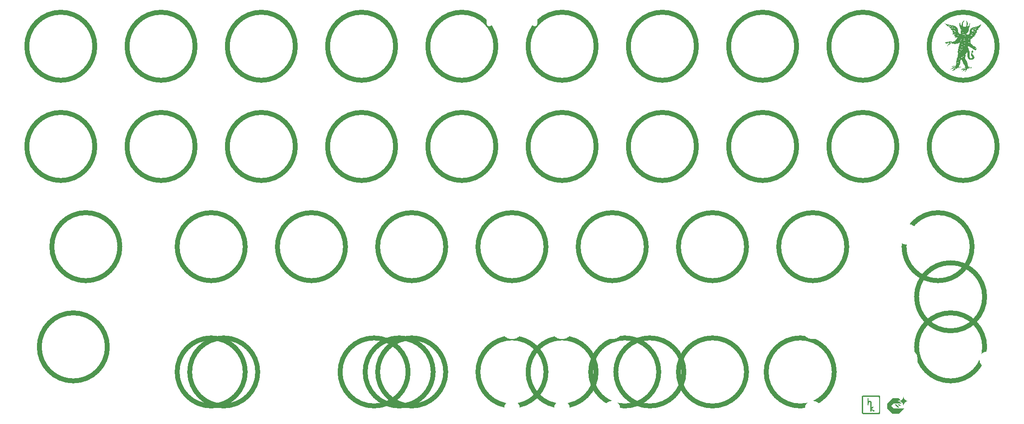
<source format=gbr>
%TF.GenerationSoftware,KiCad,Pcbnew,8.0.8*%
%TF.CreationDate,2025-05-03T21:30:50+02:00*%
%TF.ProjectId,pandemonium EC 2 Layer,70616e64-656d-46f6-9e69-756d20454320,rev?*%
%TF.SameCoordinates,Original*%
%TF.FileFunction,Legend,Top*%
%TF.FilePolarity,Positive*%
%FSLAX46Y46*%
G04 Gerber Fmt 4.6, Leading zero omitted, Abs format (unit mm)*
G04 Created by KiCad (PCBNEW 8.0.8) date 2025-05-03 21:30:50*
%MOMM*%
%LPD*%
G01*
G04 APERTURE LIST*
%ADD10C,0.150000*%
%ADD11C,0.000000*%
%ADD12C,0.100000*%
%ADD13C,0.900000*%
%ADD14C,2.200000*%
%ADD15C,3.048000*%
%ADD16C,3.987800*%
%ADD17R,1.700000X1.700000*%
%ADD18O,1.700000X1.700000*%
%ADD19C,0.650000*%
%ADD20O,1.000000X1.600000*%
%ADD21O,1.000000X2.100000*%
G04 APERTURE END LIST*
D10*
D11*
%TO.C,G\u002A\u002A\u002A*%
G36*
X200828750Y-101565000D02*
G01*
X200971233Y-101707500D01*
X200777483Y-101707500D01*
X200583733Y-101707500D01*
X200441250Y-101565000D01*
X200298766Y-101422500D01*
X200492516Y-101422500D01*
X200686266Y-101422500D01*
X200828750Y-101565000D01*
G37*
G36*
X200336879Y-101705629D02*
G01*
X200368236Y-101736998D01*
X200398619Y-101767416D01*
X200427842Y-101796694D01*
X200455717Y-101824644D01*
X200482057Y-101851078D01*
X200506674Y-101875806D01*
X200529383Y-101898640D01*
X200549994Y-101919393D01*
X200568321Y-101937874D01*
X200584177Y-101953897D01*
X200597375Y-101967273D01*
X200607727Y-101977812D01*
X200615047Y-101985327D01*
X200619146Y-101989630D01*
X200620000Y-101990629D01*
X200617563Y-101990926D01*
X200610509Y-101991209D01*
X200599219Y-101991473D01*
X200584075Y-101991715D01*
X200565459Y-101991932D01*
X200543753Y-101992119D01*
X200519340Y-101992273D01*
X200492601Y-101992390D01*
X200463918Y-101992467D01*
X200433674Y-101992499D01*
X200428120Y-101992500D01*
X200236241Y-101992500D01*
X199951250Y-101707500D01*
X199666258Y-101422500D01*
X199860008Y-101422500D01*
X200053758Y-101422500D01*
X200336879Y-101705629D01*
G37*
G36*
X200657399Y-100381149D02*
G01*
X200679576Y-100403355D01*
X200700679Y-100424535D01*
X200720447Y-100444427D01*
X200738620Y-100462764D01*
X200754938Y-100479284D01*
X200769140Y-100493722D01*
X200780966Y-100505813D01*
X200790156Y-100515292D01*
X200796448Y-100521896D01*
X200799583Y-100525360D01*
X200799891Y-100525828D01*
X200797572Y-100527631D01*
X200792027Y-100531840D01*
X200784033Y-100537870D01*
X200774367Y-100545132D01*
X200772121Y-100546816D01*
X200709502Y-100590677D01*
X200643624Y-100630879D01*
X200574809Y-100667255D01*
X200503380Y-100699637D01*
X200429658Y-100727854D01*
X200419563Y-100731330D01*
X200400222Y-100737672D01*
X200378371Y-100744453D01*
X200355332Y-100751291D01*
X200332430Y-100757805D01*
X200310990Y-100763616D01*
X200292334Y-100768340D01*
X200285000Y-100770056D01*
X200277070Y-100771969D01*
X200271162Y-100773622D01*
X200269119Y-100774384D01*
X200270652Y-100775376D01*
X200276275Y-100777309D01*
X200285218Y-100779951D01*
X200296713Y-100783069D01*
X200304119Y-100784973D01*
X200382348Y-100806886D01*
X200457238Y-100832379D01*
X200529087Y-100861603D01*
X200598195Y-100894708D01*
X200664862Y-100931846D01*
X200729385Y-100973165D01*
X200792064Y-101018818D01*
X200831250Y-101050296D01*
X200841584Y-101059243D01*
X200853788Y-101070367D01*
X200867439Y-101083235D01*
X200882115Y-101097413D01*
X200897396Y-101112469D01*
X200912858Y-101127968D01*
X200928081Y-101143479D01*
X200942643Y-101158566D01*
X200956121Y-101172797D01*
X200968094Y-101185740D01*
X200978140Y-101196959D01*
X200985837Y-101206023D01*
X200990765Y-101212497D01*
X200992500Y-101215949D01*
X200990032Y-101216076D01*
X200982761Y-101216201D01*
X200970881Y-101216323D01*
X200954590Y-101216441D01*
X200934082Y-101216555D01*
X200909554Y-101216665D01*
X200881201Y-101216770D01*
X200849221Y-101216869D01*
X200813808Y-101216963D01*
X200775158Y-101217051D01*
X200733468Y-101217132D01*
X200688934Y-101217206D01*
X200641751Y-101217273D01*
X200592115Y-101217332D01*
X200540223Y-101217383D01*
X200486270Y-101217425D01*
X200430452Y-101217458D01*
X200372966Y-101217482D01*
X200314006Y-101217496D01*
X200263120Y-101217500D01*
X199533740Y-101217499D01*
X199288750Y-101462500D01*
X199043759Y-101707500D01*
X199288750Y-101952500D01*
X199533740Y-102197500D01*
X200513742Y-102197500D01*
X201493745Y-102197500D01*
X201003750Y-102687500D01*
X200513754Y-103177500D01*
X199900000Y-103177500D01*
X199286245Y-103177500D01*
X198796872Y-102688122D01*
X198307500Y-102198745D01*
X198307499Y-101707495D01*
X198307499Y-101216245D01*
X198796877Y-100726872D01*
X199286254Y-100237500D01*
X199900010Y-100237500D01*
X200513766Y-100237500D01*
X200657399Y-100381149D01*
G37*
G36*
X201385590Y-99981636D02*
G01*
X201387113Y-99985002D01*
X201389269Y-99992008D01*
X201392267Y-100003170D01*
X201393727Y-100008831D01*
X201414236Y-100078935D01*
X201439327Y-100147109D01*
X201468917Y-100213189D01*
X201502923Y-100277014D01*
X201541265Y-100338421D01*
X201583857Y-100397247D01*
X201603002Y-100421155D01*
X201626435Y-100448187D01*
X201653143Y-100476594D01*
X201682031Y-100505317D01*
X201712006Y-100533298D01*
X201741975Y-100559478D01*
X201766250Y-100579228D01*
X201818667Y-100617400D01*
X201874586Y-100652710D01*
X201933227Y-100684774D01*
X201993812Y-100713210D01*
X202055558Y-100737635D01*
X202117688Y-100757667D01*
X202145093Y-100765028D01*
X202157177Y-100768092D01*
X202167695Y-100770799D01*
X202175592Y-100772875D01*
X202179808Y-100774045D01*
X202180000Y-100774106D01*
X202179031Y-100775102D01*
X202173927Y-100777052D01*
X202165406Y-100779724D01*
X202154189Y-100782887D01*
X202146250Y-100784979D01*
X202077492Y-100805190D01*
X202010788Y-100829870D01*
X201946314Y-100858857D01*
X201884245Y-100891984D01*
X201824757Y-100929089D01*
X201768028Y-100970006D01*
X201714233Y-101014572D01*
X201663548Y-101062621D01*
X201616150Y-101113990D01*
X201572215Y-101168514D01*
X201531919Y-101226029D01*
X201495438Y-101286371D01*
X201462948Y-101349374D01*
X201434627Y-101414876D01*
X201416082Y-101465974D01*
X201410649Y-101482794D01*
X201405005Y-101501197D01*
X201399708Y-101519315D01*
X201395310Y-101535278D01*
X201394024Y-101540258D01*
X201390662Y-101553525D01*
X201388272Y-101562470D01*
X201386605Y-101567622D01*
X201385415Y-101569508D01*
X201384452Y-101568657D01*
X201383468Y-101565596D01*
X201382982Y-101563750D01*
X201377100Y-101541305D01*
X201372156Y-101522801D01*
X201367887Y-101507324D01*
X201364032Y-101493963D01*
X201360329Y-101481803D01*
X201356514Y-101469932D01*
X201353197Y-101460000D01*
X201328059Y-101393442D01*
X201298487Y-101329011D01*
X201264661Y-101266911D01*
X201226764Y-101207346D01*
X201184977Y-101150522D01*
X201139481Y-101096642D01*
X201090458Y-101045911D01*
X201038089Y-100998532D01*
X200982555Y-100954712D01*
X200924038Y-100914654D01*
X200862719Y-100878562D01*
X200816250Y-100854818D01*
X200772646Y-100835203D01*
X200727209Y-100817169D01*
X200681465Y-100801266D01*
X200636940Y-100788040D01*
X200614368Y-100782306D01*
X200604377Y-100779743D01*
X200596754Y-100777422D01*
X200592431Y-100775650D01*
X200591868Y-100774898D01*
X200594871Y-100773717D01*
X200601772Y-100771620D01*
X200611613Y-100768881D01*
X200623434Y-100765773D01*
X200626250Y-100765056D01*
X200693051Y-100745587D01*
X200758458Y-100721437D01*
X200822194Y-100692798D01*
X200883983Y-100659862D01*
X200943547Y-100622822D01*
X201000611Y-100581870D01*
X201054897Y-100537199D01*
X201106128Y-100489000D01*
X201154029Y-100437467D01*
X201198322Y-100382790D01*
X201220764Y-100351851D01*
X201259552Y-100291970D01*
X201294015Y-100229823D01*
X201324223Y-100165251D01*
X201350246Y-100098095D01*
X201372155Y-100028197D01*
X201383617Y-99983776D01*
X201384494Y-99981399D01*
X201385590Y-99981636D01*
G37*
D12*
X194655648Y-100205550D02*
X194678181Y-100219265D01*
X194685451Y-100238310D01*
X194690734Y-100280149D01*
X194694155Y-100346752D01*
X194695838Y-100440090D01*
X194696068Y-100502481D01*
X194696368Y-100587688D01*
X194697200Y-100661540D01*
X194698464Y-100719307D01*
X194700060Y-100756259D01*
X194701701Y-100767809D01*
X194717679Y-100762603D01*
X194750791Y-100749589D01*
X194763830Y-100744204D01*
X194841560Y-100724564D01*
X194929448Y-100722432D01*
X195013571Y-100737743D01*
X195035426Y-100745497D01*
X195093162Y-100779713D01*
X195150478Y-100831559D01*
X195198832Y-100891745D01*
X195229684Y-100950982D01*
X195232428Y-100959760D01*
X195236271Y-100988656D01*
X195239682Y-101044222D01*
X195242580Y-101123320D01*
X195244884Y-101222811D01*
X195246512Y-101339555D01*
X195247384Y-101470413D01*
X195247511Y-101542554D01*
X195247594Y-102071347D01*
X195356014Y-101963651D01*
X195419666Y-101904601D01*
X195469570Y-101868713D01*
X195508870Y-101854586D01*
X195540712Y-101860818D01*
X195557641Y-101873842D01*
X195574463Y-101898263D01*
X195576043Y-101926050D01*
X195560553Y-101960495D01*
X195526170Y-102004891D01*
X195471069Y-102062531D01*
X195432165Y-102100220D01*
X195288801Y-102236764D01*
X195517554Y-102400380D01*
X195608136Y-102465444D01*
X195677139Y-102515874D01*
X195727430Y-102554096D01*
X195761878Y-102582537D01*
X195783352Y-102603621D01*
X195794720Y-102619776D01*
X195798851Y-102633428D01*
X195799120Y-102638525D01*
X195787880Y-102667205D01*
X195761640Y-102697445D01*
X195731625Y-102717711D01*
X195719361Y-102720509D01*
X195701256Y-102712184D01*
X195663332Y-102689068D01*
X195609847Y-102653949D01*
X195545058Y-102609618D01*
X195480391Y-102563995D01*
X195410051Y-102513950D01*
X195348318Y-102470529D01*
X195299163Y-102436484D01*
X195266556Y-102414568D01*
X195254574Y-102407481D01*
X195251476Y-102421268D01*
X195249084Y-102458155D01*
X195247752Y-102511434D01*
X195247594Y-102539325D01*
X195246528Y-102606116D01*
X195242552Y-102649858D01*
X195234497Y-102677266D01*
X195221192Y-102695052D01*
X195220335Y-102695839D01*
X195180927Y-102718280D01*
X195144077Y-102711129D01*
X195123202Y-102693250D01*
X195117826Y-102685168D01*
X195113284Y-102672200D01*
X195109509Y-102651974D01*
X195106429Y-102622119D01*
X195103977Y-102580264D01*
X195102082Y-102524037D01*
X195100676Y-102451069D01*
X195099689Y-102358987D01*
X195099051Y-102245421D01*
X195098694Y-102108000D01*
X195098548Y-101944352D01*
X195098533Y-101849581D01*
X195098527Y-101664948D01*
X195098345Y-101507749D01*
X195097736Y-101375606D01*
X195096451Y-101266143D01*
X195094242Y-101176980D01*
X195090859Y-101105741D01*
X195086053Y-101050047D01*
X195079575Y-101007521D01*
X195071175Y-100975785D01*
X195060605Y-100952462D01*
X195047616Y-100935172D01*
X195031957Y-100921540D01*
X195013381Y-100909186D01*
X194999067Y-100900372D01*
X194933130Y-100875186D01*
X194866150Y-100876183D01*
X194804026Y-100900555D01*
X194752657Y-100945490D01*
X194717941Y-101008180D01*
X194709944Y-101038086D01*
X194705053Y-101078214D01*
X194700939Y-101139874D01*
X194698024Y-101214786D01*
X194696729Y-101294671D01*
X194696717Y-101297721D01*
X194694960Y-101394684D01*
X194690408Y-101462394D01*
X194683023Y-101501284D01*
X194678181Y-101510133D01*
X194645150Y-101526225D01*
X194604895Y-101525835D01*
X194571360Y-101510284D01*
X194562438Y-101499188D01*
X194558177Y-101475900D01*
X194554565Y-101423815D01*
X194551628Y-101343943D01*
X194549389Y-101237293D01*
X194547873Y-101104875D01*
X194547104Y-100947696D01*
X194547007Y-100860536D01*
X194547075Y-100709237D01*
X194547357Y-100584958D01*
X194547975Y-100484908D01*
X194549047Y-100406296D01*
X194550694Y-100346329D01*
X194553036Y-100302216D01*
X194556192Y-100271166D01*
X194560283Y-100250387D01*
X194565428Y-100237088D01*
X194571748Y-100228476D01*
X194574267Y-100226047D01*
X194614478Y-100204530D01*
X194655648Y-100205550D01*
G36*
X194655648Y-100205550D02*
G01*
X194678181Y-100219265D01*
X194685451Y-100238310D01*
X194690734Y-100280149D01*
X194694155Y-100346752D01*
X194695838Y-100440090D01*
X194696068Y-100502481D01*
X194696368Y-100587688D01*
X194697200Y-100661540D01*
X194698464Y-100719307D01*
X194700060Y-100756259D01*
X194701701Y-100767809D01*
X194717679Y-100762603D01*
X194750791Y-100749589D01*
X194763830Y-100744204D01*
X194841560Y-100724564D01*
X194929448Y-100722432D01*
X195013571Y-100737743D01*
X195035426Y-100745497D01*
X195093162Y-100779713D01*
X195150478Y-100831559D01*
X195198832Y-100891745D01*
X195229684Y-100950982D01*
X195232428Y-100959760D01*
X195236271Y-100988656D01*
X195239682Y-101044222D01*
X195242580Y-101123320D01*
X195244884Y-101222811D01*
X195246512Y-101339555D01*
X195247384Y-101470413D01*
X195247511Y-101542554D01*
X195247594Y-102071347D01*
X195356014Y-101963651D01*
X195419666Y-101904601D01*
X195469570Y-101868713D01*
X195508870Y-101854586D01*
X195540712Y-101860818D01*
X195557641Y-101873842D01*
X195574463Y-101898263D01*
X195576043Y-101926050D01*
X195560553Y-101960495D01*
X195526170Y-102004891D01*
X195471069Y-102062531D01*
X195432165Y-102100220D01*
X195288801Y-102236764D01*
X195517554Y-102400380D01*
X195608136Y-102465444D01*
X195677139Y-102515874D01*
X195727430Y-102554096D01*
X195761878Y-102582537D01*
X195783352Y-102603621D01*
X195794720Y-102619776D01*
X195798851Y-102633428D01*
X195799120Y-102638525D01*
X195787880Y-102667205D01*
X195761640Y-102697445D01*
X195731625Y-102717711D01*
X195719361Y-102720509D01*
X195701256Y-102712184D01*
X195663332Y-102689068D01*
X195609847Y-102653949D01*
X195545058Y-102609618D01*
X195480391Y-102563995D01*
X195410051Y-102513950D01*
X195348318Y-102470529D01*
X195299163Y-102436484D01*
X195266556Y-102414568D01*
X195254574Y-102407481D01*
X195251476Y-102421268D01*
X195249084Y-102458155D01*
X195247752Y-102511434D01*
X195247594Y-102539325D01*
X195246528Y-102606116D01*
X195242552Y-102649858D01*
X195234497Y-102677266D01*
X195221192Y-102695052D01*
X195220335Y-102695839D01*
X195180927Y-102718280D01*
X195144077Y-102711129D01*
X195123202Y-102693250D01*
X195117826Y-102685168D01*
X195113284Y-102672200D01*
X195109509Y-102651974D01*
X195106429Y-102622119D01*
X195103977Y-102580264D01*
X195102082Y-102524037D01*
X195100676Y-102451069D01*
X195099689Y-102358987D01*
X195099051Y-102245421D01*
X195098694Y-102108000D01*
X195098548Y-101944352D01*
X195098533Y-101849581D01*
X195098527Y-101664948D01*
X195098345Y-101507749D01*
X195097736Y-101375606D01*
X195096451Y-101266143D01*
X195094242Y-101176980D01*
X195090859Y-101105741D01*
X195086053Y-101050047D01*
X195079575Y-101007521D01*
X195071175Y-100975785D01*
X195060605Y-100952462D01*
X195047616Y-100935172D01*
X195031957Y-100921540D01*
X195013381Y-100909186D01*
X194999067Y-100900372D01*
X194933130Y-100875186D01*
X194866150Y-100876183D01*
X194804026Y-100900555D01*
X194752657Y-100945490D01*
X194717941Y-101008180D01*
X194709944Y-101038086D01*
X194705053Y-101078214D01*
X194700939Y-101139874D01*
X194698024Y-101214786D01*
X194696729Y-101294671D01*
X194696717Y-101297721D01*
X194694960Y-101394684D01*
X194690408Y-101462394D01*
X194683023Y-101501284D01*
X194678181Y-101510133D01*
X194645150Y-101526225D01*
X194604895Y-101525835D01*
X194571360Y-101510284D01*
X194562438Y-101499188D01*
X194558177Y-101475900D01*
X194554565Y-101423815D01*
X194551628Y-101343943D01*
X194549389Y-101237293D01*
X194547873Y-101104875D01*
X194547104Y-100947696D01*
X194547007Y-100860536D01*
X194547075Y-100709237D01*
X194547357Y-100584958D01*
X194547975Y-100484908D01*
X194549047Y-100406296D01*
X194550694Y-100346329D01*
X194553036Y-100302216D01*
X194556192Y-100271166D01*
X194560283Y-100250387D01*
X194565428Y-100237088D01*
X194571748Y-100228476D01*
X194574267Y-100226047D01*
X194614478Y-100204530D01*
X194655648Y-100205550D01*
G37*
X196787825Y-99788504D02*
X196803602Y-99799881D01*
X196817624Y-99809704D01*
X196829992Y-99819701D01*
X196840811Y-99831599D01*
X196850184Y-99847126D01*
X196858213Y-99868010D01*
X196865001Y-99895977D01*
X196870653Y-99932757D01*
X196875271Y-99980075D01*
X196878957Y-100039660D01*
X196881817Y-100113240D01*
X196883951Y-100202542D01*
X196885464Y-100309293D01*
X196886459Y-100435222D01*
X196887038Y-100582055D01*
X196887305Y-100751520D01*
X196887364Y-100945346D01*
X196887317Y-101165259D01*
X196887267Y-101412987D01*
X196887265Y-101454224D01*
X196887304Y-101707518D01*
X196887350Y-101932724D01*
X196887300Y-102131563D01*
X196887050Y-102305758D01*
X196886494Y-102457033D01*
X196885531Y-102587109D01*
X196884054Y-102697710D01*
X196881961Y-102790558D01*
X196879147Y-102867376D01*
X196875508Y-102929888D01*
X196870940Y-102979814D01*
X196865339Y-103018880D01*
X196858600Y-103048806D01*
X196850620Y-103071317D01*
X196841295Y-103088134D01*
X196830521Y-103100981D01*
X196818193Y-103111580D01*
X196804207Y-103121654D01*
X196788459Y-103132925D01*
X196785717Y-103134995D01*
X196733083Y-103175145D01*
X195204042Y-103177011D01*
X194992376Y-103177201D01*
X194788679Y-103177250D01*
X194594986Y-103177166D01*
X194413330Y-103176956D01*
X194245747Y-103176625D01*
X194094271Y-103176181D01*
X193960936Y-103175630D01*
X193847778Y-103174980D01*
X193756831Y-103174237D01*
X193690129Y-103173408D01*
X193649707Y-103172500D01*
X193637930Y-103171785D01*
X193578432Y-103147215D01*
X193522429Y-103100506D01*
X193489725Y-103057597D01*
X193484766Y-103049209D01*
X193480370Y-103039875D01*
X193476501Y-103027848D01*
X193473126Y-103011383D01*
X193470212Y-102988734D01*
X193467725Y-102958157D01*
X193465630Y-102917906D01*
X193463894Y-102866235D01*
X193462484Y-102801399D01*
X193461366Y-102721653D01*
X193460505Y-102625251D01*
X193459868Y-102510448D01*
X193459421Y-102375499D01*
X193459131Y-102218658D01*
X193458964Y-102038179D01*
X193458886Y-101832318D01*
X193458863Y-101599329D01*
X193458862Y-101462170D01*
X193458862Y-101459278D01*
X193607923Y-101459278D01*
X193607960Y-101705509D01*
X193608090Y-101923645D01*
X193608339Y-102115402D01*
X193608732Y-102282497D01*
X193609296Y-102426647D01*
X193610057Y-102549568D01*
X193611041Y-102652978D01*
X193612274Y-102738592D01*
X193613782Y-102808129D01*
X193615591Y-102863304D01*
X193617728Y-102905834D01*
X193620219Y-102937436D01*
X193623088Y-102959826D01*
X193626364Y-102974722D01*
X193630071Y-102983841D01*
X193631127Y-102985502D01*
X193654331Y-103018631D01*
X195173063Y-103018631D01*
X196691796Y-103018631D01*
X196715000Y-102985502D01*
X196718826Y-102977625D01*
X196722213Y-102964423D01*
X196725188Y-102944181D01*
X196727776Y-102915181D01*
X196730003Y-102875707D01*
X196731897Y-102824042D01*
X196733482Y-102758469D01*
X196734785Y-102677272D01*
X196735833Y-102578734D01*
X196736650Y-102461138D01*
X196737263Y-102322767D01*
X196737699Y-102161905D01*
X196737984Y-101976835D01*
X196738142Y-101765840D01*
X196738202Y-101527204D01*
X196738204Y-101459278D01*
X196738190Y-101215270D01*
X196738124Y-100999315D01*
X196737974Y-100809652D01*
X196737708Y-100644523D01*
X196737291Y-100502168D01*
X196736693Y-100380827D01*
X196735879Y-100278740D01*
X196734817Y-100194148D01*
X196733475Y-100125291D01*
X196731819Y-100070410D01*
X196729816Y-100027745D01*
X196727434Y-99995536D01*
X196724640Y-99972023D01*
X196721401Y-99955448D01*
X196717685Y-99944050D01*
X196713458Y-99936070D01*
X196709709Y-99930992D01*
X196681214Y-99895802D01*
X195173063Y-99895802D01*
X193664913Y-99895802D01*
X193636418Y-99930992D01*
X193631761Y-99937510D01*
X193627641Y-99946046D01*
X193624025Y-99958360D01*
X193620880Y-99976211D01*
X193618173Y-100001359D01*
X193615872Y-100035564D01*
X193613942Y-100080585D01*
X193612353Y-100138182D01*
X193611071Y-100210114D01*
X193610062Y-100298142D01*
X193609295Y-100404024D01*
X193608737Y-100529521D01*
X193608354Y-100676392D01*
X193608114Y-100846396D01*
X193607984Y-101041294D01*
X193607931Y-101262844D01*
X193607923Y-101459278D01*
X193458862Y-101459278D01*
X193458821Y-101209281D01*
X193458766Y-100984481D01*
X193458799Y-100786048D01*
X193459024Y-100612257D01*
X193459541Y-100461388D01*
X193460455Y-100331715D01*
X193461866Y-100221518D01*
X193463877Y-100129073D01*
X193466591Y-100052656D01*
X193470111Y-99990546D01*
X193474537Y-99941019D01*
X193479974Y-99902353D01*
X193486522Y-99872824D01*
X193494285Y-99850710D01*
X193503365Y-99834288D01*
X193513864Y-99821835D01*
X193525885Y-99811628D01*
X193539530Y-99801944D01*
X193554901Y-99791060D01*
X193558302Y-99788504D01*
X193613055Y-99746741D01*
X195173063Y-99746741D01*
X196733072Y-99746741D01*
X196787825Y-99788504D01*
G36*
X196787825Y-99788504D02*
G01*
X196803602Y-99799881D01*
X196817624Y-99809704D01*
X196829992Y-99819701D01*
X196840811Y-99831599D01*
X196850184Y-99847126D01*
X196858213Y-99868010D01*
X196865001Y-99895977D01*
X196870653Y-99932757D01*
X196875271Y-99980075D01*
X196878957Y-100039660D01*
X196881817Y-100113240D01*
X196883951Y-100202542D01*
X196885464Y-100309293D01*
X196886459Y-100435222D01*
X196887038Y-100582055D01*
X196887305Y-100751520D01*
X196887364Y-100945346D01*
X196887317Y-101165259D01*
X196887267Y-101412987D01*
X196887265Y-101454224D01*
X196887304Y-101707518D01*
X196887350Y-101932724D01*
X196887300Y-102131563D01*
X196887050Y-102305758D01*
X196886494Y-102457033D01*
X196885531Y-102587109D01*
X196884054Y-102697710D01*
X196881961Y-102790558D01*
X196879147Y-102867376D01*
X196875508Y-102929888D01*
X196870940Y-102979814D01*
X196865339Y-103018880D01*
X196858600Y-103048806D01*
X196850620Y-103071317D01*
X196841295Y-103088134D01*
X196830521Y-103100981D01*
X196818193Y-103111580D01*
X196804207Y-103121654D01*
X196788459Y-103132925D01*
X196785717Y-103134995D01*
X196733083Y-103175145D01*
X195204042Y-103177011D01*
X194992376Y-103177201D01*
X194788679Y-103177250D01*
X194594986Y-103177166D01*
X194413330Y-103176956D01*
X194245747Y-103176625D01*
X194094271Y-103176181D01*
X193960936Y-103175630D01*
X193847778Y-103174980D01*
X193756831Y-103174237D01*
X193690129Y-103173408D01*
X193649707Y-103172500D01*
X193637930Y-103171785D01*
X193578432Y-103147215D01*
X193522429Y-103100506D01*
X193489725Y-103057597D01*
X193484766Y-103049209D01*
X193480370Y-103039875D01*
X193476501Y-103027848D01*
X193473126Y-103011383D01*
X193470212Y-102988734D01*
X193467725Y-102958157D01*
X193465630Y-102917906D01*
X193463894Y-102866235D01*
X193462484Y-102801399D01*
X193461366Y-102721653D01*
X193460505Y-102625251D01*
X193459868Y-102510448D01*
X193459421Y-102375499D01*
X193459131Y-102218658D01*
X193458964Y-102038179D01*
X193458886Y-101832318D01*
X193458863Y-101599329D01*
X193458862Y-101462170D01*
X193458862Y-101459278D01*
X193607923Y-101459278D01*
X193607960Y-101705509D01*
X193608090Y-101923645D01*
X193608339Y-102115402D01*
X193608732Y-102282497D01*
X193609296Y-102426647D01*
X193610057Y-102549568D01*
X193611041Y-102652978D01*
X193612274Y-102738592D01*
X193613782Y-102808129D01*
X193615591Y-102863304D01*
X193617728Y-102905834D01*
X193620219Y-102937436D01*
X193623088Y-102959826D01*
X193626364Y-102974722D01*
X193630071Y-102983841D01*
X193631127Y-102985502D01*
X193654331Y-103018631D01*
X195173063Y-103018631D01*
X196691796Y-103018631D01*
X196715000Y-102985502D01*
X196718826Y-102977625D01*
X196722213Y-102964423D01*
X196725188Y-102944181D01*
X196727776Y-102915181D01*
X196730003Y-102875707D01*
X196731897Y-102824042D01*
X196733482Y-102758469D01*
X196734785Y-102677272D01*
X196735833Y-102578734D01*
X196736650Y-102461138D01*
X196737263Y-102322767D01*
X196737699Y-102161905D01*
X196737984Y-101976835D01*
X196738142Y-101765840D01*
X196738202Y-101527204D01*
X196738204Y-101459278D01*
X196738190Y-101215270D01*
X196738124Y-100999315D01*
X196737974Y-100809652D01*
X196737708Y-100644523D01*
X196737291Y-100502168D01*
X196736693Y-100380827D01*
X196735879Y-100278740D01*
X196734817Y-100194148D01*
X196733475Y-100125291D01*
X196731819Y-100070410D01*
X196729816Y-100027745D01*
X196727434Y-99995536D01*
X196724640Y-99972023D01*
X196721401Y-99955448D01*
X196717685Y-99944050D01*
X196713458Y-99936070D01*
X196709709Y-99930992D01*
X196681214Y-99895802D01*
X195173063Y-99895802D01*
X193664913Y-99895802D01*
X193636418Y-99930992D01*
X193631761Y-99937510D01*
X193627641Y-99946046D01*
X193624025Y-99958360D01*
X193620880Y-99976211D01*
X193618173Y-100001359D01*
X193615872Y-100035564D01*
X193613942Y-100080585D01*
X193612353Y-100138182D01*
X193611071Y-100210114D01*
X193610062Y-100298142D01*
X193609295Y-100404024D01*
X193608737Y-100529521D01*
X193608354Y-100676392D01*
X193608114Y-100846396D01*
X193607984Y-101041294D01*
X193607931Y-101262844D01*
X193607923Y-101459278D01*
X193458862Y-101459278D01*
X193458821Y-101209281D01*
X193458766Y-100984481D01*
X193458799Y-100786048D01*
X193459024Y-100612257D01*
X193459541Y-100461388D01*
X193460455Y-100331715D01*
X193461866Y-100221518D01*
X193463877Y-100129073D01*
X193466591Y-100052656D01*
X193470111Y-99990546D01*
X193474537Y-99941019D01*
X193479974Y-99902353D01*
X193486522Y-99872824D01*
X193494285Y-99850710D01*
X193503365Y-99834288D01*
X193513864Y-99821835D01*
X193525885Y-99811628D01*
X193539530Y-99801944D01*
X193554901Y-99791060D01*
X193558302Y-99788504D01*
X193613055Y-99746741D01*
X195173063Y-99746741D01*
X196733072Y-99746741D01*
X196787825Y-99788504D01*
G37*
D13*
%TO.C,SW_EC12*%
X66792000Y-52387500D02*
G75*
G02*
X53858000Y-52387500I-6467000J0D01*
G01*
X53858000Y-52387500D02*
G75*
G02*
X66792000Y-52387500I6467000J0D01*
G01*
D11*
%TO.C,G\u002A\u002A\u002A*%
G36*
X210408108Y-32814054D02*
G01*
X210399527Y-32822635D01*
X210390946Y-32814054D01*
X210399527Y-32805473D01*
X210408108Y-32814054D01*
G37*
G36*
X211506486Y-30788919D02*
G01*
X211497905Y-30797500D01*
X211489324Y-30788919D01*
X211497905Y-30780338D01*
X211506486Y-30788919D01*
G37*
G36*
X211678108Y-36881486D02*
G01*
X211669527Y-36890067D01*
X211660946Y-36881486D01*
X211669527Y-36872905D01*
X211678108Y-36881486D01*
G37*
G36*
X212330270Y-34238513D02*
G01*
X212321689Y-34247094D01*
X212313108Y-34238513D01*
X212321689Y-34229932D01*
X212330270Y-34238513D01*
G37*
G36*
X212330270Y-34478784D02*
G01*
X212321689Y-34487365D01*
X212313108Y-34478784D01*
X212321689Y-34470202D01*
X212330270Y-34478784D01*
G37*
G36*
X212364594Y-30222567D02*
G01*
X212356013Y-30231148D01*
X212347432Y-30222567D01*
X212356013Y-30213986D01*
X212364594Y-30222567D01*
G37*
G36*
X212416081Y-37344865D02*
G01*
X212407500Y-37353446D01*
X212398919Y-37344865D01*
X212407500Y-37336284D01*
X212416081Y-37344865D01*
G37*
G36*
X212484729Y-37842567D02*
G01*
X212476148Y-37851148D01*
X212467567Y-37842567D01*
X212476148Y-37833986D01*
X212484729Y-37842567D01*
G37*
G36*
X212622027Y-37825405D02*
G01*
X212613446Y-37833986D01*
X212604864Y-37825405D01*
X212613446Y-37816824D01*
X212622027Y-37825405D01*
G37*
G36*
X212930946Y-37413513D02*
G01*
X212922364Y-37422094D01*
X212913783Y-37413513D01*
X212922364Y-37404932D01*
X212930946Y-37413513D01*
G37*
G36*
X213771891Y-31750000D02*
G01*
X213763310Y-31758581D01*
X213754729Y-31750000D01*
X213763310Y-31741419D01*
X213771891Y-31750000D01*
G37*
G36*
X213771891Y-37156081D02*
G01*
X213763310Y-37164662D01*
X213754729Y-37156081D01*
X213763310Y-37147500D01*
X213771891Y-37156081D01*
G37*
G36*
X210024819Y-33034302D02*
G01*
X210026873Y-33054669D01*
X210024819Y-33057184D01*
X210014617Y-33054829D01*
X210013378Y-33045743D01*
X210019657Y-33031617D01*
X210024819Y-33034302D01*
G37*
G36*
X210385225Y-37702410D02*
G01*
X210382869Y-37712613D01*
X210373783Y-37713851D01*
X210359657Y-37707572D01*
X210362342Y-37702410D01*
X210382709Y-37700356D01*
X210385225Y-37702410D01*
G37*
G36*
X211414879Y-36199290D02*
G01*
X211417146Y-36234427D01*
X211414879Y-36242196D01*
X211408615Y-36244352D01*
X211406223Y-36220743D01*
X211408920Y-36196379D01*
X211414879Y-36199290D01*
G37*
G36*
X211466441Y-35728761D02*
G01*
X211468495Y-35749128D01*
X211466441Y-35751644D01*
X211456238Y-35749288D01*
X211455000Y-35740202D01*
X211461279Y-35726076D01*
X211466441Y-35728761D01*
G37*
G36*
X211500765Y-35591464D02*
G01*
X211502819Y-35611831D01*
X211500765Y-35614347D01*
X211490562Y-35611991D01*
X211489324Y-35602905D01*
X211495603Y-35588779D01*
X211500765Y-35591464D01*
G37*
G36*
X212256973Y-37394563D02*
G01*
X212251855Y-37402364D01*
X212234448Y-37403577D01*
X212216135Y-37399386D01*
X212224079Y-37393208D01*
X212250901Y-37391162D01*
X212256973Y-37394563D01*
G37*
G36*
X212358873Y-37359166D02*
G01*
X212356518Y-37369369D01*
X212347432Y-37370608D01*
X212333306Y-37364328D01*
X212335991Y-37359166D01*
X212356358Y-37357112D01*
X212358873Y-37359166D01*
G37*
G36*
X212564819Y-37839707D02*
G01*
X212562464Y-37849910D01*
X212553378Y-37851148D01*
X212539252Y-37844869D01*
X212541937Y-37839707D01*
X212562304Y-37837653D01*
X212564819Y-37839707D01*
G37*
G36*
X212702117Y-37496464D02*
G01*
X212699761Y-37506667D01*
X212690675Y-37507905D01*
X212676549Y-37501626D01*
X212679234Y-37496464D01*
X212699601Y-37494410D01*
X212702117Y-37496464D01*
G37*
G36*
X212719204Y-29145642D02*
G01*
X212721470Y-29180779D01*
X212719204Y-29188547D01*
X212712940Y-29190703D01*
X212710547Y-29167094D01*
X212713244Y-29142730D01*
X212719204Y-29145642D01*
G37*
G36*
X212842483Y-36794037D02*
G01*
X212860763Y-36809990D01*
X212862297Y-36813850D01*
X212854152Y-36820904D01*
X212837195Y-36805098D01*
X212834915Y-36801605D01*
X212832892Y-36789861D01*
X212842483Y-36794037D01*
G37*
G36*
X215158735Y-33456245D02*
G01*
X215167050Y-33474990D01*
X215167122Y-33503983D01*
X215153259Y-33506083D01*
X215138869Y-33483928D01*
X215138013Y-33456960D01*
X215143663Y-33449796D01*
X215158735Y-33456245D01*
G37*
G36*
X209883673Y-32652614D02*
G01*
X209864898Y-32664382D01*
X209839020Y-32668643D01*
X209824684Y-32662562D01*
X209824594Y-32661596D01*
X209838746Y-32652582D01*
X209858942Y-32646034D01*
X209882169Y-32644904D01*
X209883673Y-32652614D01*
G37*
G36*
X210822860Y-32850146D02*
G01*
X210837020Y-32872781D01*
X210837162Y-32875134D01*
X210825647Y-32890974D01*
X210822860Y-32891284D01*
X210810056Y-32877394D01*
X210808558Y-32866295D01*
X210815997Y-32848989D01*
X210822860Y-32850146D01*
G37*
G36*
X211432506Y-35864628D02*
G01*
X211435175Y-35908155D01*
X211432506Y-35924696D01*
X211427531Y-35930037D01*
X211424823Y-35906306D01*
X211424657Y-35894662D01*
X211426446Y-35863438D01*
X211430901Y-35859759D01*
X211432506Y-35864628D01*
G37*
G36*
X211432813Y-36010707D02*
G01*
X211435577Y-36055425D01*
X211432467Y-36079355D01*
X211427828Y-36083367D01*
X211425225Y-36058721D01*
X211425003Y-36040540D01*
X211426693Y-36007304D01*
X211430569Y-36002262D01*
X211432813Y-36010707D01*
G37*
G36*
X212393019Y-37707203D02*
G01*
X212390337Y-37713851D01*
X212374915Y-37730223D01*
X212372162Y-37731013D01*
X212364791Y-37717735D01*
X212364594Y-37713851D01*
X212377788Y-37697348D01*
X212382769Y-37696689D01*
X212393019Y-37707203D01*
G37*
G36*
X212646562Y-37519788D02*
G01*
X212634910Y-37531797D01*
X212605154Y-37555596D01*
X212590297Y-37555239D01*
X212591985Y-37537939D01*
X212613060Y-37516811D01*
X212630816Y-37510345D01*
X212652231Y-37508201D01*
X212646562Y-37519788D01*
G37*
G36*
X212656154Y-30244427D02*
G01*
X212656351Y-30248311D01*
X212643157Y-30264813D01*
X212638176Y-30265473D01*
X212627926Y-30254959D01*
X212630608Y-30248311D01*
X212646030Y-30231938D01*
X212648783Y-30231148D01*
X212656154Y-30244427D01*
G37*
G36*
X213632721Y-36818165D02*
G01*
X213634594Y-36830000D01*
X213630922Y-36852898D01*
X213627849Y-36855743D01*
X213616783Y-36842323D01*
X213611226Y-36830000D01*
X213610869Y-36807901D01*
X213617971Y-36804256D01*
X213632721Y-36818165D01*
G37*
G36*
X214235270Y-31217973D02*
G01*
X214251777Y-31239914D01*
X214252432Y-31244729D01*
X214239342Y-31260416D01*
X214235270Y-31260878D01*
X214220208Y-31246909D01*
X214218108Y-31234122D01*
X214226428Y-31216358D01*
X214235270Y-31217973D01*
G37*
G36*
X210839890Y-32787266D02*
G01*
X210869053Y-32812974D01*
X210908866Y-32855035D01*
X210922856Y-32881878D01*
X210909939Y-32891284D01*
X210891800Y-32878545D01*
X210871324Y-32852811D01*
X210840816Y-32805408D01*
X210830369Y-32784116D01*
X210839890Y-32787266D01*
G37*
G36*
X212598375Y-38086015D02*
G01*
X212620373Y-38102879D01*
X212608407Y-38123266D01*
X212579121Y-38139782D01*
X212547411Y-38150737D01*
X212536583Y-38142505D01*
X212536216Y-38137389D01*
X212548885Y-38103919D01*
X212577602Y-38085006D01*
X212598375Y-38086015D01*
G37*
G36*
X215410518Y-29753857D02*
G01*
X215410030Y-29755211D01*
X215393589Y-29777436D01*
X215367754Y-29797877D01*
X215343962Y-29809199D01*
X215333648Y-29804214D01*
X215346560Y-29784760D01*
X215376037Y-29761106D01*
X215405360Y-29745677D01*
X215410518Y-29753857D01*
G37*
G36*
X209963645Y-33128278D02*
G01*
X209963511Y-33128527D01*
X209940754Y-33161586D01*
X209925763Y-33175574D01*
X209915712Y-33176337D01*
X209925814Y-33151992D01*
X209925947Y-33151743D01*
X209948704Y-33118684D01*
X209963696Y-33104695D01*
X209973746Y-33103933D01*
X209963645Y-33128278D01*
G37*
G36*
X211196286Y-30523388D02*
G01*
X211194456Y-30560144D01*
X211182849Y-30601156D01*
X211162881Y-30623457D01*
X211142589Y-30624019D01*
X211130011Y-30599814D01*
X211128919Y-30584835D01*
X211143305Y-30540695D01*
X211164422Y-30522274D01*
X211188114Y-30512528D01*
X211196286Y-30523388D01*
G37*
G36*
X212550076Y-37585612D02*
G01*
X212548389Y-37601408D01*
X212539592Y-37606381D01*
X212513427Y-37623697D01*
X212479206Y-37655419D01*
X212475234Y-37659634D01*
X212447238Y-37686489D01*
X212434981Y-37687577D01*
X212433243Y-37676229D01*
X212445009Y-37650473D01*
X212473313Y-37620910D01*
X212507659Y-37595678D01*
X212537554Y-37582917D01*
X212550076Y-37585612D01*
G37*
G36*
X213671114Y-36955556D02*
G01*
X213691234Y-36990777D01*
X213714503Y-37037040D01*
X213735561Y-37084168D01*
X213738610Y-37091723D01*
X213748781Y-37123587D01*
X213744515Y-37127621D01*
X213728672Y-37105645D01*
X213711614Y-37074561D01*
X213683158Y-37015559D01*
X213664294Y-36969920D01*
X213657721Y-36944534D01*
X213659505Y-36941554D01*
X213671114Y-36955556D01*
G37*
G36*
X214331814Y-31034383D02*
G01*
X214335578Y-31070503D01*
X214334929Y-31112440D01*
X214330544Y-31167487D01*
X214323502Y-31207049D01*
X214317341Y-31220284D01*
X214303052Y-31217660D01*
X214302327Y-31214695D01*
X214300989Y-31169109D01*
X214304491Y-31115023D01*
X214311383Y-31065500D01*
X214320220Y-31033601D01*
X214322832Y-31029621D01*
X214331814Y-31034383D01*
G37*
G36*
X214253153Y-37265009D02*
G01*
X214288400Y-37276796D01*
X214352018Y-37306035D01*
X214403594Y-37342228D01*
X214435171Y-37378997D01*
X214441216Y-37399343D01*
X214433637Y-37420179D01*
X214410539Y-37411437D01*
X214371376Y-37372898D01*
X214369292Y-37370534D01*
X214324110Y-37330664D01*
X214266747Y-37294279D01*
X214249626Y-37285936D01*
X214206763Y-37264739D01*
X214194561Y-37253832D01*
X214210773Y-37253746D01*
X214253153Y-37265009D01*
G37*
G36*
X214950542Y-30396925D02*
G01*
X214947348Y-30469157D01*
X214941727Y-30525854D01*
X214934564Y-30559734D01*
X214930050Y-30566059D01*
X214901528Y-30565886D01*
X214867376Y-30562098D01*
X214821576Y-30555219D01*
X214824470Y-30397815D01*
X214825641Y-30334121D01*
X214870270Y-30334121D01*
X214883330Y-30350785D01*
X214887432Y-30351284D01*
X214904095Y-30338224D01*
X214904594Y-30334121D01*
X214891534Y-30317458D01*
X214887432Y-30316959D01*
X214870769Y-30330019D01*
X214870270Y-30334121D01*
X214825641Y-30334121D01*
X214827364Y-30240412D01*
X214890762Y-30235560D01*
X214954160Y-30230708D01*
X214950542Y-30396925D01*
G37*
G36*
X214544160Y-30240293D02*
G01*
X214549969Y-30242171D01*
X214593812Y-30252651D01*
X214617128Y-30255114D01*
X214635768Y-30261994D01*
X214644812Y-30287065D01*
X214647162Y-30337799D01*
X214650004Y-30385534D01*
X214657241Y-30415158D01*
X214662322Y-30419932D01*
X214678577Y-30404410D01*
X214691443Y-30364392D01*
X214698069Y-30309704D01*
X214698414Y-30295506D01*
X214704352Y-30260661D01*
X214727816Y-30248881D01*
X214740906Y-30248311D01*
X214765598Y-30251101D01*
X214778385Y-30265183D01*
X214783415Y-30299125D01*
X214784530Y-30338412D01*
X214786037Y-30401823D01*
X214788296Y-30459645D01*
X214789468Y-30480000D01*
X214787313Y-30517410D01*
X214768193Y-30533172D01*
X214749492Y-30536565D01*
X214712004Y-30536107D01*
X214693715Y-30529414D01*
X214684049Y-30504159D01*
X214681486Y-30477139D01*
X214675231Y-30446281D01*
X214664324Y-30437094D01*
X214650380Y-30451468D01*
X214647162Y-30471419D01*
X214645535Y-30496055D01*
X214635172Y-30503395D01*
X214607847Y-30494282D01*
X214574805Y-30478843D01*
X214544324Y-30462427D01*
X214527178Y-30443456D01*
X214519176Y-30412151D01*
X214516123Y-30358735D01*
X214515645Y-30340862D01*
X214515536Y-30333108D01*
X214578513Y-30333108D01*
X214590971Y-30350585D01*
X214595675Y-30351284D01*
X214612391Y-30345428D01*
X214612837Y-30343715D01*
X214600811Y-30329063D01*
X214595675Y-30325540D01*
X214579861Y-30326901D01*
X214578513Y-30333108D01*
X214515536Y-30333108D01*
X214514809Y-30281389D01*
X214517695Y-30249367D01*
X214526685Y-30237951D01*
X214544160Y-30240293D01*
G37*
G36*
X215107169Y-29968546D02*
G01*
X215099614Y-30030560D01*
X215096504Y-30085739D01*
X215097225Y-30108035D01*
X215096091Y-30140177D01*
X215077211Y-30154513D01*
X215046307Y-30159287D01*
X215008968Y-30159841D01*
X214998203Y-30149155D01*
X215000947Y-30137835D01*
X215002129Y-30115242D01*
X214986976Y-30113121D01*
X214965721Y-30130208D01*
X214957205Y-30143237D01*
X214927864Y-30171138D01*
X214895926Y-30183879D01*
X214853191Y-30178731D01*
X214827033Y-30143677D01*
X214823118Y-30118581D01*
X214887432Y-30118581D01*
X214893088Y-30143378D01*
X214907948Y-30135945D01*
X214912442Y-30129361D01*
X214910290Y-30107319D01*
X214904874Y-30102605D01*
X214889949Y-30106334D01*
X214887432Y-30118581D01*
X214823118Y-30118581D01*
X214817428Y-30082108D01*
X214814918Y-30052447D01*
X214809673Y-30054677D01*
X214801308Y-30089624D01*
X214793468Y-30133531D01*
X214783017Y-30176366D01*
X214766866Y-30193218D01*
X214745439Y-30193599D01*
X214710995Y-30172593D01*
X214692448Y-30132466D01*
X214675307Y-30090001D01*
X214659604Y-30078876D01*
X214649223Y-30099460D01*
X214647162Y-30128175D01*
X214642820Y-30164716D01*
X214622948Y-30178167D01*
X214598335Y-30179662D01*
X214541615Y-30193882D01*
X214504424Y-30235531D01*
X214487843Y-30303092D01*
X214487179Y-30335528D01*
X214486123Y-30388189D01*
X214477824Y-30413947D01*
X214463158Y-30419932D01*
X214448290Y-30414306D01*
X214443167Y-30392327D01*
X214446557Y-30346343D01*
X214448639Y-30329831D01*
X214457910Y-30278345D01*
X214468946Y-30243251D01*
X214475628Y-30234330D01*
X214490665Y-30215869D01*
X214507584Y-30177755D01*
X214509712Y-30171542D01*
X214544468Y-30115231D01*
X214587907Y-30086035D01*
X214626012Y-30064958D01*
X214646194Y-30047956D01*
X214647162Y-30045212D01*
X214661761Y-30034151D01*
X214685473Y-30029621D01*
X214733886Y-30019320D01*
X214758412Y-30009807D01*
X214796042Y-29996280D01*
X214850454Y-29981955D01*
X214874560Y-29976797D01*
X214923391Y-29968339D01*
X214947449Y-29969649D01*
X214955414Y-29982816D01*
X214956081Y-29996391D01*
X214960354Y-30019888D01*
X214975438Y-30012710D01*
X214975522Y-30012626D01*
X214987158Y-29981474D01*
X214984572Y-29966108D01*
X214977746Y-29931547D01*
X214988233Y-29917078D01*
X214995002Y-29918041D01*
X215018237Y-29914915D01*
X215058080Y-29901513D01*
X215065014Y-29898687D01*
X215121848Y-29874941D01*
X215107169Y-29968546D01*
G37*
G36*
X212953389Y-28483389D02*
G01*
X212965270Y-28508439D01*
X212951781Y-28532424D01*
X212918493Y-28560763D01*
X212910075Y-28566165D01*
X212862589Y-28610751D01*
X212813249Y-28686625D01*
X212763662Y-28790925D01*
X212722077Y-28901081D01*
X212693101Y-29023384D01*
X212681727Y-29161223D01*
X212688516Y-29300339D01*
X212703029Y-29385100D01*
X212717085Y-29451817D01*
X212727464Y-29511618D01*
X212731725Y-29549142D01*
X212738495Y-29581011D01*
X212751462Y-29589666D01*
X212777721Y-29593519D01*
X212802948Y-29607630D01*
X212824992Y-29628047D01*
X212819162Y-29642067D01*
X212810810Y-29647451D01*
X212757164Y-29682737D01*
X212734900Y-29705841D01*
X212742579Y-29714635D01*
X212778766Y-29706992D01*
X212835426Y-29683882D01*
X212894544Y-29658345D01*
X212900105Y-29656216D01*
X213291351Y-29656216D01*
X213299932Y-29664797D01*
X213308513Y-29656216D01*
X213299932Y-29647635D01*
X213291351Y-29656216D01*
X212900105Y-29656216D01*
X212952697Y-29636081D01*
X212963540Y-29632396D01*
X213015057Y-29620915D01*
X213076480Y-29614755D01*
X213137928Y-29613872D01*
X213189522Y-29618222D01*
X213221382Y-29627763D01*
X213226592Y-29633560D01*
X213242475Y-29649914D01*
X213264044Y-29641779D01*
X213266060Y-29639054D01*
X213360000Y-29639054D01*
X213368581Y-29647635D01*
X213377162Y-29639054D01*
X213368581Y-29630473D01*
X213399043Y-29630473D01*
X213402702Y-29659879D01*
X213418782Y-29659329D01*
X213444837Y-29629805D01*
X213459897Y-29606088D01*
X213488208Y-29536555D01*
X213508946Y-29441775D01*
X213521630Y-29330087D01*
X213525780Y-29209826D01*
X213520916Y-29089331D01*
X213506558Y-28976939D01*
X213498398Y-28937597D01*
X213482117Y-28882289D01*
X213467322Y-28853771D01*
X213457045Y-28853449D01*
X213454319Y-28882729D01*
X213458127Y-28918936D01*
X213466026Y-28996244D01*
X213470349Y-29091093D01*
X213471274Y-29194655D01*
X213468978Y-29298106D01*
X213463639Y-29392617D01*
X213455433Y-29469362D01*
X213446156Y-29514628D01*
X213430026Y-29561419D01*
X213416437Y-29590903D01*
X213411391Y-29596148D01*
X213402354Y-29610602D01*
X213399043Y-29630473D01*
X213368581Y-29630473D01*
X213360000Y-29639054D01*
X213266060Y-29639054D01*
X213283077Y-29616047D01*
X213291350Y-29579608D01*
X213291351Y-29579292D01*
X213292761Y-29570405D01*
X213377162Y-29570405D01*
X213385743Y-29578986D01*
X213394324Y-29570405D01*
X213385743Y-29561824D01*
X213377162Y-29570405D01*
X213292761Y-29570405D01*
X213300042Y-29524528D01*
X213321579Y-29471761D01*
X213344757Y-29441689D01*
X213355275Y-29418092D01*
X213366580Y-29369055D01*
X213377428Y-29303402D01*
X213386577Y-29229956D01*
X213392784Y-29157541D01*
X213394805Y-29094982D01*
X213394678Y-29087307D01*
X213389257Y-29024890D01*
X213378281Y-28965445D01*
X213376461Y-28958704D01*
X213366331Y-28905730D01*
X213360283Y-28840230D01*
X213359580Y-28815383D01*
X213354872Y-28743653D01*
X213428948Y-28743653D01*
X213433941Y-28780393D01*
X213439028Y-28796606D01*
X213453557Y-28817025D01*
X213465494Y-28809635D01*
X213469325Y-28780827D01*
X213467203Y-28763939D01*
X213455553Y-28727537D01*
X213443761Y-28711031D01*
X213432442Y-28716542D01*
X213428948Y-28743653D01*
X213354872Y-28743653D01*
X213353780Y-28727008D01*
X213338801Y-28644967D01*
X213316978Y-28579234D01*
X213296279Y-28545219D01*
X213278194Y-28522539D01*
X213284339Y-28515406D01*
X213296259Y-28514932D01*
X213326614Y-28524427D01*
X213334256Y-28532094D01*
X213358463Y-28546512D01*
X213378175Y-28549256D01*
X213405516Y-28556146D01*
X213411486Y-28565262D01*
X213425465Y-28583443D01*
X213441520Y-28591304D01*
X213461993Y-28610487D01*
X213491438Y-28653353D01*
X213524854Y-28712236D01*
X213540202Y-28742629D01*
X213570978Y-28807296D01*
X213590689Y-28856157D01*
X213601621Y-28900396D01*
X213606061Y-28951195D01*
X213606296Y-29019739D01*
X213605584Y-29062386D01*
X213602575Y-29142148D01*
X213597102Y-29213219D01*
X213590055Y-29265894D01*
X213585120Y-29285494D01*
X213576156Y-29322896D01*
X213568706Y-29379281D01*
X213563232Y-29445436D01*
X213560195Y-29512149D01*
X213560054Y-29570205D01*
X213563271Y-29610391D01*
X213568231Y-29623304D01*
X213594228Y-29622265D01*
X213625067Y-29602282D01*
X213636667Y-29587567D01*
X213703243Y-29587567D01*
X213711824Y-29596148D01*
X213720405Y-29587567D01*
X213711824Y-29578986D01*
X213703243Y-29587567D01*
X213636667Y-29587567D01*
X213647628Y-29573662D01*
X213651756Y-29557696D01*
X213663735Y-29532210D01*
X213677500Y-29527500D01*
X213700324Y-29517334D01*
X213703243Y-29508636D01*
X213711512Y-29486893D01*
X213733893Y-29442685D01*
X213766745Y-29382925D01*
X213797810Y-29329090D01*
X213838761Y-29257923D01*
X213874492Y-29192933D01*
X213900388Y-29142672D01*
X213910299Y-29120554D01*
X213941021Y-29043401D01*
X213967920Y-28985123D01*
X213988447Y-28950893D01*
X213997290Y-28943986D01*
X214015875Y-28954357D01*
X214021767Y-28988146D01*
X214015466Y-29049370D01*
X214012582Y-29066425D01*
X214004334Y-29126570D01*
X213996540Y-29206770D01*
X213990513Y-29292768D01*
X213989066Y-29321554D01*
X213969066Y-29491821D01*
X213925689Y-29644402D01*
X213883067Y-29736094D01*
X213864765Y-29775527D01*
X213857702Y-29802863D01*
X213850460Y-29830514D01*
X213831158Y-29880023D01*
X213803436Y-29942725D01*
X213770933Y-30009953D01*
X213769847Y-30012098D01*
X213756197Y-30045212D01*
X213763998Y-30053143D01*
X213789308Y-30042228D01*
X213820694Y-30035734D01*
X213836097Y-30058695D01*
X213835623Y-30111501D01*
X213824663Y-30172042D01*
X213812092Y-30231756D01*
X213802608Y-30283193D01*
X213799639Y-30303575D01*
X213787650Y-30350966D01*
X213775012Y-30380189D01*
X213759255Y-30415680D01*
X213754729Y-30434788D01*
X213746035Y-30461106D01*
X213723067Y-30507226D01*
X213690496Y-30565462D01*
X213652992Y-30628128D01*
X213615228Y-30687536D01*
X213581873Y-30736001D01*
X213557600Y-30765835D01*
X213550160Y-30771421D01*
X213517413Y-30788998D01*
X213479115Y-30818460D01*
X213446087Y-30850303D01*
X213429153Y-30875025D01*
X213428648Y-30878117D01*
X213415161Y-30897778D01*
X213389223Y-30915772D01*
X213349287Y-30946209D01*
X213322445Y-30983146D01*
X213315761Y-31015872D01*
X213318542Y-31022950D01*
X213343059Y-31032789D01*
X213392847Y-31031415D01*
X213404934Y-31029782D01*
X213457287Y-31025664D01*
X213479211Y-31033864D01*
X213480135Y-31037944D01*
X213495405Y-31077093D01*
X213541207Y-31100579D01*
X213617529Y-31108399D01*
X213712576Y-31102006D01*
X213758004Y-31084286D01*
X213787248Y-31063513D01*
X214046486Y-31063513D01*
X214055067Y-31072094D01*
X214063648Y-31063513D01*
X214055067Y-31054932D01*
X214046486Y-31063513D01*
X213787248Y-31063513D01*
X213812942Y-31045262D01*
X213829961Y-31029189D01*
X214046486Y-31029189D01*
X214055067Y-31037770D01*
X214063648Y-31029189D01*
X214055067Y-31020608D01*
X214046486Y-31029189D01*
X213829961Y-31029189D01*
X213868619Y-30992679D01*
X213877337Y-30981993D01*
X214184990Y-30981993D01*
X214187846Y-31026522D01*
X214196457Y-31052335D01*
X214200946Y-31054932D01*
X214213871Y-31040434D01*
X214216901Y-31016317D01*
X214209088Y-30968013D01*
X214200946Y-30943378D01*
X214191690Y-30928977D01*
X214186766Y-30942987D01*
X214184990Y-30981993D01*
X213877337Y-30981993D01*
X213916263Y-30934283D01*
X213933394Y-30907019D01*
X213958355Y-30859736D01*
X213958991Y-30857567D01*
X214183783Y-30857567D01*
X214192364Y-30866148D01*
X214200946Y-30857567D01*
X214192364Y-30848986D01*
X214183783Y-30857567D01*
X213958991Y-30857567D01*
X213967380Y-30828938D01*
X213962057Y-30801599D01*
X213949481Y-30775285D01*
X213941300Y-30746013D01*
X214166621Y-30746013D01*
X214179681Y-30762677D01*
X214183783Y-30763175D01*
X214200447Y-30750115D01*
X214200946Y-30746013D01*
X214187886Y-30729350D01*
X214183783Y-30728851D01*
X214167120Y-30741911D01*
X214166621Y-30746013D01*
X213941300Y-30746013D01*
X213934505Y-30721703D01*
X213929410Y-30645859D01*
X213933457Y-30558130D01*
X213937175Y-30531486D01*
X214149459Y-30531486D01*
X214158040Y-30540067D01*
X214166621Y-30531486D01*
X214158040Y-30522905D01*
X214149459Y-30531486D01*
X213937175Y-30531486D01*
X213940887Y-30504885D01*
X214305799Y-30504885D01*
X214307230Y-30560422D01*
X214314288Y-30583382D01*
X214320817Y-30581520D01*
X214329187Y-30551829D01*
X214324372Y-30496994D01*
X214322697Y-30487987D01*
X214307679Y-30411351D01*
X214305799Y-30504885D01*
X213940887Y-30504885D01*
X213945909Y-30468894D01*
X213966025Y-30388527D01*
X213971500Y-30374166D01*
X214206666Y-30374166D01*
X214209022Y-30384369D01*
X214218108Y-30385608D01*
X214232234Y-30379328D01*
X214229549Y-30374166D01*
X214209182Y-30372112D01*
X214206666Y-30374166D01*
X213971500Y-30374166D01*
X213979531Y-30353103D01*
X214001556Y-30300856D01*
X214010188Y-30277265D01*
X214281479Y-30277265D01*
X214284988Y-30317126D01*
X214286542Y-30324590D01*
X214293031Y-30366436D01*
X214291510Y-30391773D01*
X214290476Y-30393330D01*
X214294466Y-30401937D01*
X214302371Y-30402770D01*
X214316585Y-30387548D01*
X214319159Y-30341166D01*
X214318569Y-30331624D01*
X214318107Y-30284353D01*
X214328708Y-30259344D01*
X214352238Y-30246123D01*
X214386930Y-30242708D01*
X214402934Y-30266173D01*
X214401069Y-30317913D01*
X214399562Y-30326754D01*
X214400096Y-30369711D01*
X214412115Y-30418397D01*
X214431301Y-30462533D01*
X214453337Y-30491842D01*
X214471250Y-30497360D01*
X214480567Y-30502144D01*
X214486936Y-30527036D01*
X214490775Y-30576080D01*
X214492501Y-30653316D01*
X214492702Y-30704803D01*
X214492534Y-30793770D01*
X214491360Y-30853710D01*
X214488176Y-30889917D01*
X214481976Y-30907688D01*
X214471757Y-30912320D01*
X214456514Y-30909107D01*
X214454087Y-30908383D01*
X214400880Y-30876777D01*
X214368133Y-30824974D01*
X214356215Y-30760612D01*
X214365500Y-30691325D01*
X214396358Y-30624748D01*
X214438009Y-30577543D01*
X214484121Y-30537788D01*
X214432635Y-30548781D01*
X214364495Y-30575695D01*
X214325081Y-30621347D01*
X214314196Y-30685991D01*
X214315307Y-30700173D01*
X214320546Y-30763365D01*
X214323036Y-30824535D01*
X214323071Y-30831824D01*
X214325116Y-30865291D01*
X214330367Y-30873282D01*
X214332052Y-30870332D01*
X214348059Y-30856290D01*
X214364823Y-30868061D01*
X214372567Y-30898739D01*
X214387648Y-30925462D01*
X214434402Y-30947164D01*
X214441216Y-30949212D01*
X214506610Y-30968177D01*
X214573441Y-30987559D01*
X214578513Y-30989030D01*
X214620611Y-31003322D01*
X214641044Y-31021667D01*
X214648264Y-31055776D01*
X214649739Y-31087713D01*
X214652317Y-31166486D01*
X214659253Y-31115000D01*
X214801621Y-31115000D01*
X214810202Y-31123581D01*
X214818783Y-31115000D01*
X214810202Y-31106419D01*
X214801621Y-31115000D01*
X214659253Y-31115000D01*
X214662611Y-31090070D01*
X214672905Y-31013653D01*
X214745844Y-31011907D01*
X214790378Y-31013619D01*
X214816190Y-31019988D01*
X214818783Y-31023427D01*
X214831497Y-31029977D01*
X214844527Y-31026814D01*
X214867237Y-31009968D01*
X214870270Y-31001610D01*
X214856342Y-30988004D01*
X214844527Y-30986284D01*
X214821718Y-30975209D01*
X214818783Y-30965689D01*
X214812352Y-30954466D01*
X214800571Y-30963307D01*
X214771515Y-30973163D01*
X214728578Y-30970519D01*
X214674796Y-30959520D01*
X214675921Y-30917635D01*
X214801621Y-30917635D01*
X214807477Y-30934351D01*
X214809189Y-30934797D01*
X214823842Y-30922771D01*
X214827364Y-30917635D01*
X214826004Y-30901820D01*
X214819796Y-30900473D01*
X214861689Y-30900473D01*
X214865579Y-30915165D01*
X214877838Y-30917635D01*
X214901320Y-30908674D01*
X214904594Y-30900473D01*
X214892276Y-30883802D01*
X214888445Y-30883311D01*
X214865202Y-30895786D01*
X214861689Y-30900473D01*
X214819796Y-30900473D01*
X214802320Y-30912931D01*
X214801621Y-30917635D01*
X214675921Y-30917635D01*
X214677073Y-30874729D01*
X214715810Y-30874729D01*
X214724391Y-30883311D01*
X214732973Y-30874729D01*
X214724391Y-30866148D01*
X214715810Y-30874729D01*
X214677073Y-30874729D01*
X214679507Y-30784118D01*
X214680192Y-30691946D01*
X214676381Y-30633756D01*
X214668070Y-30609502D01*
X214665689Y-30608716D01*
X214656531Y-30615903D01*
X214650064Y-30640300D01*
X214645907Y-30686155D01*
X214643681Y-30757721D01*
X214643003Y-30859246D01*
X214643003Y-30861858D01*
X214640930Y-30915907D01*
X214633092Y-30943378D01*
X214617049Y-30951856D01*
X214614036Y-30951959D01*
X214575896Y-30945558D01*
X214550378Y-30922944D01*
X214535101Y-30879004D01*
X214527687Y-30808621D01*
X214526208Y-30763175D01*
X214524421Y-30668217D01*
X214524107Y-30602704D01*
X214526625Y-30561758D01*
X214533335Y-30540502D01*
X214545593Y-30534058D01*
X214564760Y-30537546D01*
X214587094Y-30544553D01*
X214626358Y-30560549D01*
X214646471Y-30576456D01*
X214647162Y-30579107D01*
X214659776Y-30588082D01*
X214673093Y-30585275D01*
X214708019Y-30581292D01*
X214750645Y-30585649D01*
X214778962Y-30592827D01*
X214794077Y-30605768D01*
X214799668Y-30633272D01*
X214799414Y-30684138D01*
X214798885Y-30701027D01*
X214794598Y-30762652D01*
X214786992Y-30813759D01*
X214779976Y-30837647D01*
X214773367Y-30861055D01*
X214791708Y-30863799D01*
X214795907Y-30863033D01*
X214812161Y-30855885D01*
X214820919Y-30837482D01*
X214821319Y-30832077D01*
X214951845Y-30832077D01*
X214956213Y-30861470D01*
X214960248Y-30866148D01*
X214966438Y-30850475D01*
X214970270Y-30809343D01*
X214970898Y-30754457D01*
X215085209Y-30754457D01*
X215090938Y-30763175D01*
X215109894Y-30749405D01*
X215117689Y-30734976D01*
X215123677Y-30704806D01*
X215113250Y-30701984D01*
X215094165Y-30727381D01*
X215085209Y-30754457D01*
X214970898Y-30754457D01*
X214970931Y-30751582D01*
X214970906Y-30750304D01*
X214968815Y-30692847D01*
X214965659Y-30669388D01*
X214961604Y-30679623D01*
X214956813Y-30723248D01*
X214952393Y-30784628D01*
X214951845Y-30832077D01*
X214821319Y-30832077D01*
X214823672Y-30800304D01*
X214821910Y-30736830D01*
X214821728Y-30732784D01*
X214816091Y-30608716D01*
X214898957Y-30606685D01*
X214961055Y-30602630D01*
X215017860Y-30594882D01*
X215033310Y-30591554D01*
X215084797Y-30578453D01*
X215037601Y-30576422D01*
X215002888Y-30568169D01*
X214989233Y-30552939D01*
X214987987Y-30499816D01*
X214988424Y-30462838D01*
X215093378Y-30462838D01*
X215101959Y-30471419D01*
X215110540Y-30462838D01*
X215101959Y-30454256D01*
X215093378Y-30462838D01*
X214988424Y-30462838D01*
X214988762Y-30434312D01*
X214991137Y-30365495D01*
X214994689Y-30302431D01*
X214998996Y-30254186D01*
X215003634Y-30229826D01*
X215004339Y-30228787D01*
X215028828Y-30215544D01*
X215054763Y-30206178D01*
X215076031Y-30201815D01*
X215087587Y-30209821D01*
X215092384Y-30237269D01*
X215093374Y-30291230D01*
X215093378Y-30298640D01*
X215095957Y-30353961D01*
X215102710Y-30391517D01*
X215110540Y-30402770D01*
X215120775Y-30387431D01*
X215126915Y-30348620D01*
X215127702Y-30325540D01*
X215131004Y-30279481D01*
X215139359Y-30251853D01*
X215144326Y-30248311D01*
X215153450Y-30235605D01*
X215150406Y-30220835D01*
X215153139Y-30189568D01*
X215163816Y-30177930D01*
X215177858Y-30160835D01*
X215167906Y-30149597D01*
X215166070Y-30145338D01*
X215213513Y-30145338D01*
X215225831Y-30162008D01*
X215229662Y-30162500D01*
X215252906Y-30150025D01*
X215256419Y-30145338D01*
X215252528Y-30130645D01*
X215240269Y-30128175D01*
X215216788Y-30137136D01*
X215213513Y-30145338D01*
X215166070Y-30145338D01*
X215156907Y-30124086D01*
X215151725Y-30067115D01*
X215151916Y-30001482D01*
X215154370Y-29933755D01*
X215159137Y-29891643D01*
X215169495Y-29866447D01*
X215188720Y-29849472D01*
X215214685Y-29834901D01*
X215271176Y-29809134D01*
X215304153Y-29805361D01*
X215316296Y-29823395D01*
X215316486Y-29827838D01*
X215304203Y-29850622D01*
X215293570Y-29853581D01*
X215278774Y-29865993D01*
X215272527Y-29905918D01*
X215272307Y-29938151D01*
X215275966Y-29991594D01*
X215282910Y-30025568D01*
X215290725Y-30036432D01*
X215296995Y-30020542D01*
X215299324Y-29978891D01*
X215312545Y-29904656D01*
X215335022Y-29864313D01*
X215367427Y-29832657D01*
X215388238Y-29832648D01*
X215395400Y-29863639D01*
X215394175Y-29882875D01*
X215392384Y-29913336D01*
X215399708Y-29913523D01*
X215410840Y-29899440D01*
X215425195Y-29863399D01*
X215433100Y-29812016D01*
X215433547Y-29800314D01*
X215438981Y-29749783D01*
X215451241Y-29711827D01*
X215454826Y-29706446D01*
X215463044Y-29686552D01*
X215444160Y-29681686D01*
X215401625Y-29691228D01*
X215338887Y-29714559D01*
X215290903Y-29735890D01*
X215227881Y-29763562D01*
X215188712Y-29775564D01*
X215167499Y-29773351D01*
X215161992Y-29767714D01*
X215139409Y-29753810D01*
X215114235Y-29760345D01*
X215101754Y-29781082D01*
X215103579Y-29791547D01*
X215098059Y-29818916D01*
X215078675Y-29835102D01*
X215029532Y-29852754D01*
X214999294Y-29844159D01*
X214990142Y-29814966D01*
X214987432Y-29789889D01*
X214977337Y-29796054D01*
X214973243Y-29802094D01*
X214959416Y-29840130D01*
X214956343Y-29866452D01*
X214946244Y-29897676D01*
X214920628Y-29905067D01*
X214875794Y-29913265D01*
X214850964Y-29923377D01*
X214825080Y-29933059D01*
X214819622Y-29920556D01*
X214819801Y-29919086D01*
X214821317Y-29884845D01*
X214820554Y-29853581D01*
X214816492Y-29825910D01*
X214806647Y-29829236D01*
X214801621Y-29836419D01*
X214788651Y-29873037D01*
X214784722Y-29907497D01*
X214775483Y-29944680D01*
X214742278Y-29964606D01*
X214737263Y-29966090D01*
X214699291Y-29975036D01*
X214678842Y-29977080D01*
X214659968Y-29986612D01*
X214646706Y-30000008D01*
X214617212Y-30021523D01*
X214601616Y-30025202D01*
X214574875Y-30039051D01*
X214567557Y-30050946D01*
X214544153Y-30072652D01*
X214525190Y-30076689D01*
X214500041Y-30066358D01*
X214492702Y-30030939D01*
X214492702Y-30030923D01*
X214490358Y-29997643D01*
X214484451Y-29995571D01*
X214476667Y-30021995D01*
X214469389Y-30068409D01*
X214459185Y-30134065D01*
X214444618Y-30172565D01*
X214419636Y-30191036D01*
X214378185Y-30196603D01*
X214360314Y-30196824D01*
X214312508Y-30199174D01*
X214292507Y-30207789D01*
X214292752Y-30222018D01*
X214293520Y-30249040D01*
X214287794Y-30256251D01*
X214281479Y-30277265D01*
X214010188Y-30277265D01*
X214017319Y-30257778D01*
X214021156Y-30244044D01*
X214035612Y-30207119D01*
X214054077Y-30175867D01*
X214070160Y-30145338D01*
X214286756Y-30145338D01*
X214293036Y-30159464D01*
X214298198Y-30156779D01*
X214300252Y-30136412D01*
X214298198Y-30133896D01*
X214287995Y-30136252D01*
X214286756Y-30145338D01*
X214070160Y-30145338D01*
X214074395Y-30137298D01*
X214080810Y-30110529D01*
X214092743Y-30073841D01*
X214123129Y-30026100D01*
X214163853Y-29977986D01*
X214206800Y-29940175D01*
X214213863Y-29935461D01*
X214258197Y-29909247D01*
X214314860Y-29877838D01*
X214338243Y-29865414D01*
X214398652Y-29833168D01*
X214456901Y-29801081D01*
X214904594Y-29801081D01*
X214917052Y-29818558D01*
X214921756Y-29819256D01*
X214938472Y-29813401D01*
X214938919Y-29811688D01*
X214926892Y-29797036D01*
X214921756Y-29793513D01*
X214905942Y-29794874D01*
X214904594Y-29801081D01*
X214456901Y-29801081D01*
X214458170Y-29800382D01*
X214475842Y-29790358D01*
X214516121Y-29769820D01*
X214560581Y-29753819D01*
X214617280Y-29740329D01*
X214694276Y-29727324D01*
X214767297Y-29717057D01*
X214846539Y-29702050D01*
X214934189Y-29678993D01*
X214977078Y-29664797D01*
X215573919Y-29664797D01*
X215580198Y-29678923D01*
X215585360Y-29676238D01*
X215587414Y-29655871D01*
X215585360Y-29653356D01*
X215575157Y-29655711D01*
X215573919Y-29664797D01*
X214977078Y-29664797D01*
X214990405Y-29660386D01*
X215061507Y-29637915D01*
X215132633Y-29621892D01*
X215676891Y-29621892D01*
X215685473Y-29630473D01*
X215694054Y-29621892D01*
X215685473Y-29613311D01*
X215676891Y-29621892D01*
X215132633Y-29621892D01*
X215133441Y-29621710D01*
X215181617Y-29615925D01*
X215267495Y-29603233D01*
X215374187Y-29572173D01*
X215495577Y-29525666D01*
X215625553Y-29466631D01*
X215757999Y-29397987D01*
X215886803Y-29322652D01*
X216005851Y-29243547D01*
X216081833Y-29186103D01*
X216129344Y-29150237D01*
X216166283Y-29126805D01*
X216185124Y-29120538D01*
X216185575Y-29120868D01*
X216189065Y-29146539D01*
X216173641Y-29189428D01*
X216143362Y-29241252D01*
X216102286Y-29293725D01*
X216099316Y-29296986D01*
X216065970Y-29338702D01*
X216047197Y-29373147D01*
X216045680Y-29386871D01*
X216044048Y-29429317D01*
X216014748Y-29488688D01*
X215958890Y-29563194D01*
X215889208Y-29639285D01*
X215835157Y-29695047D01*
X215787724Y-29745050D01*
X215753832Y-29781946D01*
X215743670Y-29793745D01*
X215711698Y-29827995D01*
X215669962Y-29866746D01*
X215664661Y-29871281D01*
X215623293Y-29926195D01*
X215599870Y-29998599D01*
X215597459Y-30075052D01*
X215608089Y-30119190D01*
X215617907Y-30156434D01*
X215615753Y-30177752D01*
X215606697Y-30184044D01*
X215589521Y-30188095D01*
X215555498Y-30191107D01*
X215495929Y-30194283D01*
X215438330Y-30213228D01*
X215371504Y-30264131D01*
X215328705Y-30307807D01*
X215306959Y-30343582D01*
X215299677Y-30383902D01*
X215299324Y-30400415D01*
X215295652Y-30446377D01*
X215286510Y-30475840D01*
X215283197Y-30479360D01*
X215277542Y-30501446D01*
X215284547Y-30547534D01*
X215290610Y-30570474D01*
X215308217Y-30640562D01*
X215322960Y-30714746D01*
X215325794Y-30732787D01*
X215337439Y-30813953D01*
X215259227Y-30806039D01*
X215191208Y-30808553D01*
X215146274Y-30830698D01*
X215127947Y-30870577D01*
X215127702Y-30876808D01*
X215120183Y-30908565D01*
X215101849Y-30952087D01*
X215099556Y-30956606D01*
X215081237Y-31013824D01*
X215070981Y-31094409D01*
X215069522Y-31131666D01*
X215067635Y-31252297D01*
X215007567Y-31253193D01*
X214955196Y-31257354D01*
X214912215Y-31266150D01*
X214911489Y-31266394D01*
X214873721Y-31293416D01*
X214851719Y-31335395D01*
X214852062Y-31378260D01*
X214855568Y-31386020D01*
X214861601Y-31427937D01*
X214842345Y-31472308D01*
X214804518Y-31509188D01*
X214759787Y-31527823D01*
X214714988Y-31532305D01*
X214684339Y-31528488D01*
X214682600Y-31527580D01*
X214666023Y-31528466D01*
X214664324Y-31535473D01*
X214653920Y-31546775D01*
X214647516Y-31544273D01*
X214615102Y-31541643D01*
X214580029Y-31565290D01*
X214547443Y-31608067D01*
X214522490Y-31662827D01*
X214510317Y-31722422D01*
X214509864Y-31735474D01*
X214506958Y-31774167D01*
X214491196Y-31789897D01*
X214452014Y-31792904D01*
X214450619Y-31792905D01*
X214402995Y-31801451D01*
X214344434Y-31829146D01*
X214278828Y-31871580D01*
X214209956Y-31922377D01*
X214167103Y-31961870D01*
X214146201Y-31995273D01*
X214143182Y-32027802D01*
X214146076Y-32041756D01*
X214150505Y-32076598D01*
X214152679Y-32133904D01*
X214152836Y-32205114D01*
X214151215Y-32281670D01*
X214148055Y-32355012D01*
X214143595Y-32416580D01*
X214138074Y-32457816D01*
X214134134Y-32469535D01*
X214120976Y-32499607D01*
X214107148Y-32551351D01*
X214095488Y-32612295D01*
X214088947Y-32668175D01*
X214091388Y-32692625D01*
X214104441Y-32719381D01*
X214131791Y-32752600D01*
X214177123Y-32796434D01*
X214244123Y-32855040D01*
X214286279Y-32890660D01*
X214346608Y-32945845D01*
X214407407Y-33008640D01*
X214443709Y-33050943D01*
X214513194Y-33136229D01*
X214575567Y-33207772D01*
X214627804Y-33262491D01*
X214666883Y-33297306D01*
X214689780Y-33309135D01*
X214694024Y-33306071D01*
X214707274Y-33297381D01*
X214734410Y-33314474D01*
X214748507Y-33327359D01*
X214781827Y-33353428D01*
X214820420Y-33367404D01*
X214876838Y-33373158D01*
X214899334Y-33373864D01*
X214966745Y-33376777D01*
X215007920Y-33384318D01*
X215030940Y-33400337D01*
X215043885Y-33428684D01*
X215048157Y-33444763D01*
X215063216Y-33478925D01*
X215081194Y-33491959D01*
X215106783Y-33503336D01*
X215140938Y-33531156D01*
X215145225Y-33535431D01*
X215183825Y-33574379D01*
X215217462Y-33607564D01*
X215217804Y-33607893D01*
X215242786Y-33640826D01*
X215244861Y-33664283D01*
X215224154Y-33670889D01*
X215216743Y-33669398D01*
X215184290Y-33670790D01*
X215133291Y-33682927D01*
X215092317Y-33696739D01*
X215032045Y-33716565D01*
X214977333Y-33729444D01*
X214951790Y-33732221D01*
X214917534Y-33737284D01*
X214904594Y-33748340D01*
X214913913Y-33758271D01*
X214944675Y-33767479D01*
X215001093Y-33776849D01*
X215087377Y-33787269D01*
X215092034Y-33787777D01*
X215126716Y-33799128D01*
X215140660Y-33813750D01*
X215135062Y-33824392D01*
X215107044Y-33831238D01*
X215052361Y-33834904D01*
X214987545Y-33835956D01*
X214913833Y-33836541D01*
X214870660Y-33838076D01*
X214854237Y-33841503D01*
X214860778Y-33847765D01*
X214886497Y-33857803D01*
X214891928Y-33859747D01*
X214965945Y-33881142D01*
X215038877Y-33893744D01*
X215101910Y-33896847D01*
X215146228Y-33889745D01*
X215159490Y-33881164D01*
X215171348Y-33845599D01*
X215168400Y-33827056D01*
X215166494Y-33804999D01*
X215189556Y-33803851D01*
X215214689Y-33821336D01*
X215216725Y-33848497D01*
X215219340Y-33878162D01*
X215229596Y-33886689D01*
X215242402Y-33871780D01*
X215247836Y-33835858D01*
X215247837Y-33835202D01*
X215252903Y-33799054D01*
X215265107Y-33783720D01*
X215265327Y-33783716D01*
X215275363Y-33797288D01*
X215272560Y-33831461D01*
X215259988Y-33876422D01*
X215240719Y-33922358D01*
X215217823Y-33959456D01*
X215206720Y-33971016D01*
X215184554Y-34005768D01*
X215179189Y-34033891D01*
X215171703Y-34063601D01*
X215143129Y-34079801D01*
X215121667Y-34084708D01*
X215090197Y-34086882D01*
X215053238Y-34080272D01*
X215003928Y-34062637D01*
X214935406Y-34031733D01*
X214885688Y-34007601D01*
X214785337Y-33954129D01*
X214960502Y-33954129D01*
X214964092Y-33965816D01*
X215000112Y-33975610D01*
X215011858Y-33977247D01*
X215056534Y-33982891D01*
X215086666Y-33986870D01*
X215086986Y-33986915D01*
X215112879Y-33977446D01*
X215128046Y-33963504D01*
X215142462Y-33940723D01*
X215135082Y-33929094D01*
X215101837Y-33927091D01*
X215045172Y-33932405D01*
X214987983Y-33942381D01*
X214960502Y-33954129D01*
X214785337Y-33954129D01*
X214784676Y-33953777D01*
X214733225Y-33921013D01*
X215196351Y-33921013D01*
X215202206Y-33937729D01*
X215203919Y-33938175D01*
X215218572Y-33926149D01*
X215222094Y-33921013D01*
X215220733Y-33905199D01*
X215214526Y-33903851D01*
X215197049Y-33916309D01*
X215196351Y-33921013D01*
X214733225Y-33921013D01*
X214704086Y-33902457D01*
X214649852Y-33857450D01*
X214647162Y-33854596D01*
X214594805Y-33806812D01*
X214526355Y-33756379D01*
X214452095Y-33709746D01*
X214396160Y-33680582D01*
X214844427Y-33680582D01*
X214863860Y-33683388D01*
X214902804Y-33675595D01*
X214949638Y-33661059D01*
X214992741Y-33643636D01*
X215020492Y-33627184D01*
X215024960Y-33620675D01*
X215014451Y-33597981D01*
X215001723Y-33587329D01*
X214973969Y-33583782D01*
X214931788Y-33602848D01*
X214906307Y-33619489D01*
X214867723Y-33649544D01*
X214846155Y-33672961D01*
X214844427Y-33680582D01*
X214396160Y-33680582D01*
X214382308Y-33673360D01*
X214327276Y-33653668D01*
X214326428Y-33653495D01*
X214286896Y-33638401D01*
X214280635Y-33634977D01*
X214601396Y-33634977D01*
X214603752Y-33645180D01*
X214612837Y-33646419D01*
X214626964Y-33640139D01*
X214624279Y-33634977D01*
X214603911Y-33632923D01*
X214601396Y-33634977D01*
X214280635Y-33634977D01*
X214232921Y-33608884D01*
X214183348Y-33576290D01*
X214127865Y-33537945D01*
X214123074Y-33534865D01*
X214338243Y-33534865D01*
X214346824Y-33543446D01*
X214355405Y-33534865D01*
X214346824Y-33526284D01*
X214338243Y-33534865D01*
X214123074Y-33534865D01*
X214077273Y-33505423D01*
X214074560Y-33503876D01*
X214572317Y-33503876D01*
X214574732Y-33521697D01*
X214595133Y-33547901D01*
X214622799Y-33572051D01*
X214647012Y-33583709D01*
X214653193Y-33582624D01*
X214660615Y-33569814D01*
X214651571Y-33564938D01*
X214642668Y-33552027D01*
X214853108Y-33552027D01*
X214861689Y-33560608D01*
X214870270Y-33552027D01*
X214861689Y-33543446D01*
X214853108Y-33552027D01*
X214642668Y-33552027D01*
X214638746Y-33546340D01*
X214640515Y-33536011D01*
X214633282Y-33516963D01*
X214607998Y-33502221D01*
X214580778Y-33499378D01*
X214572317Y-33503876D01*
X214074560Y-33503876D01*
X214046486Y-33487866D01*
X214009992Y-33468023D01*
X214006906Y-33466216D01*
X214475540Y-33466216D01*
X214484121Y-33474797D01*
X214544189Y-33474797D01*
X214550468Y-33488923D01*
X214555630Y-33486238D01*
X214557684Y-33465871D01*
X214555630Y-33463356D01*
X214545427Y-33465711D01*
X214544189Y-33474797D01*
X214484121Y-33474797D01*
X214492702Y-33466216D01*
X214484121Y-33457635D01*
X214475540Y-33466216D01*
X214006906Y-33466216D01*
X213956491Y-33436699D01*
X213900894Y-33402734D01*
X213891465Y-33397420D01*
X214613434Y-33397420D01*
X214629250Y-33414266D01*
X214638600Y-33436592D01*
X214635995Y-33449603D01*
X214631955Y-33473140D01*
X214642667Y-33474541D01*
X214660914Y-33458043D01*
X214679479Y-33427883D01*
X214681474Y-33423311D01*
X214767297Y-33423311D01*
X214781197Y-33438536D01*
X214793040Y-33440473D01*
X214815879Y-33431206D01*
X214818783Y-33423311D01*
X214804883Y-33408085D01*
X214793040Y-33406148D01*
X214770201Y-33415415D01*
X214767297Y-33423311D01*
X214681474Y-33423311D01*
X214681714Y-33422760D01*
X214693499Y-33384170D01*
X214693035Y-33360642D01*
X214692377Y-33359832D01*
X214682468Y-33362337D01*
X214681486Y-33370120D01*
X214668589Y-33383607D01*
X214647162Y-33380405D01*
X214619114Y-33380788D01*
X214613434Y-33397420D01*
X213891465Y-33397420D01*
X213837846Y-33367202D01*
X213826728Y-33363243D01*
X214115135Y-33363243D01*
X214123716Y-33371824D01*
X214132297Y-33363243D01*
X214561351Y-33363243D01*
X214570618Y-33386082D01*
X214578513Y-33388986D01*
X214593739Y-33375086D01*
X214595675Y-33363243D01*
X214586408Y-33340404D01*
X214578513Y-33337500D01*
X214563287Y-33351400D01*
X214561351Y-33363243D01*
X214132297Y-33363243D01*
X214123716Y-33354662D01*
X214115135Y-33363243D01*
X213826728Y-33363243D01*
X213796495Y-33352477D01*
X213781617Y-33355234D01*
X213750561Y-33370693D01*
X213712378Y-33357935D01*
X213675397Y-33328473D01*
X213651171Y-33311756D01*
X214321081Y-33311756D01*
X214329662Y-33320338D01*
X214338243Y-33311756D01*
X214335383Y-33308896D01*
X214361126Y-33308896D01*
X214363482Y-33319099D01*
X214372567Y-33320338D01*
X214386694Y-33314058D01*
X214384009Y-33308896D01*
X214363641Y-33306842D01*
X214361126Y-33308896D01*
X214335383Y-33308896D01*
X214329662Y-33303175D01*
X214321081Y-33311756D01*
X213651171Y-33311756D01*
X213634796Y-33300457D01*
X213609483Y-33301909D01*
X213602859Y-33330096D01*
X213615804Y-33376354D01*
X213632549Y-33424927D01*
X213650795Y-33489544D01*
X213660928Y-33531354D01*
X213676247Y-33589357D01*
X213692623Y-33635478D01*
X213702980Y-33654683D01*
X213713827Y-33686210D01*
X213704387Y-33712929D01*
X213697381Y-33741987D01*
X213705172Y-33760575D01*
X213721158Y-33758905D01*
X213728986Y-33749392D01*
X213748871Y-33738773D01*
X213754835Y-33740876D01*
X213764230Y-33761613D01*
X213768296Y-33799908D01*
X213767247Y-33842379D01*
X213761299Y-33875645D01*
X213752491Y-33886689D01*
X213751129Y-33899491D01*
X213765374Y-33931878D01*
X213776356Y-33951047D01*
X213818201Y-34026464D01*
X213859779Y-34113052D01*
X213897854Y-34202665D01*
X213929191Y-34287155D01*
X213950555Y-34358377D01*
X213958710Y-34408184D01*
X213958710Y-34410214D01*
X213958948Y-34438755D01*
X213959913Y-34494733D01*
X213961468Y-34571270D01*
X213963479Y-34661488D01*
X213964635Y-34710473D01*
X213965920Y-34819470D01*
X213964974Y-34932268D01*
X213962037Y-35037159D01*
X213957346Y-35122432D01*
X213955908Y-35139527D01*
X213947054Y-35245777D01*
X213943401Y-35323815D01*
X213945296Y-35379408D01*
X213953084Y-35418322D01*
X213967112Y-35446324D01*
X213974931Y-35456200D01*
X214007293Y-35497546D01*
X214035132Y-35538547D01*
X214074097Y-35577464D01*
X214106703Y-35585743D01*
X214149405Y-35590192D01*
X214205999Y-35601352D01*
X214226595Y-35606506D01*
X214274925Y-35617851D01*
X214302509Y-35617022D01*
X214321375Y-35602035D01*
X214330788Y-35589343D01*
X214358130Y-35560978D01*
X214379461Y-35551419D01*
X214441216Y-35551419D01*
X214455185Y-35566480D01*
X214467972Y-35568581D01*
X214485736Y-35560261D01*
X214484121Y-35551419D01*
X214462180Y-35534911D01*
X214457365Y-35534256D01*
X214441678Y-35547347D01*
X214441216Y-35551419D01*
X214379461Y-35551419D01*
X214406586Y-35539684D01*
X214433139Y-35516537D01*
X214448843Y-35497006D01*
X214455745Y-35476778D01*
X214453834Y-35446769D01*
X214443097Y-35397896D01*
X214432940Y-35357787D01*
X214406974Y-35276041D01*
X214377701Y-35216715D01*
X214361128Y-35196123D01*
X214333231Y-35165253D01*
X214321097Y-35142827D01*
X214321081Y-35142348D01*
X214306912Y-35125214D01*
X214290254Y-35118307D01*
X214269484Y-35101946D01*
X214252676Y-35061516D01*
X214239521Y-35003198D01*
X214230988Y-34904430D01*
X214241191Y-34821014D01*
X214372567Y-34821014D01*
X214378223Y-34845810D01*
X214391461Y-34839189D01*
X214424054Y-34839189D01*
X214432635Y-34847770D01*
X214441216Y-34839189D01*
X214432635Y-34830608D01*
X214424054Y-34839189D01*
X214391461Y-34839189D01*
X214393084Y-34838377D01*
X214397577Y-34831794D01*
X214395425Y-34809752D01*
X214390009Y-34805038D01*
X214375084Y-34808766D01*
X214372567Y-34821014D01*
X214241191Y-34821014D01*
X214243416Y-34802820D01*
X214278301Y-34691759D01*
X214337141Y-34564643D01*
X214340323Y-34558540D01*
X214370265Y-34500024D01*
X214392156Y-34454664D01*
X214402561Y-34429686D01*
X214402816Y-34427060D01*
X214385033Y-34422387D01*
X214342195Y-34413283D01*
X214282994Y-34401582D01*
X214273007Y-34399671D01*
X214212610Y-34386053D01*
X214167976Y-34371960D01*
X214147506Y-34360127D01*
X214147036Y-34358648D01*
X214161792Y-34345421D01*
X214199805Y-34332042D01*
X214220852Y-34327334D01*
X214270470Y-34314283D01*
X214305901Y-34298462D01*
X214312500Y-34293009D01*
X214339349Y-34271119D01*
X214379175Y-34247245D01*
X214423685Y-34214825D01*
X214454862Y-34178596D01*
X214502935Y-34102219D01*
X214541814Y-34045894D01*
X214568776Y-34013394D01*
X214578820Y-34006824D01*
X214584864Y-34022675D01*
X214590005Y-34064986D01*
X214593422Y-34125892D01*
X214594116Y-34153309D01*
X214600401Y-34243436D01*
X214614829Y-34330123D01*
X214635327Y-34406029D01*
X214659821Y-34463813D01*
X214686238Y-34496134D01*
X214691742Y-34498963D01*
X214713526Y-34520564D01*
X214713923Y-34549570D01*
X214695091Y-34570507D01*
X214681401Y-34573175D01*
X214652990Y-34561160D01*
X214611461Y-34530319D01*
X214564883Y-34488455D01*
X214521327Y-34443375D01*
X214488862Y-34402883D01*
X214475560Y-34374785D01*
X214475540Y-34374072D01*
X214466264Y-34352364D01*
X214459391Y-34350067D01*
X214438501Y-34359708D01*
X214430911Y-34377926D01*
X214438441Y-34387216D01*
X214453465Y-34408018D01*
X214462658Y-34447115D01*
X214464815Y-34490284D01*
X214458727Y-34523305D01*
X214450753Y-34532278D01*
X214438849Y-34552948D01*
X214432187Y-34596338D01*
X214430557Y-34651322D01*
X214433752Y-34706769D01*
X214441564Y-34751552D01*
X214453785Y-34774543D01*
X214455289Y-34775231D01*
X214470894Y-34795549D01*
X214475540Y-34823457D01*
X214482070Y-34855011D01*
X214494048Y-34864932D01*
X214520376Y-34878150D01*
X214559802Y-34913286D01*
X214606592Y-34963559D01*
X214655011Y-35022192D01*
X214699324Y-35082405D01*
X214733796Y-35137418D01*
X214746768Y-35163673D01*
X214773923Y-35213689D01*
X214803606Y-35253194D01*
X214831757Y-35294872D01*
X214855256Y-35349657D01*
X214870467Y-35405625D01*
X214873750Y-35450851D01*
X214868907Y-35467225D01*
X214856436Y-35503393D01*
X214853370Y-35531506D01*
X214839753Y-35572765D01*
X214803616Y-35625785D01*
X214751386Y-35683877D01*
X214689486Y-35740350D01*
X214624341Y-35788515D01*
X214584291Y-35811699D01*
X214504954Y-35848794D01*
X214432824Y-35874432D01*
X214357488Y-35890902D01*
X214268531Y-35900495D01*
X214158040Y-35905432D01*
X213969256Y-35910631D01*
X213904195Y-35866058D01*
X214138018Y-35866058D01*
X214140373Y-35876261D01*
X214149459Y-35877500D01*
X214163585Y-35871220D01*
X214160900Y-35866058D01*
X214140533Y-35864004D01*
X214138018Y-35866058D01*
X213904195Y-35866058D01*
X213865133Y-35839297D01*
X213806195Y-35794782D01*
X213753332Y-35747739D01*
X213719254Y-35709915D01*
X213683270Y-35663286D01*
X213648401Y-35623175D01*
X213643175Y-35617828D01*
X213620626Y-35585743D01*
X213754729Y-35585743D01*
X213761009Y-35599869D01*
X213766171Y-35597184D01*
X213768225Y-35576817D01*
X213766171Y-35574302D01*
X213755968Y-35576657D01*
X213754729Y-35585743D01*
X213620626Y-35585743D01*
X213615822Y-35578908D01*
X213604978Y-35546151D01*
X213601112Y-35506806D01*
X213595774Y-35450412D01*
X213593203Y-35422702D01*
X213586210Y-35354700D01*
X213578189Y-35285405D01*
X213668919Y-35285405D01*
X213677500Y-35293986D01*
X213686081Y-35285405D01*
X213677500Y-35276824D01*
X213668919Y-35285405D01*
X213578189Y-35285405D01*
X213577071Y-35275749D01*
X213571803Y-35233919D01*
X213565055Y-35174410D01*
X213561497Y-35126476D01*
X213561581Y-35105202D01*
X213561261Y-35078279D01*
X213560782Y-35070878D01*
X213668919Y-35070878D01*
X213674774Y-35087594D01*
X213676487Y-35088040D01*
X213691139Y-35076014D01*
X213694662Y-35070878D01*
X213693301Y-35055063D01*
X213687094Y-35053716D01*
X213669617Y-35066174D01*
X213668919Y-35070878D01*
X213560782Y-35070878D01*
X213557844Y-35025475D01*
X213551936Y-34955032D01*
X213551093Y-34946263D01*
X213636305Y-34946263D01*
X213643088Y-34964534D01*
X213659271Y-34967905D01*
X213678484Y-34953813D01*
X213681428Y-34934456D01*
X213674426Y-34912096D01*
X213656751Y-34919395D01*
X213636305Y-34946263D01*
X213551093Y-34946263D01*
X213545982Y-34893084D01*
X213545763Y-34890675D01*
X213617432Y-34890675D01*
X213626013Y-34899256D01*
X213634594Y-34890675D01*
X213626013Y-34882094D01*
X213617432Y-34890675D01*
X213545763Y-34890675D01*
X213542645Y-34856351D01*
X213662712Y-34856351D01*
X213665349Y-34878492D01*
X213678038Y-34882094D01*
X213700321Y-34868345D01*
X213703243Y-34856351D01*
X213694951Y-34833498D01*
X213687917Y-34830608D01*
X213669155Y-34844266D01*
X213662712Y-34856351D01*
X213542645Y-34856351D01*
X213538111Y-34806452D01*
X213537627Y-34796284D01*
X213651756Y-34796284D01*
X213658036Y-34810410D01*
X213663198Y-34807725D01*
X213665252Y-34787357D01*
X213663198Y-34784842D01*
X213652995Y-34787198D01*
X213651756Y-34796284D01*
X213537627Y-34796284D01*
X213535343Y-34748340D01*
X213537744Y-34713316D01*
X213545379Y-34695948D01*
X213548358Y-34693573D01*
X213559819Y-34677764D01*
X213550616Y-34668700D01*
X213536907Y-34644604D01*
X213536883Y-34644431D01*
X213586886Y-34644431D01*
X213599042Y-34666088D01*
X213611502Y-34696041D01*
X213608533Y-34710988D01*
X213610328Y-34718677D01*
X213632359Y-34707886D01*
X213655618Y-34689338D01*
X213650014Y-34675955D01*
X213642736Y-34671442D01*
X213620402Y-34643893D01*
X213617432Y-34628958D01*
X213612467Y-34610833D01*
X213597565Y-34620502D01*
X213586886Y-34644431D01*
X213536883Y-34644431D01*
X213531621Y-34606487D01*
X213529803Y-34596058D01*
X213640315Y-34596058D01*
X213642671Y-34606261D01*
X213651756Y-34607500D01*
X213665883Y-34601220D01*
X213663198Y-34596058D01*
X213642830Y-34594004D01*
X213640315Y-34596058D01*
X213529803Y-34596058D01*
X213525213Y-34569733D01*
X213510169Y-34555879D01*
X213488803Y-34541337D01*
X213466240Y-34506736D01*
X213455147Y-34478784D01*
X213617432Y-34478784D01*
X213626013Y-34487365D01*
X213634594Y-34478784D01*
X213626013Y-34470202D01*
X213617432Y-34478784D01*
X213455147Y-34478784D01*
X213449785Y-34465272D01*
X213445810Y-34439607D01*
X213440002Y-34418357D01*
X213424683Y-34425195D01*
X213403011Y-34456307D01*
X213378145Y-34507881D01*
X213367916Y-34533640D01*
X213335301Y-34607759D01*
X213294093Y-34684938D01*
X213268009Y-34726483D01*
X213233976Y-34778745D01*
X213207785Y-34824038D01*
X213197093Y-34847348D01*
X213177949Y-34871207D01*
X213158941Y-34869721D01*
X213140403Y-34867266D01*
X213145537Y-34882199D01*
X213151880Y-34907958D01*
X213158106Y-34960028D01*
X213163431Y-35030402D01*
X213166624Y-35097525D01*
X213169006Y-35184555D01*
X213168060Y-35247126D01*
X213162546Y-35295041D01*
X213151223Y-35338100D01*
X213132853Y-35386106D01*
X213128919Y-35395514D01*
X213099022Y-35481963D01*
X213087595Y-35562321D01*
X213087456Y-35603013D01*
X213091041Y-35655331D01*
X213097292Y-35689006D01*
X213103638Y-35696635D01*
X213118650Y-35704670D01*
X213137381Y-35735168D01*
X213138787Y-35738271D01*
X213159438Y-35770394D01*
X213179614Y-35780719D01*
X213180721Y-35780378D01*
X213199948Y-35789101D01*
X213220357Y-35820565D01*
X213222332Y-35825118D01*
X213241226Y-35860874D01*
X213257999Y-35877372D01*
X213259109Y-35877500D01*
X213271367Y-35891892D01*
X213274189Y-35911824D01*
X213281376Y-35939712D01*
X213291351Y-35946148D01*
X213307323Y-35959703D01*
X213308548Y-35967601D01*
X213317492Y-35991364D01*
X213341147Y-36034897D01*
X213374801Y-36089673D01*
X213382622Y-36101690D01*
X213419873Y-36167517D01*
X213455169Y-36246082D01*
X213486358Y-36330201D01*
X213511287Y-36412692D01*
X213527803Y-36486373D01*
X213533753Y-36544063D01*
X213526985Y-36578579D01*
X213525972Y-36579950D01*
X213515429Y-36597389D01*
X213532254Y-36594825D01*
X213535912Y-36593481D01*
X213560431Y-36592937D01*
X213565946Y-36612579D01*
X213573983Y-36647775D01*
X213581300Y-36659236D01*
X213594380Y-36686171D01*
X213605879Y-36730226D01*
X213606841Y-36735608D01*
X213611067Y-36768913D01*
X213608948Y-36777267D01*
X213607219Y-36774223D01*
X213587942Y-36754401D01*
X213580900Y-36752770D01*
X213571148Y-36767141D01*
X213574214Y-36805550D01*
X213588377Y-36860944D01*
X213611916Y-36926269D01*
X213636826Y-36981930D01*
X213662219Y-37036130D01*
X213680003Y-37078711D01*
X213686081Y-37099157D01*
X213694488Y-37122905D01*
X213715898Y-37160556D01*
X213744596Y-37204051D01*
X213774865Y-37245333D01*
X213800989Y-37276346D01*
X213817254Y-37289031D01*
X213819641Y-37287426D01*
X213840097Y-37274330D01*
X213883064Y-37267787D01*
X213937428Y-37267457D01*
X213992074Y-37272999D01*
X214035891Y-37284074D01*
X214053841Y-37294604D01*
X214075156Y-37317660D01*
X214080810Y-37326050D01*
X214065350Y-37327222D01*
X214025481Y-37325542D01*
X213987038Y-37322750D01*
X213928587Y-37320710D01*
X213880732Y-37323933D01*
X213862612Y-37328335D01*
X213827662Y-37338362D01*
X213813311Y-37338882D01*
X213793360Y-37350593D01*
X213775160Y-37378870D01*
X213764612Y-37410713D01*
X213777269Y-37425910D01*
X213798843Y-37432512D01*
X213843841Y-37433165D01*
X213901071Y-37420397D01*
X213914797Y-37415561D01*
X214020427Y-37390827D01*
X214124608Y-37395376D01*
X214201775Y-37420537D01*
X214242377Y-37437560D01*
X214266601Y-37442709D01*
X214269594Y-37440359D01*
X214256804Y-37417672D01*
X214227990Y-37391126D01*
X214197490Y-37372877D01*
X214187326Y-37370608D01*
X214164998Y-37357091D01*
X214148215Y-37333959D01*
X214137351Y-37308990D01*
X214147859Y-37303296D01*
X214177645Y-37309553D01*
X214223541Y-37326987D01*
X214253783Y-37346202D01*
X214282672Y-37366283D01*
X214296689Y-37370904D01*
X214318218Y-37382491D01*
X214349576Y-37410343D01*
X214352916Y-37413810D01*
X214384420Y-37442704D01*
X214407280Y-37456272D01*
X214408693Y-37456419D01*
X214423851Y-37468714D01*
X214424054Y-37471092D01*
X214413817Y-37478720D01*
X214381492Y-37486445D01*
X214324653Y-37494556D01*
X214240874Y-37503343D01*
X214127730Y-37513096D01*
X213982797Y-37524106D01*
X213977837Y-37524465D01*
X213837431Y-37538577D01*
X213725588Y-37559143D01*
X213636933Y-37587510D01*
X213566086Y-37625024D01*
X213560269Y-37628986D01*
X213528994Y-37656294D01*
X213485474Y-37701215D01*
X213436193Y-37756178D01*
X213387632Y-37813607D01*
X213346275Y-37865931D01*
X213318605Y-37905575D01*
X213311397Y-37919728D01*
X213295030Y-37936152D01*
X213277560Y-37928840D01*
X213274189Y-37915970D01*
X213283253Y-37881553D01*
X213307276Y-37827509D01*
X213341503Y-37762306D01*
X213381177Y-37694414D01*
X213421543Y-37632304D01*
X213457846Y-37584445D01*
X213464502Y-37577005D01*
X213501157Y-37534286D01*
X213525536Y-37499340D01*
X213531621Y-37484155D01*
X213532368Y-37482162D01*
X213960675Y-37482162D01*
X213969256Y-37490743D01*
X213977837Y-37482162D01*
X213969256Y-37473581D01*
X213960675Y-37482162D01*
X213532368Y-37482162D01*
X213542730Y-37454520D01*
X213552163Y-37442742D01*
X213551157Y-37435805D01*
X213524131Y-37442006D01*
X213499725Y-37450868D01*
X213430066Y-37494727D01*
X213366042Y-37565620D01*
X213311827Y-37656287D01*
X213271598Y-37759469D01*
X213249529Y-37867904D01*
X213247693Y-37889103D01*
X213236452Y-37975796D01*
X213211708Y-38050734D01*
X213183575Y-38106576D01*
X213127101Y-38208471D01*
X213089091Y-38168978D01*
X213058590Y-38127894D01*
X213055547Y-38088839D01*
X213078451Y-38039932D01*
X213095253Y-38013760D01*
X213101009Y-38013727D01*
X213098467Y-38043178D01*
X213096084Y-38061385D01*
X213094186Y-38107289D01*
X213105289Y-38125166D01*
X213109609Y-38125743D01*
X213123500Y-38109456D01*
X213138002Y-38060200D01*
X213153275Y-37977383D01*
X213157459Y-37949831D01*
X213169604Y-37872765D01*
X213181653Y-37806064D01*
X213191919Y-37758616D01*
X213196903Y-37742150D01*
X213203653Y-37721896D01*
X213193712Y-37720315D01*
X213160468Y-37736278D01*
X213126728Y-37756717D01*
X213072484Y-37792865D01*
X213004674Y-37839814D01*
X212930237Y-37892658D01*
X212856111Y-37946488D01*
X212789235Y-37996398D01*
X212752012Y-38025144D01*
X212714365Y-38049197D01*
X212695978Y-38046397D01*
X212694805Y-38043740D01*
X212673895Y-38024558D01*
X212663502Y-38022770D01*
X212643632Y-38009669D01*
X212640496Y-37976716D01*
X212640828Y-37975574D01*
X212673669Y-37975574D01*
X212679069Y-37987007D01*
X212697857Y-37982235D01*
X212733226Y-37959306D01*
X212788370Y-37916266D01*
X212838439Y-37874812D01*
X212907696Y-37818472D01*
X212979114Y-37763301D01*
X213041344Y-37717961D01*
X213064177Y-37702520D01*
X213127925Y-37653048D01*
X213130417Y-37650110D01*
X213176911Y-37650110D01*
X213183533Y-37659533D01*
X213188594Y-37662861D01*
X213223516Y-37678335D01*
X213239393Y-37670363D01*
X213239864Y-37666017D01*
X213225263Y-37654333D01*
X213201466Y-37649614D01*
X213176911Y-37650110D01*
X213130417Y-37650110D01*
X213169980Y-37603457D01*
X213177579Y-37588754D01*
X213185085Y-37567973D01*
X213274189Y-37567973D01*
X213282770Y-37576554D01*
X213291351Y-37567973D01*
X213282770Y-37559392D01*
X213274189Y-37567973D01*
X213185085Y-37567973D01*
X213191482Y-37550262D01*
X213195375Y-37527989D01*
X213194862Y-37526843D01*
X213178994Y-37532526D01*
X213141525Y-37553510D01*
X213089281Y-37585862D01*
X213064298Y-37602076D01*
X213015533Y-37637811D01*
X212956165Y-37686807D01*
X212891486Y-37744004D01*
X212826789Y-37804341D01*
X212767366Y-37862757D01*
X212718511Y-37914193D01*
X212685516Y-37953586D01*
X212673669Y-37975574D01*
X212640828Y-37975574D01*
X212653076Y-37933437D01*
X212677366Y-37893054D01*
X212700950Y-37861669D01*
X212703447Y-37850969D01*
X212685544Y-37855101D01*
X212681657Y-37856457D01*
X212658484Y-37863840D01*
X212662379Y-37857431D01*
X212682094Y-37841919D01*
X212742690Y-37792526D01*
X212776478Y-37757932D01*
X212786074Y-37735261D01*
X212784182Y-37729582D01*
X212762346Y-37723477D01*
X212736282Y-37736060D01*
X212651739Y-37774370D01*
X212537449Y-37799233D01*
X212472389Y-37806250D01*
X212414722Y-37810176D01*
X212384979Y-37809138D01*
X212376903Y-37801327D01*
X212384240Y-37784938D01*
X212386416Y-37781416D01*
X212411310Y-37755012D01*
X212428489Y-37748175D01*
X212451381Y-37737031D01*
X212489325Y-37708076D01*
X212502007Y-37696689D01*
X212579121Y-37696689D01*
X212584032Y-37709385D01*
X212616682Y-37713066D01*
X212671802Y-37708131D01*
X212744123Y-37694978D01*
X212809021Y-37679288D01*
X212896189Y-37650976D01*
X212979680Y-37614759D01*
X213053284Y-37574348D01*
X213110794Y-37533459D01*
X213146000Y-37495803D01*
X213153819Y-37473581D01*
X213257027Y-37473581D01*
X213262882Y-37490297D01*
X213264595Y-37490743D01*
X213279247Y-37478717D01*
X213282770Y-37473581D01*
X213281409Y-37457766D01*
X213275202Y-37456419D01*
X213257725Y-37468877D01*
X213257027Y-37473581D01*
X213153819Y-37473581D01*
X213154054Y-37472912D01*
X213140512Y-37459061D01*
X213108869Y-37457673D01*
X213072601Y-37467754D01*
X213052432Y-37480420D01*
X213013541Y-37507433D01*
X212953047Y-37541115D01*
X212879240Y-37577736D01*
X212800410Y-37613564D01*
X212724846Y-37644870D01*
X212660840Y-37667922D01*
X212616680Y-37678989D01*
X212610168Y-37679448D01*
X212582755Y-37692044D01*
X212579121Y-37696689D01*
X212502007Y-37696689D01*
X212526308Y-37674870D01*
X212567975Y-37641472D01*
X212628448Y-37601048D01*
X212700146Y-37557777D01*
X212775487Y-37515838D01*
X212846888Y-37479412D01*
X212906768Y-37452678D01*
X212947544Y-37439815D01*
X212953739Y-37439256D01*
X212979200Y-37430675D01*
X213205540Y-37430675D01*
X213214121Y-37439256D01*
X213222702Y-37430675D01*
X213221272Y-37429245D01*
X213327030Y-37429245D01*
X213330186Y-37451505D01*
X213336044Y-37451771D01*
X213340141Y-37428801D01*
X213337399Y-37418876D01*
X213329778Y-37412376D01*
X213327030Y-37429245D01*
X213221272Y-37429245D01*
X213214121Y-37422094D01*
X213205540Y-37430675D01*
X212979200Y-37430675D01*
X212983348Y-37429277D01*
X213021038Y-37405247D01*
X213021439Y-37404932D01*
X213058828Y-37380427D01*
X213087904Y-37369366D01*
X213088112Y-37369353D01*
X213121847Y-37360354D01*
X213150588Y-37344865D01*
X213365720Y-37344865D01*
X213373590Y-37365412D01*
X213381309Y-37366365D01*
X213387196Y-37359166D01*
X213434369Y-37359166D01*
X213436725Y-37369369D01*
X213445810Y-37370608D01*
X213459937Y-37364328D01*
X213457252Y-37359166D01*
X213436884Y-37357112D01*
X213434369Y-37359166D01*
X213387196Y-37359166D01*
X213396696Y-37347548D01*
X213396898Y-37344865D01*
X213385917Y-37327702D01*
X213497297Y-37327702D01*
X213505878Y-37336284D01*
X213514459Y-37327702D01*
X213511599Y-37324842D01*
X213691801Y-37324842D01*
X213694157Y-37335045D01*
X213703243Y-37336284D01*
X213717369Y-37330004D01*
X213714684Y-37324842D01*
X213694317Y-37322788D01*
X213691801Y-37324842D01*
X213511599Y-37324842D01*
X213505878Y-37319121D01*
X213497297Y-37327702D01*
X213385917Y-37327702D01*
X213383810Y-37324409D01*
X213381309Y-37323364D01*
X213367780Y-37332331D01*
X213365720Y-37344865D01*
X213150588Y-37344865D01*
X213158743Y-37340470D01*
X213192037Y-37315487D01*
X213214115Y-37292098D01*
X213585585Y-37292098D01*
X213589632Y-37301053D01*
X213599257Y-37301959D01*
X213622529Y-37289495D01*
X213625892Y-37284994D01*
X213623129Y-37275241D01*
X213609742Y-37278249D01*
X213585585Y-37292098D01*
X213214115Y-37292098D01*
X213214970Y-37291192D01*
X213220779Y-37273371D01*
X213206970Y-37267635D01*
X213189167Y-37279861D01*
X213188378Y-37284797D01*
X213179329Y-37302995D01*
X213159035Y-37299489D01*
X213137775Y-37279311D01*
X213127653Y-37256193D01*
X213262747Y-37256193D01*
X213265103Y-37266396D01*
X213274189Y-37267635D01*
X213288315Y-37261355D01*
X213285630Y-37256193D01*
X213265263Y-37254139D01*
X213262747Y-37256193D01*
X213127653Y-37256193D01*
X213127027Y-37254763D01*
X213109219Y-37195247D01*
X213107348Y-37190405D01*
X213394324Y-37190405D01*
X213402905Y-37198986D01*
X213411486Y-37190405D01*
X213531621Y-37190405D01*
X213540202Y-37198986D01*
X213548783Y-37190405D01*
X213540202Y-37181824D01*
X213531621Y-37190405D01*
X213411486Y-37190405D01*
X213402905Y-37181824D01*
X213394324Y-37190405D01*
X213107348Y-37190405D01*
X213081959Y-37124694D01*
X213052606Y-37061994D01*
X213050249Y-37057631D01*
X213042222Y-37035946D01*
X213600270Y-37035946D01*
X213608851Y-37044527D01*
X213617432Y-37035946D01*
X213608851Y-37027365D01*
X213600270Y-37035946D01*
X213042222Y-37035946D01*
X213036244Y-37019797D01*
X213033919Y-37002634D01*
X213023758Y-36975878D01*
X213076824Y-36975878D01*
X213078185Y-36991693D01*
X213084392Y-36993040D01*
X213101869Y-36980582D01*
X213102567Y-36975878D01*
X213099121Y-36966039D01*
X213188378Y-36966039D01*
X213202634Y-36990019D01*
X213218412Y-36997204D01*
X213250011Y-37000283D01*
X213251288Y-36987484D01*
X213236134Y-36969945D01*
X213301398Y-36969945D01*
X213308095Y-36992604D01*
X213333973Y-37008210D01*
X213348964Y-37009940D01*
X213372300Y-37006711D01*
X213363909Y-36995870D01*
X213362091Y-36994696D01*
X213347527Y-36972202D01*
X213350233Y-36960635D01*
X213355954Y-36943905D01*
X213337861Y-36945082D01*
X213319581Y-36951555D01*
X213301398Y-36969945D01*
X213236134Y-36969945D01*
X213234552Y-36968114D01*
X213204708Y-36944298D01*
X213190446Y-36949630D01*
X213188378Y-36966039D01*
X213099121Y-36966039D01*
X213096712Y-36959162D01*
X213094999Y-36958716D01*
X213080346Y-36970742D01*
X213076824Y-36975878D01*
X213023758Y-36975878D01*
X213022803Y-36973363D01*
X213003151Y-36947274D01*
X213142612Y-36947274D01*
X213144968Y-36957477D01*
X213154054Y-36958716D01*
X213168180Y-36952437D01*
X213165495Y-36947274D01*
X213145128Y-36945221D01*
X213142612Y-36947274D01*
X213003151Y-36947274D01*
X212995996Y-36937775D01*
X212995304Y-36937047D01*
X212974439Y-36912950D01*
X213125450Y-36912950D01*
X213127806Y-36923153D01*
X213136891Y-36924392D01*
X213151018Y-36918112D01*
X213148333Y-36912950D01*
X213127965Y-36910896D01*
X213125450Y-36912950D01*
X212974439Y-36912950D01*
X212958542Y-36894590D01*
X212930946Y-36857386D01*
X212918221Y-36838581D01*
X213136891Y-36838581D01*
X213143171Y-36852707D01*
X213148333Y-36850022D01*
X213150387Y-36829655D01*
X213148333Y-36827139D01*
X213138130Y-36829495D01*
X213136891Y-36838581D01*
X212918221Y-36838581D01*
X212897354Y-36807743D01*
X212879013Y-36785628D01*
X212991919Y-36785628D01*
X212995528Y-36804813D01*
X213003778Y-36810017D01*
X213043123Y-36819654D01*
X213053812Y-36812838D01*
X213171216Y-36812838D01*
X213179797Y-36821419D01*
X213180810Y-36820406D01*
X213342837Y-36820406D01*
X213355296Y-36837882D01*
X213360000Y-36838581D01*
X213376716Y-36832725D01*
X213377162Y-36831013D01*
X213365136Y-36816360D01*
X213360000Y-36812838D01*
X213344185Y-36814198D01*
X213342837Y-36820406D01*
X213180810Y-36820406D01*
X213188378Y-36812838D01*
X213179797Y-36804256D01*
X213274189Y-36804256D01*
X213280468Y-36818383D01*
X213285630Y-36815698D01*
X213287684Y-36795330D01*
X213285630Y-36792815D01*
X213275427Y-36795171D01*
X213274189Y-36804256D01*
X213179797Y-36804256D01*
X213171216Y-36812838D01*
X213053812Y-36812838D01*
X213059420Y-36809262D01*
X213057287Y-36795675D01*
X213035169Y-36773261D01*
X213005795Y-36773370D01*
X212991919Y-36785628D01*
X212879013Y-36785628D01*
X212874495Y-36780181D01*
X212855178Y-36767505D01*
X212836777Y-36763149D01*
X212809287Y-36743928D01*
X213109534Y-36743928D01*
X213111148Y-36752770D01*
X213133089Y-36769277D01*
X213137904Y-36769932D01*
X213325675Y-36769932D01*
X213331955Y-36784059D01*
X213337117Y-36781374D01*
X213339171Y-36761006D01*
X213337117Y-36758491D01*
X213326914Y-36760847D01*
X213325675Y-36769932D01*
X213137904Y-36769932D01*
X213153591Y-36756842D01*
X213154054Y-36752770D01*
X213140084Y-36737708D01*
X213127298Y-36735608D01*
X213109534Y-36743928D01*
X212809287Y-36743928D01*
X212806332Y-36741862D01*
X212800082Y-36727027D01*
X212982432Y-36727027D01*
X212991013Y-36735608D01*
X212992091Y-36734530D01*
X213251979Y-36734530D01*
X213253007Y-36739254D01*
X213262127Y-36764044D01*
X213274925Y-36757296D01*
X213284293Y-36745008D01*
X213308330Y-36725324D01*
X213323150Y-36725466D01*
X213347272Y-36723438D01*
X213373599Y-36700754D01*
X213391340Y-36668526D01*
X213393637Y-36652862D01*
X213387552Y-36642884D01*
X213370777Y-36665159D01*
X213366744Y-36672397D01*
X213344551Y-36704091D01*
X213325050Y-36706841D01*
X213318120Y-36702135D01*
X213284797Y-36689714D01*
X213258795Y-36702767D01*
X213251979Y-36734530D01*
X212992091Y-36734530D01*
X212999594Y-36727027D01*
X212991013Y-36718446D01*
X212982432Y-36727027D01*
X212800082Y-36727027D01*
X212788589Y-36699749D01*
X212779852Y-36675540D01*
X212913783Y-36675540D01*
X212922364Y-36684121D01*
X212922644Y-36683841D01*
X213059835Y-36683841D01*
X213063563Y-36698766D01*
X213075811Y-36701284D01*
X213099348Y-36697304D01*
X213100266Y-36696281D01*
X213126711Y-36696281D01*
X213129043Y-36702469D01*
X213145611Y-36717687D01*
X213153718Y-36700355D01*
X213153749Y-36699551D01*
X213187298Y-36699551D01*
X213207636Y-36713326D01*
X213218196Y-36717091D01*
X213228818Y-36704871D01*
X213250895Y-36672444D01*
X213262607Y-36654088D01*
X213291233Y-36599176D01*
X213311479Y-36543987D01*
X213314079Y-36532956D01*
X213319912Y-36496613D01*
X213315196Y-36488654D01*
X213298476Y-36502923D01*
X213269739Y-36524510D01*
X213254371Y-36529662D01*
X213242865Y-36542022D01*
X213244318Y-36551115D01*
X213240346Y-36577835D01*
X213221650Y-36619256D01*
X213211991Y-36635685D01*
X213188983Y-36676737D01*
X213187298Y-36699551D01*
X213153749Y-36699551D01*
X213154054Y-36691690D01*
X213145610Y-36674013D01*
X213136612Y-36675713D01*
X213126711Y-36696281D01*
X213100266Y-36696281D01*
X213102567Y-36693715D01*
X213089991Y-36677696D01*
X213067362Y-36677339D01*
X213059835Y-36683841D01*
X212922644Y-36683841D01*
X212930946Y-36675540D01*
X212922364Y-36666959D01*
X212913783Y-36675540D01*
X212779852Y-36675540D01*
X212771071Y-36651209D01*
X212755118Y-36624054D01*
X212948108Y-36624054D01*
X212956689Y-36632635D01*
X212965270Y-36624054D01*
X212956689Y-36615473D01*
X212948108Y-36624054D01*
X212755118Y-36624054D01*
X212749347Y-36614231D01*
X212748434Y-36613186D01*
X212736353Y-36589729D01*
X213154054Y-36589729D01*
X213162635Y-36598311D01*
X213171216Y-36589729D01*
X213162635Y-36581148D01*
X213154054Y-36589729D01*
X212736353Y-36589729D01*
X212729668Y-36576748D01*
X212727003Y-36563986D01*
X212836554Y-36563986D01*
X212837914Y-36579801D01*
X212844122Y-36581148D01*
X212860171Y-36569707D01*
X212902342Y-36569707D01*
X212904698Y-36579910D01*
X212913783Y-36581148D01*
X212927910Y-36574869D01*
X212925225Y-36569707D01*
X212904857Y-36567653D01*
X212902342Y-36569707D01*
X212860171Y-36569707D01*
X212861598Y-36568690D01*
X212862297Y-36563986D01*
X212856441Y-36547270D01*
X212854729Y-36546824D01*
X212840076Y-36558850D01*
X212836554Y-36563986D01*
X212727003Y-36563986D01*
X212719500Y-36528054D01*
X212719453Y-36527375D01*
X212713841Y-36482735D01*
X212710877Y-36472295D01*
X212785488Y-36472295D01*
X212787638Y-36487268D01*
X212809870Y-36505503D01*
X212830005Y-36503274D01*
X212856095Y-36502509D01*
X212862297Y-36511343D01*
X212875590Y-36528756D01*
X212881560Y-36529662D01*
X212892015Y-36522948D01*
X212890830Y-36521081D01*
X212948108Y-36521081D01*
X212956689Y-36529662D01*
X212965270Y-36521081D01*
X212956689Y-36512500D01*
X212948108Y-36521081D01*
X212890830Y-36521081D01*
X212881473Y-36506345D01*
X212879027Y-36499355D01*
X213105511Y-36499355D01*
X213109123Y-36509222D01*
X213128014Y-36527226D01*
X213154076Y-36520513D01*
X213175804Y-36505553D01*
X213196723Y-36474677D01*
X213195421Y-36454613D01*
X213195784Y-36430846D01*
X213206564Y-36426689D01*
X213220927Y-36421234D01*
X213219007Y-36417273D01*
X213195438Y-36411817D01*
X213162475Y-36419775D01*
X213134596Y-36435496D01*
X213126281Y-36453329D01*
X213126323Y-36453441D01*
X213123230Y-36477324D01*
X213115727Y-36482370D01*
X213105511Y-36499355D01*
X212879027Y-36499355D01*
X212872544Y-36480824D01*
X212888645Y-36446893D01*
X212892243Y-36441865D01*
X212935361Y-36376568D01*
X212936756Y-36373234D01*
X213239864Y-36373234D01*
X213247498Y-36398787D01*
X213266333Y-36398293D01*
X213286171Y-36380416D01*
X213286713Y-36369870D01*
X213284136Y-36366621D01*
X213377162Y-36366621D01*
X213385743Y-36375202D01*
X213394324Y-36366621D01*
X213385743Y-36358040D01*
X213377162Y-36366621D01*
X213284136Y-36366621D01*
X213268760Y-36347239D01*
X213248343Y-36349926D01*
X213239864Y-36373234D01*
X212936756Y-36373234D01*
X212955603Y-36328195D01*
X212955806Y-36322703D01*
X213171216Y-36322703D01*
X213183674Y-36340180D01*
X213188378Y-36340878D01*
X213205094Y-36335023D01*
X213205540Y-36333310D01*
X213193514Y-36318657D01*
X213188378Y-36315135D01*
X213222702Y-36315135D01*
X213231283Y-36323716D01*
X213239864Y-36315135D01*
X213231283Y-36306554D01*
X213222702Y-36315135D01*
X213188378Y-36315135D01*
X213172563Y-36316496D01*
X213171216Y-36322703D01*
X212955806Y-36322703D01*
X212956800Y-36295840D01*
X212950747Y-36259730D01*
X212949030Y-36246486D01*
X212942228Y-36248563D01*
X212927044Y-36274596D01*
X212907565Y-36316562D01*
X212887881Y-36366438D01*
X212887816Y-36366621D01*
X212875430Y-36386800D01*
X212867450Y-36379493D01*
X212851776Y-36358292D01*
X212836716Y-36366375D01*
X212828323Y-36399137D01*
X212827973Y-36409527D01*
X212820423Y-36450130D01*
X212802768Y-36461013D01*
X212785488Y-36472295D01*
X212710877Y-36472295D01*
X212705493Y-36453330D01*
X212704974Y-36452432D01*
X212690792Y-36418969D01*
X212673805Y-36364507D01*
X212657583Y-36301776D01*
X212645697Y-36243504D01*
X212644807Y-36237905D01*
X212643587Y-36231679D01*
X212976568Y-36231679D01*
X212984039Y-36237905D01*
X212998727Y-36224461D01*
X212999594Y-36217883D01*
X213006483Y-36206343D01*
X213010887Y-36209153D01*
X213030606Y-36210040D01*
X213052378Y-36193838D01*
X213059048Y-36177838D01*
X213119729Y-36177838D01*
X213128310Y-36186419D01*
X213136891Y-36177838D01*
X213128310Y-36169256D01*
X213119729Y-36177838D01*
X213059048Y-36177838D01*
X213061009Y-36173133D01*
X213059456Y-36168923D01*
X213037514Y-36159812D01*
X213007012Y-36170052D01*
X212982223Y-36193364D01*
X212977044Y-36205168D01*
X212976568Y-36231679D01*
X212643587Y-36231679D01*
X212639762Y-36212162D01*
X212793648Y-36212162D01*
X212802229Y-36220743D01*
X212810810Y-36212162D01*
X212802229Y-36203581D01*
X212793648Y-36212162D01*
X212639762Y-36212162D01*
X212635369Y-36189749D01*
X212623137Y-36166978D01*
X212602902Y-36160735D01*
X212599379Y-36160675D01*
X212580142Y-36146337D01*
X212573426Y-36128660D01*
X212571263Y-36123491D01*
X213056801Y-36123491D01*
X213059157Y-36133694D01*
X213068243Y-36134932D01*
X213082369Y-36128653D01*
X213079684Y-36123491D01*
X213059317Y-36121437D01*
X213056801Y-36123491D01*
X212571263Y-36123491D01*
X212561591Y-36100376D01*
X212552328Y-36083446D01*
X212845135Y-36083446D01*
X212851414Y-36097572D01*
X212856576Y-36094887D01*
X212856782Y-36092840D01*
X213091072Y-36092840D01*
X213097313Y-36106795D01*
X213109869Y-36116477D01*
X213127420Y-36113593D01*
X213144069Y-36107353D01*
X213168926Y-36088928D01*
X213163273Y-36071868D01*
X213137904Y-36066284D01*
X213104647Y-36074357D01*
X213091072Y-36092840D01*
X212856782Y-36092840D01*
X212858630Y-36074520D01*
X212856576Y-36072004D01*
X212846373Y-36074360D01*
X212845135Y-36083446D01*
X212552328Y-36083446D01*
X212535272Y-36052273D01*
X212527175Y-36038922D01*
X212867388Y-36038922D01*
X212879459Y-36049121D01*
X212906843Y-36064557D01*
X212910492Y-36058744D01*
X212905202Y-36049121D01*
X212891529Y-36040220D01*
X213148892Y-36040220D01*
X213156193Y-36048896D01*
X213160801Y-36049121D01*
X213183716Y-36034744D01*
X213193351Y-36014797D01*
X213199279Y-35987210D01*
X213199166Y-35980473D01*
X213187107Y-35991821D01*
X213166617Y-36014797D01*
X213148892Y-36040220D01*
X212891529Y-36040220D01*
X212880138Y-36032804D01*
X212874156Y-36032222D01*
X212867388Y-36038922D01*
X212527175Y-36038922D01*
X212499278Y-35992923D01*
X212496794Y-35989054D01*
X212827973Y-35989054D01*
X212836554Y-35997635D01*
X212845135Y-35989054D01*
X212836554Y-35980473D01*
X212827973Y-35989054D01*
X212496794Y-35989054D01*
X212483938Y-35969031D01*
X212662072Y-35969031D01*
X212664427Y-35979234D01*
X212673513Y-35980473D01*
X212675668Y-35979515D01*
X213230262Y-35979515D01*
X213234610Y-35986660D01*
X213259523Y-35997100D01*
X213273691Y-35978731D01*
X213274189Y-35971892D01*
X213265459Y-35949045D01*
X213258039Y-35946148D01*
X213235629Y-35957504D01*
X213230262Y-35979515D01*
X212675668Y-35979515D01*
X212687639Y-35974193D01*
X212684955Y-35969031D01*
X212664587Y-35966977D01*
X212662072Y-35969031D01*
X212483938Y-35969031D01*
X212483089Y-35967708D01*
X212473488Y-35951869D01*
X212541937Y-35951869D01*
X212544292Y-35962072D01*
X212553378Y-35963311D01*
X212567504Y-35957031D01*
X212564819Y-35951869D01*
X212544452Y-35949815D01*
X212541937Y-35951869D01*
X212473488Y-35951869D01*
X212465146Y-35938106D01*
X212776486Y-35938106D01*
X212790236Y-35960389D01*
X212802229Y-35963311D01*
X212825082Y-35955019D01*
X212827973Y-35947985D01*
X212814315Y-35929223D01*
X212802229Y-35922780D01*
X212780088Y-35925417D01*
X212776486Y-35938106D01*
X212465146Y-35938106D01*
X212444014Y-35903243D01*
X212622027Y-35903243D01*
X212630608Y-35911824D01*
X212639189Y-35903243D01*
X212633726Y-35897780D01*
X212934174Y-35897780D01*
X212943374Y-35908684D01*
X212948108Y-35911824D01*
X212987176Y-35926145D01*
X213008175Y-35928461D01*
X213030690Y-35925868D01*
X213021490Y-35914964D01*
X213016756Y-35911824D01*
X212977688Y-35897503D01*
X212969736Y-35896626D01*
X213077829Y-35896626D01*
X213078481Y-35914505D01*
X213096676Y-35921729D01*
X213107651Y-35913605D01*
X213118236Y-35891653D01*
X213115436Y-35884648D01*
X213094670Y-35881165D01*
X213077829Y-35896626D01*
X212969736Y-35896626D01*
X212956689Y-35895187D01*
X212934174Y-35897780D01*
X212633726Y-35897780D01*
X212630608Y-35894662D01*
X212622027Y-35903243D01*
X212444014Y-35903243D01*
X212433940Y-35886624D01*
X212433697Y-35886081D01*
X212690675Y-35886081D01*
X212699256Y-35894662D01*
X212707837Y-35886081D01*
X212699256Y-35877500D01*
X212690675Y-35886081D01*
X212433697Y-35886081D01*
X212410237Y-35833581D01*
X212450405Y-35833581D01*
X212459365Y-35857063D01*
X212467567Y-35860338D01*
X212479182Y-35851756D01*
X212501891Y-35851756D01*
X212510473Y-35860338D01*
X212519054Y-35851756D01*
X212639189Y-35851756D01*
X212647770Y-35860338D01*
X212656351Y-35851756D01*
X212647770Y-35843175D01*
X212639189Y-35851756D01*
X212519054Y-35851756D01*
X212510473Y-35843175D01*
X212501891Y-35851756D01*
X212479182Y-35851756D01*
X212484238Y-35848020D01*
X212484729Y-35844188D01*
X212472254Y-35820945D01*
X212467567Y-35817432D01*
X212452875Y-35821323D01*
X212450405Y-35833581D01*
X212410237Y-35833581D01*
X212406933Y-35826187D01*
X212400802Y-35781937D01*
X212407431Y-35765946D01*
X212587702Y-35765946D01*
X212596283Y-35774527D01*
X212604864Y-35765946D01*
X212603851Y-35764933D01*
X212639189Y-35764933D01*
X212648149Y-35788414D01*
X212656351Y-35791689D01*
X212673022Y-35779371D01*
X212673513Y-35775540D01*
X212661038Y-35752296D01*
X212656351Y-35748784D01*
X212641658Y-35752674D01*
X212639189Y-35764933D01*
X212603851Y-35764933D01*
X212596283Y-35757365D01*
X212587702Y-35765946D01*
X212407431Y-35765946D01*
X212414283Y-35749417D01*
X212419513Y-35743635D01*
X212430815Y-35726426D01*
X212420366Y-35723040D01*
X212396130Y-35736271D01*
X212385166Y-35750662D01*
X212371532Y-35768527D01*
X212360939Y-35755116D01*
X212357647Y-35746852D01*
X212345706Y-35726004D01*
X212332294Y-35736557D01*
X212329609Y-35740683D01*
X212317242Y-35775857D01*
X212311660Y-35817432D01*
X212309706Y-35851559D01*
X212305589Y-35853225D01*
X212296597Y-35826013D01*
X212285464Y-35801375D01*
X212275587Y-35806513D01*
X212266483Y-35842782D01*
X212257671Y-35911534D01*
X212254488Y-35944392D01*
X212246957Y-36004426D01*
X212237334Y-36051423D01*
X212228872Y-36073108D01*
X212219172Y-36098051D01*
X212206378Y-36148959D01*
X212192018Y-36217782D01*
X212177618Y-36296475D01*
X212164708Y-36376990D01*
X212154814Y-36451278D01*
X212151974Y-36478175D01*
X212140254Y-36544731D01*
X212120636Y-36610792D01*
X212116052Y-36622255D01*
X212100369Y-36669986D01*
X212101698Y-36697100D01*
X212104180Y-36699485D01*
X212109582Y-36721595D01*
X212101331Y-36767243D01*
X212081464Y-36829438D01*
X212052017Y-36901188D01*
X212034931Y-36937263D01*
X212006458Y-36985067D01*
X211978599Y-37006735D01*
X211956725Y-37010202D01*
X211927657Y-37006108D01*
X211921633Y-36986836D01*
X211926436Y-36963006D01*
X211945207Y-36916037D01*
X211965376Y-36885672D01*
X211982611Y-36858872D01*
X211982486Y-36845482D01*
X211968828Y-36853198D01*
X211943398Y-36884931D01*
X211910139Y-36934180D01*
X211872994Y-36994446D01*
X211835908Y-37059230D01*
X211802822Y-37122032D01*
X211777680Y-37176353D01*
X211770503Y-37194891D01*
X211757488Y-37240641D01*
X211759203Y-37259091D01*
X211765165Y-37256193D01*
X211821126Y-37256193D01*
X211823482Y-37266396D01*
X211832567Y-37267635D01*
X211846694Y-37261355D01*
X211844009Y-37256193D01*
X211823641Y-37254139D01*
X211821126Y-37256193D01*
X211765165Y-37256193D01*
X211772856Y-37252455D01*
X211795652Y-37222947D01*
X211824797Y-37172780D01*
X211842027Y-37138225D01*
X211872583Y-37075129D01*
X211893229Y-37038479D01*
X211908344Y-37023509D01*
X211922308Y-37025456D01*
X211935813Y-37036192D01*
X211953100Y-37055366D01*
X211958072Y-37076806D01*
X211949605Y-37109030D01*
X211926577Y-37160557D01*
X211916736Y-37180899D01*
X211887026Y-37241892D01*
X212167343Y-37250473D01*
X212262405Y-37254203D01*
X212345443Y-37259014D01*
X212410381Y-37264430D01*
X212451144Y-37269976D01*
X212461904Y-37273525D01*
X212456787Y-37281642D01*
X212426198Y-37283557D01*
X212415834Y-37282885D01*
X212370632Y-37282000D01*
X212340389Y-37286632D01*
X212338604Y-37287493D01*
X212292582Y-37303823D01*
X212216224Y-37318337D01*
X212140488Y-37327644D01*
X212007655Y-37342500D01*
X211905618Y-37357097D01*
X211830861Y-37372173D01*
X211779872Y-37388464D01*
X211749136Y-37406707D01*
X211745252Y-37410500D01*
X211721249Y-37439784D01*
X211712432Y-37456736D01*
X211727423Y-37465480D01*
X211766066Y-37466577D01*
X211818867Y-37461295D01*
X211876330Y-37450898D01*
X211928960Y-37436653D01*
X211960622Y-37423646D01*
X212016161Y-37397717D01*
X212052542Y-37387624D01*
X212066085Y-37393758D01*
X212055675Y-37413513D01*
X212026135Y-37435338D01*
X212010065Y-37439256D01*
X211978832Y-37448158D01*
X211942823Y-37467429D01*
X211901297Y-37483852D01*
X211832944Y-37498502D01*
X211745262Y-37509798D01*
X211739419Y-37510346D01*
X211662574Y-37519646D01*
X211593521Y-37531972D01*
X211543142Y-37545226D01*
X211529877Y-37550717D01*
X211486945Y-37568943D01*
X211453701Y-37576448D01*
X211424327Y-37588259D01*
X211388829Y-37616918D01*
X211385345Y-37620530D01*
X211341802Y-37659603D01*
X211289895Y-37697059D01*
X211283671Y-37700907D01*
X211228590Y-37737808D01*
X211173652Y-37779948D01*
X211167837Y-37784856D01*
X211125528Y-37814782D01*
X211063533Y-37851128D01*
X210993800Y-37886992D01*
X210979053Y-37893926D01*
X210910905Y-37925688D01*
X210849001Y-37955083D01*
X210804418Y-37976838D01*
X210797156Y-37980528D01*
X210747889Y-37999715D01*
X210707304Y-38004735D01*
X210684671Y-37995012D01*
X210682702Y-37987666D01*
X210693870Y-37964456D01*
X210695317Y-37962702D01*
X210734189Y-37962702D01*
X210742770Y-37971284D01*
X210751351Y-37962702D01*
X210742770Y-37954121D01*
X210734189Y-37962702D01*
X210695317Y-37962702D01*
X210721198Y-37931322D01*
X210725608Y-37926818D01*
X210754400Y-37893392D01*
X210766846Y-37870781D01*
X210880067Y-37870781D01*
X210948716Y-37842990D01*
X211000287Y-37814979D01*
X211058919Y-37772929D01*
X211093450Y-37743072D01*
X211137207Y-37701702D01*
X211172484Y-37668544D01*
X211188377Y-37653784D01*
X211221575Y-37617705D01*
X211262552Y-37565159D01*
X211304905Y-37505422D01*
X211342234Y-37447769D01*
X211368136Y-37401476D01*
X211370162Y-37396351D01*
X211506486Y-37396351D01*
X211515067Y-37404932D01*
X211523648Y-37396351D01*
X211515067Y-37387770D01*
X211506486Y-37396351D01*
X211370162Y-37396351D01*
X211375700Y-37382346D01*
X211377474Y-37371646D01*
X211584358Y-37371646D01*
X211608297Y-37387164D01*
X211632154Y-37375468D01*
X211633000Y-37374170D01*
X211626046Y-37362176D01*
X211607899Y-37358047D01*
X211585112Y-37362493D01*
X211584358Y-37371646D01*
X211377474Y-37371646D01*
X211379069Y-37362027D01*
X211523648Y-37362027D01*
X211532229Y-37370608D01*
X211540810Y-37362027D01*
X211532229Y-37353446D01*
X211523648Y-37362027D01*
X211379069Y-37362027D01*
X211381180Y-37349292D01*
X211369053Y-37337937D01*
X211333661Y-37339441D01*
X211295966Y-37349370D01*
X211266006Y-37375720D01*
X211237095Y-37421047D01*
X211147456Y-37566009D01*
X211051142Y-37694607D01*
X210969575Y-37783668D01*
X210880067Y-37870781D01*
X210766846Y-37870781D01*
X210768285Y-37868167D01*
X210768513Y-37866104D01*
X210780177Y-37848254D01*
X210812191Y-37811526D01*
X210860088Y-37760754D01*
X210919401Y-37700774D01*
X210940135Y-37680355D01*
X211002036Y-37619048D01*
X211054010Y-37566175D01*
X211091621Y-37526359D01*
X211110431Y-37504220D01*
X211111756Y-37501578D01*
X211096793Y-37490380D01*
X211055771Y-37490428D01*
X210994492Y-37500198D01*
X210918757Y-37518167D01*
X210834369Y-37542810D01*
X210747127Y-37572604D01*
X210662835Y-37606024D01*
X210596060Y-37637042D01*
X210530678Y-37663388D01*
X210480174Y-37670295D01*
X210449487Y-37657775D01*
X210442432Y-37636692D01*
X210456301Y-37613368D01*
X210494089Y-37577120D01*
X210550066Y-37532319D01*
X210558351Y-37526389D01*
X210717027Y-37526389D01*
X210719178Y-37533047D01*
X210728433Y-37534631D01*
X210748998Y-37529654D01*
X210785077Y-37516629D01*
X210840873Y-37494067D01*
X210920591Y-37460482D01*
X211003971Y-37424868D01*
X211084813Y-37388927D01*
X211153019Y-37356091D01*
X211202941Y-37329276D01*
X211205229Y-37327702D01*
X211557973Y-37327702D01*
X211566554Y-37336284D01*
X211575135Y-37327702D01*
X211566554Y-37319121D01*
X211557973Y-37327702D01*
X211205229Y-37327702D01*
X211228936Y-37311396D01*
X211231243Y-37307680D01*
X211512207Y-37307680D01*
X211514563Y-37317883D01*
X211523648Y-37319121D01*
X211537775Y-37312842D01*
X211536578Y-37310540D01*
X211643783Y-37310540D01*
X211652364Y-37319121D01*
X211653108Y-37318377D01*
X211712480Y-37318377D01*
X211726160Y-37333732D01*
X211729594Y-37336021D01*
X211752488Y-37350466D01*
X211757626Y-37353183D01*
X211763145Y-37339343D01*
X211768891Y-37319121D01*
X211771102Y-37290507D01*
X211753921Y-37288612D01*
X211729594Y-37302222D01*
X211712480Y-37318377D01*
X211653108Y-37318377D01*
X211660946Y-37310540D01*
X211652364Y-37301959D01*
X211643783Y-37310540D01*
X211536578Y-37310540D01*
X211535090Y-37307680D01*
X211514722Y-37305626D01*
X211512207Y-37307680D01*
X211231243Y-37307680D01*
X211231370Y-37307476D01*
X211242945Y-37280125D01*
X211259613Y-37259527D01*
X211273338Y-37241892D01*
X211575135Y-37241892D01*
X211583716Y-37250473D01*
X211592297Y-37241892D01*
X211583716Y-37233311D01*
X211575135Y-37241892D01*
X211273338Y-37241892D01*
X211278068Y-37235815D01*
X211271325Y-37214909D01*
X211262625Y-37204707D01*
X211683828Y-37204707D01*
X211686184Y-37214910D01*
X211695270Y-37216148D01*
X211709396Y-37209869D01*
X211706711Y-37204707D01*
X211686344Y-37202653D01*
X211683828Y-37204707D01*
X211262625Y-37204707D01*
X211259576Y-37201131D01*
X211241170Y-37174942D01*
X211240958Y-37173243D01*
X211626621Y-37173243D01*
X211635202Y-37181824D01*
X211643783Y-37173243D01*
X211635202Y-37164662D01*
X211626621Y-37173243D01*
X211240958Y-37173243D01*
X211239634Y-37162640D01*
X211226410Y-37159655D01*
X211184744Y-37156794D01*
X211120516Y-37154325D01*
X211039606Y-37152515D01*
X211007535Y-37152077D01*
X210922128Y-37151995D01*
X210851335Y-37153648D01*
X210801016Y-37156761D01*
X210777032Y-37161061D01*
X210775978Y-37162856D01*
X210799035Y-37176382D01*
X210846863Y-37191354D01*
X210910064Y-37205955D01*
X210979238Y-37218372D01*
X211044988Y-37226789D01*
X211097915Y-37229390D01*
X211114558Y-37228247D01*
X211179312Y-37224580D01*
X211219825Y-37233244D01*
X211231891Y-37250360D01*
X211216649Y-37260711D01*
X211178189Y-37271242D01*
X211156994Y-37274969D01*
X211086076Y-37297023D01*
X211042448Y-37328404D01*
X211012080Y-37357108D01*
X210991224Y-37370482D01*
X210990128Y-37370608D01*
X210970247Y-37379421D01*
X210930922Y-37402411D01*
X210885856Y-37431216D01*
X210831301Y-37464909D01*
X210782692Y-37490834D01*
X210755641Y-37501725D01*
X210725605Y-37514939D01*
X210717027Y-37526389D01*
X210558351Y-37526389D01*
X210618503Y-37483337D01*
X210693668Y-37434546D01*
X210753804Y-37399141D01*
X210807829Y-37366580D01*
X210856238Y-37333368D01*
X210894421Y-37303442D01*
X210917766Y-37280742D01*
X210921660Y-37269205D01*
X210902021Y-37272575D01*
X210861462Y-37277156D01*
X210803006Y-37271440D01*
X210734869Y-37257792D01*
X210665271Y-37238576D01*
X210602431Y-37216158D01*
X210554566Y-37192902D01*
X210529896Y-37171175D01*
X210528243Y-37165008D01*
X210544444Y-37149698D01*
X210589210Y-37134798D01*
X210656785Y-37121173D01*
X210741412Y-37109684D01*
X210837334Y-37101194D01*
X210938796Y-37096565D01*
X210989028Y-37095968D01*
X211105424Y-37094581D01*
X211192396Y-37089097D01*
X211205935Y-37086603D01*
X211613149Y-37086603D01*
X211615438Y-37104756D01*
X211626621Y-37121756D01*
X211648039Y-37139712D01*
X211657256Y-37139748D01*
X211654966Y-37121595D01*
X211643783Y-37104594D01*
X211622365Y-37086638D01*
X211613149Y-37086603D01*
X211205935Y-37086603D01*
X211254770Y-37077607D01*
X211297376Y-37058204D01*
X211302200Y-37053108D01*
X211472162Y-37053108D01*
X211480743Y-37061689D01*
X211489324Y-37053108D01*
X211480743Y-37044527D01*
X211472162Y-37053108D01*
X211302200Y-37053108D01*
X211325043Y-37028979D01*
X211330027Y-37017353D01*
X211610814Y-37017353D01*
X211613969Y-37039613D01*
X211619828Y-37039879D01*
X211623925Y-37016909D01*
X211621183Y-37006985D01*
X211613562Y-37000484D01*
X211610814Y-37017353D01*
X211330027Y-37017353D01*
X211342600Y-36988026D01*
X211345583Y-36975764D01*
X211669597Y-36975764D01*
X211675448Y-36987347D01*
X211702909Y-36989183D01*
X211735654Y-36981954D01*
X211746756Y-36972135D01*
X211733371Y-36960739D01*
X211704504Y-36959841D01*
X211677082Y-36968645D01*
X211669597Y-36975764D01*
X211345583Y-36975764D01*
X211351147Y-36952897D01*
X211353303Y-36942032D01*
X211785253Y-36942032D01*
X211791085Y-36961019D01*
X211804246Y-36974014D01*
X211811754Y-36961089D01*
X211811882Y-36934296D01*
X211808612Y-36929040D01*
X211792106Y-36925041D01*
X211785253Y-36942032D01*
X211353303Y-36942032D01*
X211372588Y-36844863D01*
X211372689Y-36844302D01*
X211477882Y-36844302D01*
X211480238Y-36854504D01*
X211489324Y-36855743D01*
X211503450Y-36849464D01*
X211500765Y-36844302D01*
X211480398Y-36842248D01*
X211477882Y-36844302D01*
X211372689Y-36844302D01*
X211373897Y-36837568D01*
X211523648Y-36837568D01*
X211536106Y-36855045D01*
X211540810Y-36855743D01*
X211557526Y-36849887D01*
X211557973Y-36848175D01*
X211548823Y-36837027D01*
X211612239Y-36837027D01*
X211612334Y-36837998D01*
X211626067Y-36885713D01*
X211652021Y-36921741D01*
X211682855Y-36940246D01*
X211711227Y-36935391D01*
X211721013Y-36924392D01*
X211720094Y-36908558D01*
X211714223Y-36907229D01*
X211699843Y-36892238D01*
X211687237Y-36855444D01*
X211685780Y-36848355D01*
X211672615Y-36806735D01*
X211671850Y-36806220D01*
X211704856Y-36806220D01*
X211705508Y-36824100D01*
X211723703Y-36831323D01*
X211734678Y-36823200D01*
X211743813Y-36804256D01*
X211781081Y-36804256D01*
X211786936Y-36820972D01*
X211788649Y-36821419D01*
X211803301Y-36809392D01*
X211806824Y-36804256D01*
X211805463Y-36788442D01*
X211799256Y-36787094D01*
X211995608Y-36787094D01*
X211996392Y-36802934D01*
X212002163Y-36804256D01*
X212026425Y-36791732D01*
X212029932Y-36787094D01*
X212029147Y-36771254D01*
X212023377Y-36769932D01*
X211999115Y-36782456D01*
X211995608Y-36787094D01*
X211799256Y-36787094D01*
X211781779Y-36799553D01*
X211781081Y-36804256D01*
X211743813Y-36804256D01*
X211745263Y-36801248D01*
X211742463Y-36794243D01*
X211721697Y-36790759D01*
X211704856Y-36806220D01*
X211671850Y-36806220D01*
X211650930Y-36792139D01*
X211641355Y-36791996D01*
X211616418Y-36803312D01*
X211612239Y-36837027D01*
X211548823Y-36837027D01*
X211545946Y-36833522D01*
X211540810Y-36830000D01*
X211524996Y-36831360D01*
X211523648Y-36837568D01*
X211373897Y-36837568D01*
X211386317Y-36768305D01*
X211389794Y-36742424D01*
X211575135Y-36742424D01*
X211588002Y-36745504D01*
X211600878Y-36741814D01*
X211622919Y-36742569D01*
X211626621Y-36750934D01*
X211632627Y-36769105D01*
X211635095Y-36769932D01*
X211639000Y-36755678D01*
X211636370Y-36731317D01*
X211630522Y-36700431D01*
X211763919Y-36700431D01*
X211778337Y-36723274D01*
X211810639Y-36739209D01*
X211844394Y-36740463D01*
X211846810Y-36739641D01*
X211861003Y-36728824D01*
X211846900Y-36712090D01*
X211840276Y-36707104D01*
X211803074Y-36687909D01*
X211774135Y-36686218D01*
X211763919Y-36700431D01*
X211630522Y-36700431D01*
X211630222Y-36698845D01*
X211627897Y-36687186D01*
X211617609Y-36691734D01*
X211597735Y-36710913D01*
X211579999Y-36732450D01*
X211575135Y-36742424D01*
X211389794Y-36742424D01*
X211392630Y-36721321D01*
X211391828Y-36702011D01*
X211390615Y-36701284D01*
X211392694Y-36690531D01*
X211403721Y-36675295D01*
X211987027Y-36675295D01*
X212001276Y-36698476D01*
X212017060Y-36705587D01*
X212053035Y-36708041D01*
X212059636Y-36693363D01*
X212042178Y-36669056D01*
X212011020Y-36646535D01*
X211991450Y-36653362D01*
X211987027Y-36675295D01*
X211403721Y-36675295D01*
X211403743Y-36675264D01*
X211411162Y-36655518D01*
X211803964Y-36655518D01*
X211806319Y-36665721D01*
X211815405Y-36666959D01*
X211829531Y-36660680D01*
X211826846Y-36655518D01*
X211806479Y-36653464D01*
X211803964Y-36655518D01*
X211411162Y-36655518D01*
X211415109Y-36645011D01*
X211424147Y-36589176D01*
X211429158Y-36521081D01*
X211918378Y-36521081D01*
X211926959Y-36529662D01*
X211935540Y-36521081D01*
X211932679Y-36518220D01*
X211975585Y-36518220D01*
X211977941Y-36528423D01*
X211987027Y-36529662D01*
X212001153Y-36523383D01*
X211998468Y-36518220D01*
X211978101Y-36516166D01*
X211975585Y-36518220D01*
X211932679Y-36518220D01*
X211926959Y-36512500D01*
X211918378Y-36521081D01*
X211429158Y-36521081D01*
X211429496Y-36516491D01*
X211429799Y-36507932D01*
X211433029Y-36434716D01*
X211612761Y-36434716D01*
X211614386Y-36453282D01*
X211619876Y-36468191D01*
X211637667Y-36489184D01*
X211672573Y-36493721D01*
X211730712Y-36482267D01*
X211746756Y-36477783D01*
X211796859Y-36453905D01*
X211798556Y-36452432D01*
X211935540Y-36452432D01*
X211944121Y-36461013D01*
X211952702Y-36452432D01*
X211944121Y-36443851D01*
X211935540Y-36452432D01*
X211798556Y-36452432D01*
X211836191Y-36419771D01*
X211837659Y-36417811D01*
X211857649Y-36388163D01*
X211856995Y-36377101D01*
X211837659Y-36375748D01*
X211799781Y-36386230D01*
X211773510Y-36401491D01*
X211734268Y-36418367D01*
X211681997Y-36426545D01*
X211674827Y-36426689D01*
X211630398Y-36427748D01*
X211612761Y-36434716D01*
X211433029Y-36434716D01*
X211434375Y-36404219D01*
X211436185Y-36375125D01*
X211944945Y-36375125D01*
X211950481Y-36403354D01*
X211951652Y-36409527D01*
X211958752Y-36410254D01*
X211970742Y-36390178D01*
X211981964Y-36361161D01*
X211986764Y-36335911D01*
X211982896Y-36315467D01*
X211965833Y-36325028D01*
X211963420Y-36327252D01*
X211945736Y-36358488D01*
X211944945Y-36375125D01*
X211436185Y-36375125D01*
X211441162Y-36295112D01*
X211889774Y-36295112D01*
X211892130Y-36305315D01*
X211901216Y-36306554D01*
X211915342Y-36300274D01*
X211912657Y-36295112D01*
X211892290Y-36293058D01*
X211889774Y-36295112D01*
X211441162Y-36295112D01*
X211441672Y-36286917D01*
X211442135Y-36280811D01*
X211798243Y-36280811D01*
X211806824Y-36289392D01*
X211815405Y-36280811D01*
X211806824Y-36272229D01*
X211798243Y-36280811D01*
X211442135Y-36280811D01*
X211446043Y-36229324D01*
X211592297Y-36229324D01*
X211600878Y-36237905D01*
X211609459Y-36229324D01*
X211660946Y-36229324D01*
X211669527Y-36237905D01*
X211678108Y-36229324D01*
X211669527Y-36220743D01*
X211660946Y-36229324D01*
X211609459Y-36229324D01*
X211600878Y-36220743D01*
X211592297Y-36229324D01*
X211446043Y-36229324D01*
X211447997Y-36203581D01*
X212072837Y-36203581D01*
X212079117Y-36217707D01*
X212084279Y-36215022D01*
X212086333Y-36194655D01*
X212084279Y-36192139D01*
X212074076Y-36194495D01*
X212072837Y-36203581D01*
X211447997Y-36203581D01*
X211450953Y-36164621D01*
X211452064Y-36152094D01*
X211566554Y-36152094D01*
X211567914Y-36167909D01*
X211574122Y-36169256D01*
X211591598Y-36156798D01*
X211592297Y-36152094D01*
X211695270Y-36152094D01*
X211701549Y-36166221D01*
X211706711Y-36163536D01*
X211707129Y-36159395D01*
X211972342Y-36159395D01*
X211976389Y-36168350D01*
X211986014Y-36169256D01*
X212009286Y-36156792D01*
X212012648Y-36152291D01*
X212009886Y-36142538D01*
X211996499Y-36145546D01*
X211972342Y-36159395D01*
X211707129Y-36159395D01*
X211708730Y-36143513D01*
X211884054Y-36143513D01*
X211892635Y-36152094D01*
X211901216Y-36143513D01*
X211892635Y-36134932D01*
X211884054Y-36143513D01*
X211708730Y-36143513D01*
X211708765Y-36143168D01*
X211706711Y-36140653D01*
X211696508Y-36143009D01*
X211695270Y-36152094D01*
X211592297Y-36152094D01*
X211586441Y-36135378D01*
X211584729Y-36134932D01*
X211570076Y-36146958D01*
X211566554Y-36152094D01*
X211452064Y-36152094D01*
X211455869Y-36109189D01*
X211489324Y-36109189D01*
X211497905Y-36117770D01*
X211506486Y-36109189D01*
X211503145Y-36105848D01*
X211961283Y-36105848D01*
X212004189Y-36117209D01*
X212037981Y-36121315D01*
X212052494Y-36115553D01*
X212070327Y-36108730D01*
X212080313Y-36111139D01*
X212104564Y-36105470D01*
X212112990Y-36093013D01*
X212112993Y-36070362D01*
X212104787Y-36066284D01*
X212093507Y-36053881D01*
X212095724Y-36041795D01*
X212091935Y-36011987D01*
X212078737Y-35995410D01*
X212054747Y-35983166D01*
X212037029Y-36000921D01*
X212035999Y-36002736D01*
X212012954Y-36027073D01*
X211999045Y-36031696D01*
X211991934Y-36025114D01*
X212004189Y-36014797D01*
X212017383Y-36001020D01*
X212009492Y-35997898D01*
X211983647Y-36006762D01*
X211985176Y-36030415D01*
X212009358Y-36058908D01*
X212047094Y-36091981D01*
X212004189Y-36098914D01*
X211961283Y-36105848D01*
X211503145Y-36105848D01*
X211497905Y-36100608D01*
X211489324Y-36109189D01*
X211455869Y-36109189D01*
X211456729Y-36099490D01*
X211527856Y-36099490D01*
X211530204Y-36100608D01*
X211530540Y-36100349D01*
X211617238Y-36100349D01*
X211619937Y-36105365D01*
X211637006Y-36102201D01*
X211662503Y-36081440D01*
X211670389Y-36072004D01*
X211975585Y-36072004D01*
X211977941Y-36082207D01*
X211987027Y-36083446D01*
X212001153Y-36077166D01*
X211998468Y-36072004D01*
X211978101Y-36069950D01*
X211975585Y-36072004D01*
X211670389Y-36072004D01*
X211685548Y-36053867D01*
X211690762Y-36041444D01*
X211886115Y-36041444D01*
X211889703Y-36059378D01*
X211900312Y-36053120D01*
X211909731Y-36041551D01*
X211929931Y-36007380D01*
X211935540Y-35986891D01*
X211937057Y-35979460D01*
X212090000Y-35979460D01*
X212102458Y-35996936D01*
X212107162Y-35997635D01*
X212123878Y-35991779D01*
X212124324Y-35990067D01*
X212112298Y-35975414D01*
X212107162Y-35971892D01*
X212210135Y-35971892D01*
X212218716Y-35980473D01*
X212227297Y-35971892D01*
X212218716Y-35963311D01*
X212210135Y-35971892D01*
X212107162Y-35971892D01*
X212091347Y-35973252D01*
X212090000Y-35979460D01*
X211937057Y-35979460D01*
X211941748Y-35956488D01*
X211955555Y-35917232D01*
X211964188Y-35894662D01*
X212012770Y-35894662D01*
X212014131Y-35910477D01*
X212020338Y-35911824D01*
X212037815Y-35899366D01*
X212038513Y-35894662D01*
X212032658Y-35877946D01*
X212030945Y-35877500D01*
X212016292Y-35889526D01*
X212012770Y-35894662D01*
X211964188Y-35894662D01*
X211970275Y-35878747D01*
X211977007Y-35855656D01*
X211988885Y-35837110D01*
X212003991Y-35819365D01*
X212061575Y-35819365D01*
X212064256Y-35826013D01*
X212079678Y-35842386D01*
X212082431Y-35843175D01*
X212089803Y-35829897D01*
X212090000Y-35826013D01*
X212076806Y-35809511D01*
X212071825Y-35808851D01*
X212061575Y-35819365D01*
X212003991Y-35819365D01*
X212018169Y-35802709D01*
X212048970Y-35769845D01*
X212075185Y-35739190D01*
X212141486Y-35739190D01*
X212153944Y-35756666D01*
X212158648Y-35757365D01*
X212175364Y-35751509D01*
X212175810Y-35749796D01*
X212163784Y-35735144D01*
X212158648Y-35731621D01*
X212142834Y-35732982D01*
X212141486Y-35739190D01*
X212075185Y-35739190D01*
X212088681Y-35723409D01*
X212091665Y-35718868D01*
X212704304Y-35718868D01*
X212713461Y-35747318D01*
X212732550Y-35774656D01*
X212748010Y-35779494D01*
X212755033Y-35785915D01*
X212750653Y-35810992D01*
X212744823Y-35837790D01*
X212753873Y-35836642D01*
X212759629Y-35831502D01*
X212767249Y-35817432D01*
X212930946Y-35817432D01*
X212939527Y-35826013D01*
X212948108Y-35817432D01*
X212939527Y-35808851D01*
X212930946Y-35817432D01*
X212767249Y-35817432D01*
X212775843Y-35801562D01*
X212776478Y-35798945D01*
X212970831Y-35798945D01*
X212989583Y-35808851D01*
X213013225Y-35795033D01*
X213016756Y-35781678D01*
X213006778Y-35761662D01*
X212996376Y-35761298D01*
X212973713Y-35778380D01*
X212970831Y-35798945D01*
X212776478Y-35798945D01*
X212787030Y-35755445D01*
X212787705Y-35749982D01*
X212789031Y-35705878D01*
X212905202Y-35705878D01*
X212910457Y-35719386D01*
X212929933Y-35723040D01*
X212958366Y-35716038D01*
X212965270Y-35705878D01*
X212951443Y-35690485D01*
X212940539Y-35688716D01*
X212911320Y-35699175D01*
X212905202Y-35705878D01*
X212789031Y-35705878D01*
X212789079Y-35704269D01*
X212779093Y-35690626D01*
X212757061Y-35708501D01*
X212748890Y-35718750D01*
X212730864Y-35735177D01*
X212725545Y-35727331D01*
X212715161Y-35707364D01*
X212709452Y-35705878D01*
X212704304Y-35718868D01*
X212091665Y-35718868D01*
X212116090Y-35681698D01*
X212467567Y-35681698D01*
X212480559Y-35681868D01*
X212493310Y-35677760D01*
X212511984Y-35662973D01*
X212707837Y-35662973D01*
X212716419Y-35671554D01*
X212725000Y-35662973D01*
X212716419Y-35654392D01*
X212982432Y-35654392D01*
X212988711Y-35668518D01*
X212993873Y-35665833D01*
X212995927Y-35645466D01*
X212993873Y-35642950D01*
X212983671Y-35645306D01*
X212982432Y-35654392D01*
X212716419Y-35654392D01*
X212707837Y-35662973D01*
X212511984Y-35662973D01*
X212516048Y-35659755D01*
X212519054Y-35650454D01*
X212508849Y-35644770D01*
X212493310Y-35654392D01*
X212471997Y-35674700D01*
X212467567Y-35681698D01*
X212116090Y-35681698D01*
X212118006Y-35678782D01*
X212134617Y-35641808D01*
X212135497Y-35628648D01*
X212553378Y-35628648D01*
X212561959Y-35637229D01*
X212570540Y-35628648D01*
X212567680Y-35625788D01*
X212730720Y-35625788D01*
X212733076Y-35635991D01*
X212742162Y-35637229D01*
X212751393Y-35633126D01*
X212904065Y-35633126D01*
X212920934Y-35635875D01*
X212943194Y-35632719D01*
X212943460Y-35626861D01*
X212920490Y-35622764D01*
X212910565Y-35625506D01*
X212904065Y-35633126D01*
X212751393Y-35633126D01*
X212756288Y-35630950D01*
X212753603Y-35625788D01*
X212733236Y-35623734D01*
X212730720Y-35625788D01*
X212567680Y-35625788D01*
X212561959Y-35620067D01*
X212553378Y-35628648D01*
X212135497Y-35628648D01*
X212136187Y-35618329D01*
X212120388Y-35614187D01*
X212109045Y-35619059D01*
X212073985Y-35645675D01*
X212041665Y-35680026D01*
X212009775Y-35710333D01*
X211980407Y-35723040D01*
X211980266Y-35723040D01*
X211957228Y-35737132D01*
X211952702Y-35754300D01*
X211945425Y-35789282D01*
X211927360Y-35837110D01*
X211921536Y-35849634D01*
X211901006Y-35908777D01*
X211888432Y-35976768D01*
X211887146Y-35994286D01*
X211886115Y-36041444D01*
X211690762Y-36041444D01*
X211695270Y-36030701D01*
X211681647Y-36017917D01*
X211665236Y-36018064D01*
X211639582Y-36031020D01*
X211634939Y-36040775D01*
X211626238Y-36070164D01*
X211622534Y-36076761D01*
X211617238Y-36100349D01*
X211530540Y-36100349D01*
X211545866Y-36088526D01*
X211549391Y-36083446D01*
X211553765Y-36067401D01*
X211551417Y-36066284D01*
X211535755Y-36078365D01*
X211532229Y-36083446D01*
X211527856Y-36099490D01*
X211456729Y-36099490D01*
X211461479Y-36045927D01*
X211465593Y-36006216D01*
X211592297Y-36006216D01*
X211600878Y-36014797D01*
X211609459Y-36006216D01*
X211600878Y-35997635D01*
X211592297Y-36006216D01*
X211465593Y-36006216D01*
X211469149Y-35971892D01*
X211523648Y-35971892D01*
X211532229Y-35980473D01*
X211540810Y-35971892D01*
X211532229Y-35963311D01*
X211523648Y-35971892D01*
X211469149Y-35971892D01*
X211472241Y-35942045D01*
X211565416Y-35942045D01*
X211582286Y-35944793D01*
X211604545Y-35941638D01*
X211604811Y-35935780D01*
X211581841Y-35931683D01*
X211571917Y-35934425D01*
X211565416Y-35942045D01*
X211472241Y-35942045D01*
X211472512Y-35939431D01*
X211481324Y-35869515D01*
X211565531Y-35869515D01*
X211582705Y-35886627D01*
X211620829Y-35909034D01*
X211640063Y-35906715D01*
X211721635Y-35906715D01*
X211723723Y-35921279D01*
X211740346Y-35942332D01*
X211758188Y-35944216D01*
X211763919Y-35930822D01*
X211750299Y-35911939D01*
X211739049Y-35905953D01*
X211721635Y-35906715D01*
X211640063Y-35906715D01*
X211641266Y-35906570D01*
X211642097Y-35903243D01*
X211849729Y-35903243D01*
X211858310Y-35911824D01*
X211866891Y-35903243D01*
X211858310Y-35894662D01*
X211849729Y-35903243D01*
X211642097Y-35903243D01*
X211643783Y-35896498D01*
X211629249Y-35877997D01*
X211595917Y-35864019D01*
X211569441Y-35860883D01*
X211565531Y-35869515D01*
X211481324Y-35869515D01*
X211483314Y-35853729D01*
X211489093Y-35817432D01*
X211490593Y-35808851D01*
X211789662Y-35808851D01*
X211791022Y-35824666D01*
X211797230Y-35826013D01*
X211814707Y-35813555D01*
X211815405Y-35808851D01*
X211809550Y-35792135D01*
X211807837Y-35791689D01*
X211793184Y-35803715D01*
X211789662Y-35808851D01*
X211490593Y-35808851D01*
X211496777Y-35773474D01*
X211605359Y-35773474D01*
X211605480Y-35791020D01*
X211607885Y-35791689D01*
X211660946Y-35791689D01*
X211667225Y-35805815D01*
X211672387Y-35803130D01*
X211674441Y-35782763D01*
X211672387Y-35780247D01*
X211662184Y-35782603D01*
X211660946Y-35791689D01*
X211607885Y-35791689D01*
X211628817Y-35778251D01*
X211643618Y-35757365D01*
X211721013Y-35757365D01*
X211722374Y-35773179D01*
X211728581Y-35774527D01*
X211746058Y-35762069D01*
X211746756Y-35757365D01*
X211740901Y-35740649D01*
X211739188Y-35740202D01*
X211724536Y-35752229D01*
X211721013Y-35757365D01*
X211643618Y-35757365D01*
X211644293Y-35756413D01*
X211659043Y-35718309D01*
X211656614Y-35710798D01*
X211766685Y-35710798D01*
X211770861Y-35720389D01*
X211788141Y-35738813D01*
X211798076Y-35735033D01*
X211798243Y-35732634D01*
X211786053Y-35718118D01*
X211778429Y-35712820D01*
X211766685Y-35710798D01*
X211656614Y-35710798D01*
X211654495Y-35704247D01*
X211635885Y-35718040D01*
X211621147Y-35739564D01*
X211605359Y-35773474D01*
X211496777Y-35773474D01*
X211500624Y-35751463D01*
X211503197Y-35735912D01*
X211559179Y-35735912D01*
X211561265Y-35766439D01*
X211567350Y-35765361D01*
X211575135Y-35748784D01*
X211587611Y-35715547D01*
X211591091Y-35701588D01*
X211579253Y-35689100D01*
X211575135Y-35688716D01*
X211563069Y-35703492D01*
X211559179Y-35735912D01*
X211503197Y-35735912D01*
X211510673Y-35690728D01*
X211512730Y-35677284D01*
X211788495Y-35677284D01*
X211801094Y-35690841D01*
X211834426Y-35704727D01*
X211848805Y-35690980D01*
X211849729Y-35680135D01*
X211846858Y-35660112D01*
X211872612Y-35660112D01*
X211874968Y-35670315D01*
X211884054Y-35671554D01*
X211898180Y-35665274D01*
X211895495Y-35660112D01*
X211875128Y-35658058D01*
X211872612Y-35660112D01*
X211846858Y-35660112D01*
X211846643Y-35658609D01*
X211830151Y-35657171D01*
X211806789Y-35665361D01*
X211788495Y-35677284D01*
X211512730Y-35677284D01*
X211515312Y-35660407D01*
X211518838Y-35647635D01*
X211577351Y-35647635D01*
X211593876Y-35654199D01*
X211600878Y-35654392D01*
X211660946Y-35654392D01*
X211666801Y-35671108D01*
X211668514Y-35671554D01*
X211683166Y-35659528D01*
X211686689Y-35654392D01*
X211685827Y-35644380D01*
X211988382Y-35644380D01*
X211991537Y-35666640D01*
X211997395Y-35666906D01*
X212001492Y-35643936D01*
X211998750Y-35634012D01*
X211991130Y-35627511D01*
X211988382Y-35644380D01*
X211685827Y-35644380D01*
X211685328Y-35638577D01*
X211679121Y-35637229D01*
X211661644Y-35649688D01*
X211660946Y-35654392D01*
X211600878Y-35654392D01*
X211623717Y-35645125D01*
X211626621Y-35637229D01*
X211640995Y-35623285D01*
X211660946Y-35620067D01*
X211688881Y-35617048D01*
X211695270Y-35612890D01*
X211700609Y-35592716D01*
X211705687Y-35578566D01*
X211705790Y-35568581D01*
X211884054Y-35568581D01*
X211897114Y-35585244D01*
X211901216Y-35585743D01*
X211908360Y-35580144D01*
X211961073Y-35580144D01*
X211975841Y-35585743D01*
X211997100Y-35571054D01*
X212000427Y-35562872D01*
X212295946Y-35562872D01*
X212301185Y-35580337D01*
X212319309Y-35582492D01*
X212353927Y-35567852D01*
X212354574Y-35567463D01*
X212815018Y-35567463D01*
X212817366Y-35568581D01*
X212833028Y-35556499D01*
X212836554Y-35551419D01*
X212839672Y-35539977D01*
X212919504Y-35539977D01*
X212921860Y-35550180D01*
X212930946Y-35551419D01*
X212945072Y-35545139D01*
X212942387Y-35539977D01*
X212922019Y-35537923D01*
X212919504Y-35539977D01*
X212839672Y-35539977D01*
X212840927Y-35535374D01*
X212838579Y-35534256D01*
X212822917Y-35546338D01*
X212819391Y-35551419D01*
X212815018Y-35567463D01*
X212354574Y-35567463D01*
X212408649Y-35534929D01*
X212480079Y-35487061D01*
X212547960Y-35440829D01*
X212600656Y-35405540D01*
X212776486Y-35405540D01*
X212785067Y-35414121D01*
X212793648Y-35405540D01*
X212785067Y-35396959D01*
X212776486Y-35405540D01*
X212600656Y-35405540D01*
X212611605Y-35398208D01*
X212639721Y-35379797D01*
X212896621Y-35379797D01*
X212902901Y-35393923D01*
X212908063Y-35391238D01*
X212910117Y-35370871D01*
X212908063Y-35368356D01*
X212897860Y-35370711D01*
X212896621Y-35379797D01*
X212639721Y-35379797D01*
X212661596Y-35365473D01*
X212679700Y-35354054D01*
X212730766Y-35319729D01*
X212879459Y-35319729D01*
X212888040Y-35328311D01*
X212896621Y-35319729D01*
X212888040Y-35311148D01*
X212879459Y-35319729D01*
X212730766Y-35319729D01*
X212749963Y-35306825D01*
X212820904Y-35252006D01*
X212886909Y-35194809D01*
X212899535Y-35182432D01*
X212965270Y-35182432D01*
X212973851Y-35191013D01*
X212982432Y-35182432D01*
X212973851Y-35173851D01*
X212965270Y-35182432D01*
X212899535Y-35182432D01*
X212942367Y-35140444D01*
X212950424Y-35130946D01*
X213051081Y-35130946D01*
X213059662Y-35139527D01*
X213068243Y-35130946D01*
X213059662Y-35122365D01*
X213051081Y-35130946D01*
X212950424Y-35130946D01*
X212981663Y-35094122D01*
X212999185Y-35061053D01*
X212999594Y-35057105D01*
X212995558Y-35041328D01*
X212977672Y-35049714D01*
X212969560Y-35055905D01*
X212939403Y-35082592D01*
X212926655Y-35096621D01*
X212908100Y-35100611D01*
X212895497Y-35088040D01*
X212883078Y-35073804D01*
X212884759Y-35089338D01*
X212886733Y-35096690D01*
X212886069Y-35116239D01*
X212870628Y-35139434D01*
X212836141Y-35170560D01*
X212778342Y-35213906D01*
X212750068Y-35233988D01*
X212636493Y-35312298D01*
X212544053Y-35372551D01*
X212474972Y-35413323D01*
X212450405Y-35425722D01*
X212411394Y-35449103D01*
X212367464Y-35483026D01*
X212327778Y-35519354D01*
X212301498Y-35549952D01*
X212295946Y-35562872D01*
X212000427Y-35562872D01*
X212008225Y-35543697D01*
X212005734Y-35505387D01*
X211991629Y-35492199D01*
X211973928Y-35493434D01*
X211974692Y-35504211D01*
X211973972Y-35536418D01*
X211966942Y-35555709D01*
X211961073Y-35580144D01*
X211908360Y-35580144D01*
X211917879Y-35572683D01*
X211918378Y-35568581D01*
X211905318Y-35551917D01*
X211901216Y-35551419D01*
X211884552Y-35564479D01*
X211884054Y-35568581D01*
X211705790Y-35568581D01*
X211705921Y-35555833D01*
X211685855Y-35552879D01*
X211652352Y-35568499D01*
X211620546Y-35593505D01*
X211585806Y-35628753D01*
X211577351Y-35647635D01*
X211518838Y-35647635D01*
X211525765Y-35622548D01*
X211547907Y-35563095D01*
X211566834Y-35518107D01*
X211660946Y-35518107D01*
X211674036Y-35533794D01*
X211678108Y-35534256D01*
X211693169Y-35520287D01*
X211695104Y-35508513D01*
X211832567Y-35508513D01*
X211841148Y-35517094D01*
X211849729Y-35508513D01*
X211841148Y-35499932D01*
X211832567Y-35508513D01*
X211695104Y-35508513D01*
X211695270Y-35507500D01*
X211686950Y-35489737D01*
X211678108Y-35491351D01*
X211661600Y-35513292D01*
X211660946Y-35518107D01*
X211566834Y-35518107D01*
X211578156Y-35491194D01*
X211579388Y-35488491D01*
X211872612Y-35488491D01*
X211874968Y-35498694D01*
X211884054Y-35499932D01*
X211898180Y-35493653D01*
X211895495Y-35488491D01*
X211875128Y-35486437D01*
X211872612Y-35488491D01*
X211579388Y-35488491D01*
X211593735Y-35457027D01*
X211729594Y-35457027D01*
X211738175Y-35465608D01*
X211746756Y-35457027D01*
X211738175Y-35448446D01*
X211729594Y-35457027D01*
X211593735Y-35457027D01*
X211602731Y-35437299D01*
X211605556Y-35431284D01*
X211660946Y-35431284D01*
X211674006Y-35447947D01*
X211678108Y-35448446D01*
X211694771Y-35435386D01*
X211695147Y-35432296D01*
X212175810Y-35432296D01*
X212181326Y-35447890D01*
X212193981Y-35434286D01*
X212199521Y-35421811D01*
X212200720Y-35404095D01*
X212192776Y-35405662D01*
X212176420Y-35427635D01*
X212175810Y-35432296D01*
X211695147Y-35432296D01*
X211695270Y-35431284D01*
X211682210Y-35414620D01*
X211678108Y-35414121D01*
X211661444Y-35427181D01*
X211660946Y-35431284D01*
X211605556Y-35431284D01*
X211644902Y-35347514D01*
X211712834Y-35347514D01*
X211724858Y-35362198D01*
X211729056Y-35362635D01*
X211738498Y-35375215D01*
X211735800Y-35388378D01*
X211736556Y-35410419D01*
X211744920Y-35414121D01*
X211849729Y-35414121D01*
X211856009Y-35428248D01*
X211861171Y-35425563D01*
X211861460Y-35422702D01*
X212124324Y-35422702D01*
X212132905Y-35431284D01*
X212141486Y-35422702D01*
X212132905Y-35414121D01*
X212124324Y-35422702D01*
X211861460Y-35422702D01*
X211862438Y-35413004D01*
X211974072Y-35413004D01*
X211976420Y-35414121D01*
X211992082Y-35402040D01*
X211995608Y-35396959D01*
X211999981Y-35380914D01*
X211997633Y-35379797D01*
X212244459Y-35379797D01*
X212250738Y-35393923D01*
X212255900Y-35391238D01*
X212257378Y-35376579D01*
X212351365Y-35376579D01*
X212358393Y-35394622D01*
X212368885Y-35396959D01*
X212390281Y-35383153D01*
X212393198Y-35370739D01*
X212383830Y-35351765D01*
X212364838Y-35356097D01*
X212351365Y-35376579D01*
X212257378Y-35376579D01*
X212257954Y-35370871D01*
X212255900Y-35368356D01*
X212245698Y-35370711D01*
X212244459Y-35379797D01*
X211997633Y-35379797D01*
X211981971Y-35391879D01*
X211978446Y-35396959D01*
X211974072Y-35413004D01*
X211862438Y-35413004D01*
X211863225Y-35405195D01*
X211861171Y-35402680D01*
X211850968Y-35405036D01*
X211849729Y-35414121D01*
X211744920Y-35414121D01*
X211757520Y-35399051D01*
X211763770Y-35362032D01*
X211763919Y-35354592D01*
X211762145Y-35334031D01*
X211855450Y-35334031D01*
X211857806Y-35344234D01*
X211866891Y-35345473D01*
X211881018Y-35339193D01*
X211878333Y-35334031D01*
X211857965Y-35331977D01*
X211855450Y-35334031D01*
X211762145Y-35334031D01*
X211760919Y-35319828D01*
X211946458Y-35319828D01*
X211949182Y-35341898D01*
X211961822Y-35345473D01*
X211984321Y-35336581D01*
X211987027Y-35329323D01*
X211982107Y-35318621D01*
X212261621Y-35318621D01*
X212272570Y-35328675D01*
X212300593Y-35317310D01*
X212305791Y-35313250D01*
X212364594Y-35313250D01*
X212375645Y-35327813D01*
X212399024Y-35324453D01*
X212420073Y-35306453D01*
X212423230Y-35300111D01*
X212425877Y-35285405D01*
X212484729Y-35285405D01*
X212493310Y-35293986D01*
X212501891Y-35285405D01*
X212493310Y-35276824D01*
X212484729Y-35285405D01*
X212425877Y-35285405D01*
X212428334Y-35271757D01*
X212425480Y-35263341D01*
X212407741Y-35265397D01*
X212383349Y-35283451D01*
X212366266Y-35306058D01*
X212364594Y-35313250D01*
X212305791Y-35313250D01*
X212335950Y-35289696D01*
X212379803Y-35248220D01*
X212490450Y-35248220D01*
X212492806Y-35258423D01*
X212501891Y-35259662D01*
X212516018Y-35253383D01*
X212513333Y-35248220D01*
X212492965Y-35246166D01*
X212490450Y-35248220D01*
X212379803Y-35248220D01*
X212427812Y-35202814D01*
X212521084Y-35111846D01*
X212596192Y-35036554D01*
X212879459Y-35036554D01*
X212885315Y-35053270D01*
X212887027Y-35053716D01*
X212901680Y-35041690D01*
X212905202Y-35036554D01*
X212903842Y-35020739D01*
X212897634Y-35019392D01*
X212880157Y-35031850D01*
X212879459Y-35036554D01*
X212596192Y-35036554D01*
X212611585Y-35021123D01*
X212641006Y-34990788D01*
X212833693Y-34990788D01*
X212836049Y-35000991D01*
X212845135Y-35002229D01*
X212859261Y-34995950D01*
X212856576Y-34990788D01*
X212836209Y-34988734D01*
X212833693Y-34990788D01*
X212641006Y-34990788D01*
X212644867Y-34986807D01*
X212918645Y-34986807D01*
X212922246Y-35004004D01*
X212923468Y-35007260D01*
X212937064Y-35028276D01*
X212944793Y-35028427D01*
X212942868Y-35010272D01*
X212933075Y-34997653D01*
X212918645Y-34986807D01*
X212644867Y-34986807D01*
X212687479Y-34942872D01*
X212955554Y-34942872D01*
X212958513Y-34957890D01*
X212974426Y-34979452D01*
X212991471Y-34984374D01*
X212997130Y-34970364D01*
X212995661Y-34964687D01*
X212974657Y-34940345D01*
X212968476Y-34937510D01*
X212955554Y-34942872D01*
X212687479Y-34942872D01*
X212695135Y-34934978D01*
X212704491Y-34925000D01*
X212999594Y-34925000D01*
X213008175Y-34933581D01*
X213016756Y-34925000D01*
X213008175Y-34916419D01*
X212999594Y-34925000D01*
X212704491Y-34925000D01*
X212767554Y-34857745D01*
X212811398Y-34808616D01*
X212948370Y-34808616D01*
X212958344Y-34821712D01*
X212980293Y-34815956D01*
X213001350Y-34796184D01*
X213006099Y-34786925D01*
X213004089Y-34759227D01*
X212996926Y-34751729D01*
X212974724Y-34754051D01*
X212955354Y-34778615D01*
X212948370Y-34808616D01*
X212811398Y-34808616D01*
X212824660Y-34793755D01*
X212862275Y-34747342D01*
X212869958Y-34736216D01*
X212889397Y-34701892D01*
X213136891Y-34701892D01*
X213145473Y-34710473D01*
X213154054Y-34701892D01*
X213145473Y-34693311D01*
X213136891Y-34701892D01*
X212889397Y-34701892D01*
X212913697Y-34658986D01*
X212965270Y-34658986D01*
X212971125Y-34675702D01*
X212972838Y-34676148D01*
X212987491Y-34664122D01*
X212991013Y-34658986D01*
X213222702Y-34658986D01*
X213228982Y-34673113D01*
X213234144Y-34670428D01*
X213236198Y-34650060D01*
X213234144Y-34647545D01*
X213223941Y-34649901D01*
X213222702Y-34658986D01*
X212991013Y-34658986D01*
X212989652Y-34643172D01*
X212983445Y-34641824D01*
X212965968Y-34654282D01*
X212965270Y-34658986D01*
X212913697Y-34658986D01*
X212928754Y-34632401D01*
X212932090Y-34624662D01*
X213042500Y-34624662D01*
X213043860Y-34640477D01*
X213050068Y-34641824D01*
X213067544Y-34629366D01*
X213068243Y-34624662D01*
X213188378Y-34624662D01*
X213194657Y-34638788D01*
X213199819Y-34636103D01*
X213201873Y-34615736D01*
X213199819Y-34613220D01*
X213189617Y-34615576D01*
X213188378Y-34624662D01*
X213068243Y-34624662D01*
X213062387Y-34607946D01*
X213060675Y-34607500D01*
X213046022Y-34619526D01*
X213042500Y-34624662D01*
X212932090Y-34624662D01*
X212940870Y-34604293D01*
X213106496Y-34604293D01*
X213111858Y-34617215D01*
X213126876Y-34614256D01*
X213150482Y-34596720D01*
X213154054Y-34587071D01*
X213143977Y-34575831D01*
X213123451Y-34582834D01*
X213107028Y-34602812D01*
X213106496Y-34604293D01*
X212940870Y-34604293D01*
X212977959Y-34518253D01*
X212985189Y-34495946D01*
X213033919Y-34495946D01*
X213042500Y-34504527D01*
X213051081Y-34495946D01*
X213042500Y-34487365D01*
X213033919Y-34495946D01*
X212985189Y-34495946D01*
X212991679Y-34475923D01*
X213108288Y-34475923D01*
X213110644Y-34486126D01*
X213119729Y-34487365D01*
X213133856Y-34481085D01*
X213132659Y-34478784D01*
X213154054Y-34478784D01*
X213162635Y-34487365D01*
X213171216Y-34478784D01*
X213162635Y-34470202D01*
X213154054Y-34478784D01*
X213132659Y-34478784D01*
X213131171Y-34475923D01*
X213110803Y-34473869D01*
X213108288Y-34475923D01*
X212991679Y-34475923D01*
X213017961Y-34394839D01*
X213601264Y-34394839D01*
X213605783Y-34409460D01*
X213617432Y-34418716D01*
X213643051Y-34427657D01*
X213650762Y-34425431D01*
X213646244Y-34410809D01*
X213634594Y-34401554D01*
X213608975Y-34392613D01*
X213601264Y-34394839D01*
X213017961Y-34394839D01*
X213021418Y-34384175D01*
X213032997Y-34340978D01*
X213453017Y-34340978D01*
X213454391Y-34350067D01*
X213469071Y-34366422D01*
X213471554Y-34367229D01*
X213485198Y-34355260D01*
X213488716Y-34350067D01*
X213484640Y-34335528D01*
X213471554Y-34332905D01*
X213453017Y-34340978D01*
X213032997Y-34340978D01*
X213042203Y-34306635D01*
X213044578Y-34297463D01*
X213467180Y-34297463D01*
X213469528Y-34298581D01*
X213485190Y-34286499D01*
X213488716Y-34281419D01*
X213493089Y-34265374D01*
X213490742Y-34264256D01*
X213475080Y-34276338D01*
X213471554Y-34281419D01*
X213467180Y-34297463D01*
X213044578Y-34297463D01*
X213060580Y-34235653D01*
X213148945Y-34235653D01*
X213153868Y-34255763D01*
X213164271Y-34258536D01*
X213185984Y-34245564D01*
X213188378Y-34235653D01*
X213179194Y-34214699D01*
X213173052Y-34212770D01*
X213153886Y-34226292D01*
X213148945Y-34235653D01*
X213060580Y-34235653D01*
X213064394Y-34220921D01*
X213080907Y-34164021D01*
X213094006Y-34131357D01*
X213105955Y-34118350D01*
X213119018Y-34120422D01*
X213130253Y-34128571D01*
X213157171Y-34141491D01*
X213166983Y-34127751D01*
X213166646Y-34126679D01*
X213214294Y-34126679D01*
X213218023Y-34141604D01*
X213230271Y-34144121D01*
X213253807Y-34140141D01*
X213257027Y-34136553D01*
X213256232Y-34135540D01*
X213291351Y-34135540D01*
X213299932Y-34144121D01*
X213308513Y-34135540D01*
X213299932Y-34126959D01*
X213291351Y-34135540D01*
X213256232Y-34135540D01*
X213244451Y-34120534D01*
X213221822Y-34120177D01*
X213214294Y-34126679D01*
X213166646Y-34126679D01*
X213158649Y-34101216D01*
X213308513Y-34101216D01*
X213317094Y-34109797D01*
X213325675Y-34101216D01*
X213317094Y-34092635D01*
X213308513Y-34101216D01*
X213158649Y-34101216D01*
X213157763Y-34098395D01*
X213148897Y-34066892D01*
X213308513Y-34066892D01*
X213317094Y-34075473D01*
X213325675Y-34066892D01*
X213317094Y-34058311D01*
X213308513Y-34066892D01*
X213148897Y-34066892D01*
X213147697Y-34062629D01*
X213149222Y-34045439D01*
X213146192Y-34026060D01*
X213139478Y-34023986D01*
X213120813Y-34009813D01*
X213111301Y-33990143D01*
X213111035Y-33989662D01*
X213222702Y-33989662D01*
X213235762Y-34006325D01*
X213239864Y-34006824D01*
X213256528Y-33993764D01*
X213257027Y-33989662D01*
X213243967Y-33972998D01*
X213239864Y-33972500D01*
X213223201Y-33985560D01*
X213222702Y-33989662D01*
X213111035Y-33989662D01*
X213098574Y-33967095D01*
X213076240Y-33971768D01*
X213067243Y-33977107D01*
X213047328Y-33995029D01*
X213032487Y-34024718D01*
X213020012Y-34073819D01*
X213008083Y-34144121D01*
X212997688Y-34204271D01*
X212987097Y-34237455D01*
X212972491Y-34250837D01*
X212950795Y-34251667D01*
X212912925Y-34263194D01*
X212894973Y-34285992D01*
X212883556Y-34311078D01*
X212890073Y-34310010D01*
X212897545Y-34303280D01*
X212926394Y-34290350D01*
X212949134Y-34303518D01*
X212961261Y-34334591D01*
X212958269Y-34375382D01*
X212949360Y-34397496D01*
X212926645Y-34446181D01*
X212909336Y-34493645D01*
X212904614Y-34513108D01*
X212882103Y-34593959D01*
X212841649Y-34679123D01*
X212790862Y-34754598D01*
X212750543Y-34796449D01*
X212727325Y-34820693D01*
X212690432Y-34864571D01*
X212646523Y-34920062D01*
X212630277Y-34941341D01*
X212511535Y-35081962D01*
X212370526Y-35217402D01*
X212317183Y-35262844D01*
X212282815Y-35293442D01*
X212263301Y-35314866D01*
X212261621Y-35318621D01*
X211982107Y-35318621D01*
X211976529Y-35306489D01*
X211956353Y-35306585D01*
X211946458Y-35319828D01*
X211760919Y-35319828D01*
X211760488Y-35314834D01*
X211748075Y-35302769D01*
X211738175Y-35304942D01*
X211718087Y-35323281D01*
X211712834Y-35347514D01*
X211644902Y-35347514D01*
X211668011Y-35298312D01*
X211683237Y-35265384D01*
X211837691Y-35265384D01*
X211845546Y-35271064D01*
X211858534Y-35289349D01*
X211855766Y-35298104D01*
X211855219Y-35308269D01*
X211864240Y-35304206D01*
X211878166Y-35287846D01*
X212048144Y-35287846D01*
X212048292Y-35295924D01*
X212060241Y-35309333D01*
X212079893Y-35307071D01*
X212097177Y-35300731D01*
X212118171Y-35282253D01*
X212124009Y-35258054D01*
X212112131Y-35243075D01*
X212107162Y-35242500D01*
X212094002Y-35255455D01*
X212094290Y-35263952D01*
X212084339Y-35280829D01*
X212068732Y-35283052D01*
X212048144Y-35287846D01*
X211878166Y-35287846D01*
X211882687Y-35282535D01*
X211884054Y-35275811D01*
X211869957Y-35262776D01*
X211854020Y-35261017D01*
X211837691Y-35265384D01*
X211683237Y-35265384D01*
X211705724Y-35216756D01*
X212107162Y-35216756D01*
X212115743Y-35225338D01*
X212124324Y-35216756D01*
X212115743Y-35208175D01*
X212107162Y-35216756D01*
X211705724Y-35216756D01*
X211713660Y-35199594D01*
X211849729Y-35199594D01*
X211858310Y-35208175D01*
X211866891Y-35199594D01*
X211858310Y-35191013D01*
X211849729Y-35199594D01*
X211713660Y-35199594D01*
X211719408Y-35187163D01*
X211722249Y-35180814D01*
X211906307Y-35180814D01*
X211918378Y-35191013D01*
X211945762Y-35206449D01*
X211949411Y-35200635D01*
X211947266Y-35196734D01*
X212009909Y-35196734D01*
X212012265Y-35206937D01*
X212021351Y-35208175D01*
X212035477Y-35201896D01*
X212032792Y-35196734D01*
X212012425Y-35194680D01*
X212009909Y-35196734D01*
X211947266Y-35196734D01*
X211944121Y-35191013D01*
X211941262Y-35189152D01*
X212090578Y-35189152D01*
X212103204Y-35181399D01*
X212111263Y-35175369D01*
X212130561Y-35150501D01*
X212130032Y-35134879D01*
X212133268Y-35123842D01*
X212155947Y-35126631D01*
X212188323Y-35127837D01*
X212204868Y-35116466D01*
X212197032Y-35099403D01*
X212193099Y-35096699D01*
X212163858Y-35091608D01*
X212132484Y-35101180D01*
X212113379Y-35119344D01*
X212113160Y-35130405D01*
X212110426Y-35160922D01*
X212101530Y-35175223D01*
X212090578Y-35189152D01*
X211941262Y-35189152D01*
X211919057Y-35174696D01*
X211913075Y-35174114D01*
X211906307Y-35180814D01*
X211722249Y-35180814D01*
X211752243Y-35113784D01*
X211832567Y-35113784D01*
X211841148Y-35122365D01*
X211849729Y-35113784D01*
X211884054Y-35113784D01*
X211892635Y-35122365D01*
X211893648Y-35121352D01*
X212004189Y-35121352D01*
X212016647Y-35138828D01*
X212021351Y-35139527D01*
X212038067Y-35133671D01*
X212038513Y-35131959D01*
X212026487Y-35117306D01*
X212021351Y-35113784D01*
X212005536Y-35115144D01*
X212004189Y-35121352D01*
X211893648Y-35121352D01*
X211901216Y-35113784D01*
X211898355Y-35110923D01*
X212061396Y-35110923D01*
X212063752Y-35121126D01*
X212072837Y-35122365D01*
X212086964Y-35116085D01*
X212084279Y-35110923D01*
X212063911Y-35108869D01*
X212061396Y-35110923D01*
X211898355Y-35110923D01*
X211892635Y-35105202D01*
X211884054Y-35113784D01*
X211849729Y-35113784D01*
X211841148Y-35105202D01*
X211832567Y-35113784D01*
X211752243Y-35113784D01*
X211758045Y-35100817D01*
X211781326Y-35045135D01*
X211832567Y-35045135D01*
X211841148Y-35053716D01*
X211849729Y-35045135D01*
X211841148Y-35036554D01*
X211832567Y-35045135D01*
X211781326Y-35045135D01*
X211785045Y-35036241D01*
X211791469Y-35018379D01*
X212004189Y-35018379D01*
X212016647Y-35035855D01*
X212021351Y-35036554D01*
X212038067Y-35030698D01*
X212038513Y-35028986D01*
X212026487Y-35014333D01*
X212021351Y-35010811D01*
X212005536Y-35012171D01*
X212004189Y-35018379D01*
X211791469Y-35018379D01*
X211801530Y-34990401D01*
X211808623Y-34960263D01*
X211807472Y-34943175D01*
X212107162Y-34943175D01*
X212111261Y-34966180D01*
X212120996Y-34957865D01*
X212126362Y-34942162D01*
X212141486Y-34942162D01*
X212150067Y-34950743D01*
X212158648Y-34942162D01*
X212150067Y-34933581D01*
X212141486Y-34942162D01*
X212126362Y-34942162D01*
X212129303Y-34933557D01*
X212130433Y-34910330D01*
X212122723Y-34908827D01*
X212108430Y-34932640D01*
X212107162Y-34943175D01*
X211807472Y-34943175D01*
X211807446Y-34942794D01*
X211799122Y-34934959D01*
X211789113Y-34933581D01*
X211764584Y-34947803D01*
X211739553Y-34982702D01*
X211736270Y-34989358D01*
X211700415Y-35063090D01*
X211676564Y-35105042D01*
X211665202Y-35115768D01*
X211666813Y-35095821D01*
X211681883Y-35045755D01*
X211710897Y-34966125D01*
X211712432Y-34962130D01*
X211725117Y-34925364D01*
X211834422Y-34925364D01*
X211840060Y-34928401D01*
X211860506Y-34907120D01*
X211874743Y-34890675D01*
X211901212Y-34853550D01*
X212338328Y-34853550D01*
X212356806Y-34882970D01*
X212376096Y-34908053D01*
X212371087Y-34920763D01*
X212359433Y-34926062D01*
X212340860Y-34946665D01*
X212341771Y-34960744D01*
X212354306Y-34982266D01*
X212367081Y-34974703D01*
X212383528Y-34935866D01*
X212384321Y-34933601D01*
X212388405Y-34925000D01*
X212587702Y-34925000D01*
X212596283Y-34933581D01*
X212604864Y-34925000D01*
X212596283Y-34916419D01*
X212587702Y-34925000D01*
X212388405Y-34925000D01*
X212400016Y-34900544D01*
X212414000Y-34889531D01*
X212414892Y-34889941D01*
X212426193Y-34883970D01*
X212426959Y-34878450D01*
X212563977Y-34878450D01*
X212571079Y-34882094D01*
X212580179Y-34873513D01*
X212604864Y-34873513D01*
X212613446Y-34882094D01*
X212622027Y-34873513D01*
X212613446Y-34864932D01*
X212604864Y-34873513D01*
X212580179Y-34873513D01*
X212585830Y-34868185D01*
X212587702Y-34856351D01*
X212584950Y-34839189D01*
X212639189Y-34839189D01*
X212647770Y-34847770D01*
X212656351Y-34839189D01*
X212647770Y-34830608D01*
X212639189Y-34839189D01*
X212584950Y-34839189D01*
X212584030Y-34833453D01*
X212580957Y-34830608D01*
X212569891Y-34844028D01*
X212564334Y-34856351D01*
X212563977Y-34878450D01*
X212426959Y-34878450D01*
X212427522Y-34874395D01*
X212415839Y-34858067D01*
X212406190Y-34859229D01*
X212385469Y-34851719D01*
X212372682Y-34829053D01*
X212368280Y-34818365D01*
X212436009Y-34818365D01*
X212440185Y-34827956D01*
X212457466Y-34846380D01*
X212467400Y-34842601D01*
X212467567Y-34840202D01*
X212455377Y-34825686D01*
X212447753Y-34820388D01*
X212436009Y-34818365D01*
X212368280Y-34818365D01*
X212362007Y-34803135D01*
X212351275Y-34808106D01*
X212343845Y-34820465D01*
X212338328Y-34853550D01*
X211901212Y-34853550D01*
X211906920Y-34845544D01*
X211928082Y-34801863D01*
X211929692Y-34796284D01*
X212072837Y-34796284D01*
X212085897Y-34812947D01*
X212090000Y-34813446D01*
X212106663Y-34800386D01*
X212107162Y-34796284D01*
X212639189Y-34796284D01*
X212645468Y-34810410D01*
X212650630Y-34807725D01*
X212652684Y-34787357D01*
X212650630Y-34784842D01*
X212640427Y-34787198D01*
X212639189Y-34796284D01*
X212107162Y-34796284D01*
X212094102Y-34779620D01*
X212090000Y-34779121D01*
X212073336Y-34792181D01*
X212072837Y-34796284D01*
X211929692Y-34796284D01*
X211945306Y-34753378D01*
X212261621Y-34753378D01*
X212270202Y-34761959D01*
X212278783Y-34753378D01*
X212270202Y-34744797D01*
X212261621Y-34753378D01*
X211945306Y-34753378D01*
X211945318Y-34753344D01*
X211959359Y-34729288D01*
X211971826Y-34708374D01*
X211970727Y-34703544D01*
X211971902Y-34693311D01*
X212639189Y-34693311D01*
X212645468Y-34707437D01*
X212650630Y-34704752D01*
X212652684Y-34684384D01*
X212650630Y-34681869D01*
X212640427Y-34684225D01*
X212639189Y-34693311D01*
X211971902Y-34693311D01*
X211972443Y-34688596D01*
X211985753Y-34658986D01*
X212347432Y-34658986D01*
X212353711Y-34673113D01*
X212358873Y-34670428D01*
X212360927Y-34650060D01*
X212358873Y-34647545D01*
X212348671Y-34649901D01*
X212347432Y-34658986D01*
X211985753Y-34658986D01*
X211989533Y-34650577D01*
X212003668Y-34623649D01*
X212124324Y-34623649D01*
X212136782Y-34641126D01*
X212141486Y-34641824D01*
X212158202Y-34635969D01*
X212158648Y-34634256D01*
X212146622Y-34619603D01*
X212141486Y-34616081D01*
X212125671Y-34617442D01*
X212124324Y-34623649D01*
X212003668Y-34623649D01*
X212012145Y-34607500D01*
X212253040Y-34607500D01*
X212254401Y-34623314D01*
X212260608Y-34624662D01*
X212278085Y-34612204D01*
X212278783Y-34607500D01*
X212275777Y-34598919D01*
X212330270Y-34598919D01*
X212338851Y-34607500D01*
X212347432Y-34598919D01*
X212343107Y-34594594D01*
X212555875Y-34594594D01*
X212558930Y-34613689D01*
X212583412Y-34646658D01*
X212605829Y-34668316D01*
X212615822Y-34664135D01*
X212619170Y-34651389D01*
X212628977Y-34632682D01*
X212649204Y-34643014D01*
X212667871Y-34652516D01*
X212673429Y-34633004D01*
X212673513Y-34626763D01*
X212678699Y-34597731D01*
X212686547Y-34590338D01*
X212705060Y-34577543D01*
X212718988Y-34559262D01*
X212728690Y-34538177D01*
X212715705Y-34532560D01*
X212687613Y-34535640D01*
X212644455Y-34550801D01*
X212617789Y-34573584D01*
X212593126Y-34594599D01*
X212576062Y-34595370D01*
X212555875Y-34594594D01*
X212343107Y-34594594D01*
X212338851Y-34590338D01*
X212330270Y-34598919D01*
X212275777Y-34598919D01*
X212272928Y-34590784D01*
X212271215Y-34590338D01*
X212256563Y-34602364D01*
X212253040Y-34607500D01*
X212012145Y-34607500D01*
X212018621Y-34595164D01*
X212040613Y-34556013D01*
X212072837Y-34556013D01*
X212079117Y-34570140D01*
X212084279Y-34567455D01*
X212085730Y-34553069D01*
X212173525Y-34553069D01*
X212186117Y-34575769D01*
X212214632Y-34580623D01*
X212219656Y-34579021D01*
X212234848Y-34563385D01*
X212234314Y-34561734D01*
X212267342Y-34561734D01*
X212269698Y-34571937D01*
X212278783Y-34573175D01*
X212292910Y-34566896D01*
X212291713Y-34564594D01*
X212501891Y-34564594D01*
X212510473Y-34573175D01*
X212519054Y-34564594D01*
X212510473Y-34556013D01*
X212501891Y-34564594D01*
X212291713Y-34564594D01*
X212290225Y-34561734D01*
X212269857Y-34559680D01*
X212267342Y-34561734D01*
X212234314Y-34561734D01*
X212229691Y-34547432D01*
X212347432Y-34547432D01*
X212356013Y-34556013D01*
X212364594Y-34547432D01*
X212356013Y-34538851D01*
X212347432Y-34547432D01*
X212229691Y-34547432D01*
X212226339Y-34537060D01*
X212208571Y-34515265D01*
X212188143Y-34523509D01*
X212185469Y-34525904D01*
X212173525Y-34553069D01*
X212085730Y-34553069D01*
X212086333Y-34547087D01*
X212084279Y-34544572D01*
X212074076Y-34546928D01*
X212072837Y-34556013D01*
X212040613Y-34556013D01*
X212055074Y-34530270D01*
X212124324Y-34530270D01*
X212132905Y-34538851D01*
X212141486Y-34530270D01*
X212132905Y-34521689D01*
X212124324Y-34530270D01*
X212055074Y-34530270D01*
X212056329Y-34528036D01*
X212065093Y-34513108D01*
X212244459Y-34513108D01*
X212253040Y-34521689D01*
X212261621Y-34513108D01*
X212253040Y-34504527D01*
X212244459Y-34513108D01*
X212065093Y-34513108D01*
X212099280Y-34454873D01*
X212111082Y-34435513D01*
X212232043Y-34435513D01*
X212234877Y-34462361D01*
X212241263Y-34467805D01*
X212276410Y-34468658D01*
X212289557Y-34481014D01*
X212287364Y-34487365D01*
X212284997Y-34516175D01*
X212287924Y-34522595D01*
X212308883Y-34536375D01*
X212318165Y-34530270D01*
X212776486Y-34530270D01*
X212785067Y-34538851D01*
X212793648Y-34530270D01*
X212785067Y-34521689D01*
X212776486Y-34530270D01*
X212318165Y-34530270D01*
X212330056Y-34522449D01*
X212333626Y-34512988D01*
X212666464Y-34512988D01*
X212685859Y-34514637D01*
X212696388Y-34511681D01*
X212728171Y-34500571D01*
X212739590Y-34494955D01*
X212737912Y-34478197D01*
X212734286Y-34471344D01*
X212719086Y-34460715D01*
X212762356Y-34460715D01*
X212770648Y-34483613D01*
X212785067Y-34487365D01*
X212806707Y-34475027D01*
X212807408Y-34460191D01*
X212846490Y-34460191D01*
X212849645Y-34482451D01*
X212855504Y-34482716D01*
X212859600Y-34459747D01*
X212856858Y-34449822D01*
X212849238Y-34443322D01*
X212846490Y-34460191D01*
X212807408Y-34460191D01*
X212807543Y-34457331D01*
X212793239Y-34433153D01*
X212773576Y-34437328D01*
X212762356Y-34460715D01*
X212719086Y-34460715D01*
X212708917Y-34453604D01*
X212681962Y-34463561D01*
X212668356Y-34488070D01*
X212666464Y-34512988D01*
X212333626Y-34512988D01*
X212343627Y-34486481D01*
X212344281Y-34481751D01*
X212353266Y-34448073D01*
X212365195Y-34435878D01*
X212374066Y-34448326D01*
X212371650Y-34459407D01*
X212377038Y-34484462D01*
X212390010Y-34493445D01*
X212417389Y-34489297D01*
X212431766Y-34465626D01*
X212436870Y-34433516D01*
X212418236Y-34418716D01*
X212394026Y-34399001D01*
X212390337Y-34385822D01*
X212380771Y-34359246D01*
X212359302Y-34357327D01*
X212336773Y-34379017D01*
X212330800Y-34391578D01*
X212309019Y-34427994D01*
X212285379Y-34433674D01*
X212270202Y-34418716D01*
X212250165Y-34402107D01*
X212235439Y-34417014D01*
X212232043Y-34435513D01*
X212111082Y-34435513D01*
X212144098Y-34381351D01*
X212187405Y-34313150D01*
X212197190Y-34298581D01*
X212544797Y-34298581D01*
X212546158Y-34314395D01*
X212552365Y-34315743D01*
X212569842Y-34303285D01*
X212570540Y-34298581D01*
X212564685Y-34281865D01*
X212562972Y-34281419D01*
X212548319Y-34293445D01*
X212544797Y-34298581D01*
X212197190Y-34298581D01*
X212225825Y-34255948D01*
X212233211Y-34246022D01*
X212299163Y-34246022D01*
X212303848Y-34261979D01*
X212314180Y-34261039D01*
X212340190Y-34239310D01*
X212344214Y-34231005D01*
X212341380Y-34221351D01*
X212416081Y-34221351D01*
X212424662Y-34229932D01*
X212433243Y-34221351D01*
X212707837Y-34221351D01*
X212716419Y-34229932D01*
X212725000Y-34221351D01*
X212716419Y-34212770D01*
X212707837Y-34221351D01*
X212433243Y-34221351D01*
X212424662Y-34212770D01*
X212416081Y-34221351D01*
X212341380Y-34221351D01*
X212339529Y-34215048D01*
X212329197Y-34215988D01*
X212303188Y-34237717D01*
X212299163Y-34246022D01*
X212233211Y-34246022D01*
X212255981Y-34215423D01*
X212269976Y-34200347D01*
X212283814Y-34187027D01*
X212759324Y-34187027D01*
X212767905Y-34195608D01*
X212776486Y-34187027D01*
X212767905Y-34178446D01*
X212759324Y-34187027D01*
X212283814Y-34187027D01*
X212306086Y-34165588D01*
X212322427Y-34144121D01*
X212484729Y-34144121D01*
X212491009Y-34158248D01*
X212496171Y-34155563D01*
X212498225Y-34135195D01*
X212496171Y-34132680D01*
X212485968Y-34135036D01*
X212484729Y-34144121D01*
X212322427Y-34144121D01*
X212327619Y-34137301D01*
X212330270Y-34129321D01*
X212342500Y-34111508D01*
X212376099Y-34116312D01*
X212397524Y-34126213D01*
X212419325Y-34133538D01*
X212422801Y-34116421D01*
X212420429Y-34101989D01*
X212421251Y-34094914D01*
X212585620Y-34094914D01*
X212599754Y-34122319D01*
X212610978Y-34135819D01*
X212643025Y-34168402D01*
X212665885Y-34175337D01*
X212690701Y-34158627D01*
X212698030Y-34151477D01*
X212720033Y-34117879D01*
X212725000Y-34097130D01*
X212720381Y-34084054D01*
X212759324Y-34084054D01*
X212767905Y-34092635D01*
X212774432Y-34086108D01*
X212818076Y-34086108D01*
X212830312Y-34103435D01*
X212850548Y-34105132D01*
X212878956Y-34107614D01*
X212912550Y-34120742D01*
X212946073Y-34136804D01*
X212960269Y-34132478D01*
X212966754Y-34102240D01*
X212967882Y-34094417D01*
X212964073Y-34059871D01*
X212943817Y-34048740D01*
X212918605Y-34053396D01*
X212913783Y-34062689D01*
X212906466Y-34072685D01*
X212902491Y-34069901D01*
X212881855Y-34069420D01*
X212868166Y-34077723D01*
X212849033Y-34087856D01*
X212845135Y-34076561D01*
X212834705Y-34064452D01*
X212827693Y-34067065D01*
X212818076Y-34086108D01*
X212774432Y-34086108D01*
X212776486Y-34084054D01*
X212767905Y-34075473D01*
X212759324Y-34084054D01*
X212720381Y-34084054D01*
X212718946Y-34079990D01*
X212712128Y-34082624D01*
X212699455Y-34110639D01*
X212699256Y-34114088D01*
X212685365Y-34134934D01*
X212673513Y-34140750D01*
X212657791Y-34141124D01*
X212660679Y-34134992D01*
X212663050Y-34112903D01*
X212645114Y-34088800D01*
X212618520Y-34073202D01*
X212595501Y-34076122D01*
X212585620Y-34094914D01*
X212421251Y-34094914D01*
X212425038Y-34062296D01*
X212447356Y-34042780D01*
X212464358Y-34032567D01*
X212673513Y-34032567D01*
X212682094Y-34041148D01*
X212690675Y-34032567D01*
X212682094Y-34023986D01*
X212673513Y-34032567D01*
X212464358Y-34032567D01*
X212472509Y-34027671D01*
X212487664Y-34015405D01*
X212553378Y-34015405D01*
X212561959Y-34023986D01*
X212570540Y-34015405D01*
X212561959Y-34006824D01*
X212553378Y-34015405D01*
X212487664Y-34015405D01*
X212497193Y-34007692D01*
X212527451Y-33976877D01*
X212538908Y-33963847D01*
X212588836Y-33963847D01*
X212599144Y-33978220D01*
X212620468Y-33988660D01*
X212642509Y-33976374D01*
X212701915Y-33976374D01*
X212707577Y-33986784D01*
X212720773Y-33992544D01*
X212756553Y-34004019D01*
X212774146Y-33997897D01*
X212783034Y-33980189D01*
X212784234Y-33962473D01*
X212776289Y-33964040D01*
X212760620Y-33962409D01*
X212759324Y-33956205D01*
X212748015Y-33948424D01*
X212725064Y-33959281D01*
X212701915Y-33976374D01*
X212642509Y-33976374D01*
X212646336Y-33974241D01*
X212665299Y-33954932D01*
X212671689Y-33945326D01*
X213155409Y-33945326D01*
X213158564Y-33967586D01*
X213164422Y-33967852D01*
X213168519Y-33944882D01*
X213165777Y-33934957D01*
X213158157Y-33928457D01*
X213155409Y-33945326D01*
X212671689Y-33945326D01*
X212685440Y-33924656D01*
X212678857Y-33902464D01*
X212676540Y-33900013D01*
X212661222Y-33891926D01*
X212656403Y-33913646D01*
X212656351Y-33918737D01*
X212650494Y-33946735D01*
X212627409Y-33948348D01*
X212622027Y-33946756D01*
X212593257Y-33946281D01*
X212588836Y-33963847D01*
X212538908Y-33963847D01*
X212569324Y-33929255D01*
X212605832Y-33886224D01*
X212620028Y-33869527D01*
X213154054Y-33869527D01*
X213160333Y-33883653D01*
X213165495Y-33880968D01*
X213167514Y-33860946D01*
X213257027Y-33860946D01*
X213265608Y-33869527D01*
X213274189Y-33860946D01*
X213265608Y-33852365D01*
X213257027Y-33860946D01*
X213167514Y-33860946D01*
X213167549Y-33860601D01*
X213165495Y-33858085D01*
X213155292Y-33860441D01*
X213154054Y-33869527D01*
X212620028Y-33869527D01*
X212641914Y-33843784D01*
X213119729Y-33843784D01*
X213128310Y-33852365D01*
X213136891Y-33843784D01*
X213134030Y-33840923D01*
X213297072Y-33840923D01*
X213299427Y-33851126D01*
X213308513Y-33852365D01*
X213322639Y-33846085D01*
X213319955Y-33840923D01*
X213309374Y-33839856D01*
X213371650Y-33839856D01*
X213373476Y-33890979D01*
X213378080Y-33962956D01*
X213381853Y-34033726D01*
X213383393Y-34071152D01*
X213387758Y-34115721D01*
X213395952Y-34141523D01*
X213399693Y-34144091D01*
X213410052Y-34158125D01*
X213410589Y-34174155D01*
X213409477Y-34212924D01*
X213415184Y-34219195D01*
X213424567Y-34192170D01*
X213425644Y-34187027D01*
X213480135Y-34187027D01*
X213488716Y-34195608D01*
X213497297Y-34187027D01*
X213488716Y-34178446D01*
X213480135Y-34187027D01*
X213425644Y-34187027D01*
X213427441Y-34178446D01*
X213432230Y-34130845D01*
X213433839Y-34063517D01*
X213432572Y-34015405D01*
X213462973Y-34015405D01*
X213471554Y-34023986D01*
X213480135Y-34015405D01*
X213471554Y-34006824D01*
X213462973Y-34015405D01*
X213432572Y-34015405D01*
X213431927Y-33990940D01*
X213431883Y-33990125D01*
X213426990Y-33934760D01*
X213518883Y-33934760D01*
X213521107Y-33963919D01*
X213533913Y-34031237D01*
X213558530Y-34115241D01*
X213590522Y-34202382D01*
X213622232Y-34272838D01*
X213673558Y-34407284D01*
X213705672Y-34570144D01*
X213713027Y-34641824D01*
X213718136Y-34704295D01*
X213724478Y-34779504D01*
X213728143Y-34822027D01*
X213733482Y-34901823D01*
X213737261Y-34995678D01*
X213739426Y-35095275D01*
X213739919Y-35192298D01*
X213738686Y-35278429D01*
X213735672Y-35345350D01*
X213731879Y-35379797D01*
X213727188Y-35412749D01*
X213729194Y-35420528D01*
X213731023Y-35417196D01*
X213743806Y-35412321D01*
X213761315Y-35433652D01*
X213779769Y-35474143D01*
X213795387Y-35526745D01*
X213798948Y-35543801D01*
X213820434Y-35597546D01*
X213860470Y-35653203D01*
X213870140Y-35663397D01*
X213926108Y-35716917D01*
X213975496Y-35755941D01*
X214026705Y-35784342D01*
X214088137Y-35805990D01*
X214168191Y-35824757D01*
X214255710Y-35841080D01*
X214274454Y-35831054D01*
X214278175Y-35826013D01*
X214301378Y-35813645D01*
X214339216Y-35808851D01*
X214387296Y-35796838D01*
X214446715Y-35765632D01*
X214506924Y-35722477D01*
X214533468Y-35697297D01*
X214698648Y-35697297D01*
X214707229Y-35705878D01*
X214715810Y-35697297D01*
X214707229Y-35688716D01*
X214698648Y-35697297D01*
X214533468Y-35697297D01*
X214557374Y-35674620D01*
X214580856Y-35642859D01*
X214596113Y-35594324D01*
X214647162Y-35594324D01*
X214655743Y-35602905D01*
X214664324Y-35594324D01*
X214655743Y-35585743D01*
X214647162Y-35594324D01*
X214596113Y-35594324D01*
X214596117Y-35594310D01*
X214597051Y-35584730D01*
X214784459Y-35584730D01*
X214796917Y-35602207D01*
X214801621Y-35602905D01*
X214818337Y-35597050D01*
X214818783Y-35595337D01*
X214806757Y-35580684D01*
X214801621Y-35577162D01*
X214785807Y-35578523D01*
X214784459Y-35584730D01*
X214597051Y-35584730D01*
X214603045Y-35523251D01*
X214602483Y-35482770D01*
X214767297Y-35482770D01*
X214773576Y-35496896D01*
X214778738Y-35494211D01*
X214780792Y-35473844D01*
X214778738Y-35471329D01*
X214768535Y-35473684D01*
X214767297Y-35482770D01*
X214602483Y-35482770D01*
X214602125Y-35457027D01*
X214664324Y-35457027D01*
X214672905Y-35465608D01*
X214681486Y-35457027D01*
X214672905Y-35448446D01*
X214664324Y-35457027D01*
X214602125Y-35457027D01*
X214601894Y-35440403D01*
X214600001Y-35422702D01*
X214732973Y-35422702D01*
X214741554Y-35431284D01*
X214750135Y-35422702D01*
X214767297Y-35422702D01*
X214775878Y-35431284D01*
X214784459Y-35422702D01*
X214775878Y-35414121D01*
X214767297Y-35422702D01*
X214750135Y-35422702D01*
X214741554Y-35414121D01*
X214732973Y-35422702D01*
X214600001Y-35422702D01*
X214594190Y-35368356D01*
X214652882Y-35368356D01*
X214655238Y-35378558D01*
X214664324Y-35379797D01*
X214678450Y-35373518D01*
X214675765Y-35368356D01*
X214655398Y-35366302D01*
X214652882Y-35368356D01*
X214594190Y-35368356D01*
X214592921Y-35356491D01*
X214588555Y-35336892D01*
X214681486Y-35336892D01*
X214690067Y-35345473D01*
X214698648Y-35336892D01*
X214690067Y-35328311D01*
X214681486Y-35336892D01*
X214588555Y-35336892D01*
X214576380Y-35282234D01*
X214571951Y-35268823D01*
X214558059Y-35224069D01*
X214558281Y-35198606D01*
X214573164Y-35180195D01*
X214576017Y-35177833D01*
X214593159Y-35161880D01*
X214581726Y-35161364D01*
X214565641Y-35165538D01*
X214536123Y-35167957D01*
X214527027Y-35160191D01*
X214517437Y-35139885D01*
X214491899Y-35099736D01*
X214455257Y-35047209D01*
X214441216Y-35027973D01*
X214402743Y-34978223D01*
X214373193Y-34944522D01*
X214357080Y-34931816D01*
X214355405Y-34933906D01*
X214365168Y-34960751D01*
X214389482Y-35000287D01*
X214398310Y-35012336D01*
X214425332Y-35051556D01*
X214440212Y-35080523D01*
X214441216Y-35085465D01*
X214451908Y-35106850D01*
X214454087Y-35108063D01*
X214473498Y-35132072D01*
X214493909Y-35182821D01*
X214513589Y-35252835D01*
X214530804Y-35334639D01*
X214543821Y-35420757D01*
X214550906Y-35503714D01*
X214551644Y-35528847D01*
X214549138Y-35587410D01*
X214536059Y-35627864D01*
X214506827Y-35666061D01*
X214501283Y-35671967D01*
X214436556Y-35729069D01*
X214370059Y-35760608D01*
X214288851Y-35771925D01*
X214258543Y-35772161D01*
X214149042Y-35764577D01*
X214063871Y-35743575D01*
X213994838Y-35706712D01*
X213968375Y-35685640D01*
X213918721Y-35637004D01*
X213905838Y-35620067D01*
X214029324Y-35620067D01*
X214042384Y-35636731D01*
X214046486Y-35637229D01*
X214063150Y-35624169D01*
X214063648Y-35620067D01*
X214050588Y-35603404D01*
X214046486Y-35602905D01*
X214029823Y-35615965D01*
X214029324Y-35620067D01*
X213905838Y-35620067D01*
X213878915Y-35584672D01*
X213847963Y-35524384D01*
X213824874Y-35451877D01*
X213808656Y-35362889D01*
X213798317Y-35253158D01*
X213792866Y-35118422D01*
X213792632Y-35093761D01*
X213880585Y-35093761D01*
X213882941Y-35103964D01*
X213892027Y-35105202D01*
X213906153Y-35098923D01*
X213903468Y-35093761D01*
X213883101Y-35091707D01*
X213880585Y-35093761D01*
X213792632Y-35093761D01*
X213791311Y-34954421D01*
X213791357Y-34925000D01*
X213791442Y-34839189D01*
X213840540Y-34839189D01*
X213849121Y-34847770D01*
X213857702Y-34839189D01*
X213849121Y-34830608D01*
X213840540Y-34839189D01*
X213791442Y-34839189D01*
X213791474Y-34806800D01*
X213791305Y-34787702D01*
X213840540Y-34787702D01*
X213849121Y-34796284D01*
X213857702Y-34787702D01*
X213849121Y-34779121D01*
X213840540Y-34787702D01*
X213791305Y-34787702D01*
X213790677Y-34716565D01*
X213788365Y-34647936D01*
X213783939Y-34594553D01*
X213776798Y-34550060D01*
X213766342Y-34508096D01*
X213751970Y-34462303D01*
X213745993Y-34444459D01*
X213722311Y-34376552D01*
X213700496Y-34317969D01*
X213684401Y-34278952D01*
X213681483Y-34273000D01*
X213664069Y-34228733D01*
X213658477Y-34204351D01*
X213648773Y-34173965D01*
X213627004Y-34122448D01*
X213597160Y-34059004D01*
X213583967Y-34032567D01*
X213551312Y-33969005D01*
X213531298Y-33933393D01*
X213521347Y-33922916D01*
X213518883Y-33934760D01*
X213426990Y-33934760D01*
X213423399Y-33894126D01*
X213410252Y-33826734D01*
X213398064Y-33800878D01*
X213703243Y-33800878D01*
X213709522Y-33815004D01*
X213714684Y-33812320D01*
X213716738Y-33791952D01*
X213714684Y-33789437D01*
X213704481Y-33791792D01*
X213703243Y-33800878D01*
X213398064Y-33800878D01*
X213392973Y-33790077D01*
X213380541Y-33783716D01*
X213374072Y-33799271D01*
X213371650Y-33839856D01*
X213309374Y-33839856D01*
X213299587Y-33838869D01*
X213297072Y-33840923D01*
X213134030Y-33840923D01*
X213128310Y-33835202D01*
X213119729Y-33843784D01*
X212641914Y-33843784D01*
X212651661Y-33832319D01*
X212656580Y-33826621D01*
X212827973Y-33826621D01*
X212836554Y-33835202D01*
X212845135Y-33826621D01*
X212836554Y-33818040D01*
X212827973Y-33826621D01*
X212656580Y-33826621D01*
X212694749Y-33782406D01*
X212708734Y-33766554D01*
X212836554Y-33766554D01*
X212860760Y-33780971D01*
X212880472Y-33783716D01*
X212891062Y-33780856D01*
X213068243Y-33780856D01*
X213076010Y-33817899D01*
X213097169Y-33825479D01*
X213114071Y-33815614D01*
X213117769Y-33809459D01*
X213222702Y-33809459D01*
X213231283Y-33818040D01*
X213239864Y-33809459D01*
X213231283Y-33800878D01*
X213222702Y-33809459D01*
X213117769Y-33809459D01*
X213128045Y-33792353D01*
X213117840Y-33772858D01*
X213108362Y-33765436D01*
X213175424Y-33765436D01*
X213177771Y-33766554D01*
X213193433Y-33754472D01*
X213196959Y-33749392D01*
X213201332Y-33733347D01*
X213198985Y-33732229D01*
X213183323Y-33744311D01*
X213179797Y-33749392D01*
X213175424Y-33765436D01*
X213108362Y-33765436D01*
X213090083Y-33751123D01*
X213072074Y-33759464D01*
X213068243Y-33780856D01*
X212891062Y-33780856D01*
X212907805Y-33776334D01*
X212913783Y-33766554D01*
X212899066Y-33753762D01*
X212869865Y-33749392D01*
X212840666Y-33754840D01*
X212836554Y-33766554D01*
X212708734Y-33766554D01*
X212722116Y-33751386D01*
X212759774Y-33704545D01*
X212770059Y-33689324D01*
X212965270Y-33689324D01*
X212973851Y-33697905D01*
X212982432Y-33689324D01*
X212973851Y-33680743D01*
X213162635Y-33680743D01*
X213163995Y-33696558D01*
X213170203Y-33697905D01*
X213187680Y-33685447D01*
X213188378Y-33680743D01*
X213182522Y-33664027D01*
X213180810Y-33663581D01*
X213166157Y-33675607D01*
X213162635Y-33680743D01*
X212973851Y-33680743D01*
X212965270Y-33689324D01*
X212770059Y-33689324D01*
X212790174Y-33659557D01*
X212798012Y-33648444D01*
X212913783Y-33648444D01*
X212924357Y-33657749D01*
X212930946Y-33655000D01*
X212947467Y-33632265D01*
X212948108Y-33627231D01*
X212946772Y-33626055D01*
X213233856Y-33626055D01*
X213236580Y-33656639D01*
X213236853Y-33657989D01*
X213244836Y-33686930D01*
X213251262Y-33683396D01*
X213253493Y-33674629D01*
X213251329Y-33639643D01*
X213243605Y-33626132D01*
X213233856Y-33626055D01*
X212946772Y-33626055D01*
X212937534Y-33617926D01*
X212930946Y-33620675D01*
X212914424Y-33643410D01*
X212913783Y-33648444D01*
X212798012Y-33648444D01*
X212813328Y-33626729D01*
X212831059Y-33612139D01*
X212831673Y-33612094D01*
X212844701Y-33598868D01*
X212845135Y-33594427D01*
X212848813Y-33586351D01*
X212948108Y-33586351D01*
X212956689Y-33594932D01*
X212965270Y-33586351D01*
X212956689Y-33577770D01*
X212948108Y-33586351D01*
X212848813Y-33586351D01*
X212855097Y-33572553D01*
X212867607Y-33553640D01*
X213125408Y-33553640D01*
X213128310Y-33560608D01*
X213148092Y-33575973D01*
X213167098Y-33574295D01*
X213170953Y-33564898D01*
X213167052Y-33552027D01*
X213411486Y-33552027D01*
X213420067Y-33560608D01*
X213428648Y-33552027D01*
X213420067Y-33543446D01*
X213411486Y-33552027D01*
X213167052Y-33552027D01*
X213162337Y-33536472D01*
X213144843Y-33519716D01*
X213129443Y-33524451D01*
X213125408Y-33553640D01*
X212867607Y-33553640D01*
X212881017Y-33533365D01*
X212911664Y-33492595D01*
X212967712Y-33399179D01*
X212995092Y-33300321D01*
X212994299Y-33277432D01*
X214166621Y-33277432D01*
X214175202Y-33286013D01*
X214218108Y-33286013D01*
X214223963Y-33302729D01*
X214225676Y-33303175D01*
X214236131Y-33294594D01*
X214269594Y-33294594D01*
X214278175Y-33303175D01*
X214286756Y-33294594D01*
X214278175Y-33286013D01*
X214269594Y-33294594D01*
X214236131Y-33294594D01*
X214240328Y-33291149D01*
X214243851Y-33286013D01*
X214242490Y-33270199D01*
X214236283Y-33268851D01*
X214218806Y-33281309D01*
X214218108Y-33286013D01*
X214175202Y-33286013D01*
X214183783Y-33277432D01*
X214175202Y-33268851D01*
X214166621Y-33277432D01*
X212994299Y-33277432D01*
X212991742Y-33203594D01*
X212991143Y-33200794D01*
X212991115Y-33200202D01*
X213059662Y-33200202D01*
X213061022Y-33216017D01*
X213067230Y-33217365D01*
X213084707Y-33204906D01*
X213085405Y-33200202D01*
X213079550Y-33183486D01*
X213077837Y-33183040D01*
X213063184Y-33195066D01*
X213059662Y-33200202D01*
X212991115Y-33200202D01*
X212989058Y-33157297D01*
X213686081Y-33157297D01*
X213694662Y-33165878D01*
X213703243Y-33157297D01*
X213694662Y-33148716D01*
X213686081Y-33157297D01*
X212989058Y-33157297D01*
X212988845Y-33152861D01*
X212993775Y-33114392D01*
X213033919Y-33114392D01*
X213046978Y-33131055D01*
X213051081Y-33131554D01*
X213274189Y-33131554D01*
X213280468Y-33145680D01*
X213285630Y-33142995D01*
X213287649Y-33122973D01*
X213960675Y-33122973D01*
X213969256Y-33131554D01*
X213977837Y-33122973D01*
X213969256Y-33114392D01*
X213960675Y-33122973D01*
X213287649Y-33122973D01*
X213287684Y-33122628D01*
X213285630Y-33120112D01*
X213275427Y-33122468D01*
X213274189Y-33131554D01*
X213051081Y-33131554D01*
X213067744Y-33118494D01*
X213068243Y-33114392D01*
X213055183Y-33097728D01*
X213051081Y-33097229D01*
X213034417Y-33110289D01*
X213033919Y-33114392D01*
X212993775Y-33114392D01*
X212996401Y-33093901D01*
X213000345Y-33077280D01*
X213005581Y-33057326D01*
X213704514Y-33057326D01*
X213713944Y-33087985D01*
X213726664Y-33107750D01*
X213732679Y-33107838D01*
X213731729Y-33088644D01*
X213722500Y-33068483D01*
X213707325Y-33048321D01*
X213704514Y-33057326D01*
X213005581Y-33057326D01*
X213013842Y-33025844D01*
X213023734Y-32985813D01*
X213025659Y-32977161D01*
X213030102Y-32960860D01*
X213806818Y-32960860D01*
X213806824Y-32964223D01*
X213807432Y-33020000D01*
X213831061Y-32977310D01*
X213845684Y-32942178D01*
X213846603Y-32921533D01*
X213827979Y-32907265D01*
X213813103Y-32922107D01*
X213806818Y-32960860D01*
X213030102Y-32960860D01*
X213035947Y-32939416D01*
X213043459Y-32917027D01*
X213050130Y-32893717D01*
X213039288Y-32899133D01*
X213029433Y-32908446D01*
X212984785Y-32968682D01*
X212950026Y-33046485D01*
X212932041Y-33125229D01*
X212930946Y-33146273D01*
X212929465Y-33191517D01*
X212923078Y-33208473D01*
X212908867Y-33203115D01*
X212904788Y-33199858D01*
X212878084Y-33187434D01*
X212866173Y-33190653D01*
X212868801Y-33208819D01*
X212892331Y-33234464D01*
X212922288Y-33272791D01*
X212927223Y-33320861D01*
X212906291Y-33380920D01*
X212858646Y-33455217D01*
X212783445Y-33545995D01*
X212769224Y-33561734D01*
X212717596Y-33618725D01*
X212654035Y-33689456D01*
X212589314Y-33761922D01*
X212564534Y-33789810D01*
X212509207Y-33850527D01*
X212470884Y-33887780D01*
X212445247Y-33905003D01*
X212427979Y-33905630D01*
X212422946Y-33902427D01*
X212404607Y-33893325D01*
X212399018Y-33913059D01*
X212398919Y-33919925D01*
X212405209Y-33944950D01*
X212416081Y-33946756D01*
X212431906Y-33947867D01*
X212433243Y-33953884D01*
X212419482Y-33973112D01*
X212386002Y-33996005D01*
X212382502Y-33997857D01*
X212347451Y-34013298D01*
X212323531Y-34010112D01*
X212295501Y-33984937D01*
X212288110Y-33977021D01*
X212256286Y-33939329D01*
X212246368Y-33912029D01*
X212247094Y-33909572D01*
X212353153Y-33909572D01*
X212355509Y-33919775D01*
X212364594Y-33921013D01*
X212378721Y-33914734D01*
X212376036Y-33909572D01*
X212355668Y-33907518D01*
X212353153Y-33909572D01*
X212247094Y-33909572D01*
X212255232Y-33882022D01*
X212262225Y-33868398D01*
X212270277Y-33842490D01*
X212270165Y-33842353D01*
X212417436Y-33842353D01*
X212420591Y-33864613D01*
X212426449Y-33864879D01*
X212430546Y-33841909D01*
X212427804Y-33831985D01*
X212420184Y-33825484D01*
X212417436Y-33842353D01*
X212270165Y-33842353D01*
X212264326Y-33835202D01*
X212242523Y-33846164D01*
X212221271Y-33869054D01*
X212214295Y-33888882D01*
X212214574Y-33889538D01*
X212206319Y-33882919D01*
X212180681Y-33857260D01*
X212152529Y-33827914D01*
X212136967Y-33809459D01*
X212278783Y-33809459D01*
X212287364Y-33818040D01*
X212295946Y-33809459D01*
X212287364Y-33800878D01*
X212278783Y-33809459D01*
X212136967Y-33809459D01*
X212122495Y-33792297D01*
X212381756Y-33792297D01*
X212390337Y-33800878D01*
X212398919Y-33792297D01*
X212390337Y-33783716D01*
X212381756Y-33792297D01*
X212122495Y-33792297D01*
X212106901Y-33773804D01*
X212101928Y-33766554D01*
X212450405Y-33766554D01*
X212456684Y-33780680D01*
X212461846Y-33777995D01*
X212463900Y-33757628D01*
X212461846Y-33755112D01*
X212451644Y-33757468D01*
X212450405Y-33766554D01*
X212101928Y-33766554D01*
X212067861Y-33716893D01*
X212062249Y-33706486D01*
X212141486Y-33706486D01*
X212150067Y-33715067D01*
X212158648Y-33706486D01*
X212150067Y-33697905D01*
X212141486Y-33706486D01*
X212062249Y-33706486D01*
X212043742Y-33672162D01*
X212501891Y-33672162D01*
X212510473Y-33680743D01*
X212519054Y-33672162D01*
X212510473Y-33663581D01*
X212501891Y-33672162D01*
X212043742Y-33672162D01*
X212039930Y-33665093D01*
X212036728Y-33655000D01*
X212450405Y-33655000D01*
X212458986Y-33663581D01*
X212460104Y-33662463D01*
X212557586Y-33662463D01*
X212559933Y-33663581D01*
X212575595Y-33651499D01*
X212579121Y-33646419D01*
X212583494Y-33630374D01*
X212581147Y-33629256D01*
X212565485Y-33641338D01*
X212561959Y-33646419D01*
X212557586Y-33662463D01*
X212460104Y-33662463D01*
X212467567Y-33655000D01*
X212458986Y-33646419D01*
X212450405Y-33655000D01*
X212036728Y-33655000D01*
X212027627Y-33626314D01*
X212029563Y-33612692D01*
X212027058Y-33591188D01*
X212021631Y-33586524D01*
X212006566Y-33587273D01*
X212004171Y-33612268D01*
X212012450Y-33654721D01*
X212029410Y-33707846D01*
X212053055Y-33764853D01*
X212081390Y-33818955D01*
X212097134Y-33843427D01*
X212157034Y-33935079D01*
X212187097Y-33989662D01*
X212209591Y-34019208D01*
X212238681Y-34046232D01*
X212277634Y-34077060D01*
X212231013Y-34130145D01*
X212195813Y-34169677D01*
X212167359Y-34200721D01*
X212162939Y-34205355D01*
X212144429Y-34231546D01*
X212141486Y-34241795D01*
X212129102Y-34261162D01*
X212099283Y-34287802D01*
X212098904Y-34288088D01*
X212072195Y-34314966D01*
X212066188Y-34335972D01*
X212066512Y-34336555D01*
X212065462Y-34360461D01*
X212051110Y-34402067D01*
X212040675Y-34424495D01*
X212008772Y-34490386D01*
X211972687Y-34569067D01*
X211935528Y-34653241D01*
X211900406Y-34735614D01*
X211870431Y-34808889D01*
X211848712Y-34865770D01*
X211838359Y-34898963D01*
X211838304Y-34899256D01*
X211834422Y-34925364D01*
X211725117Y-34925364D01*
X211745645Y-34865866D01*
X211760882Y-34792104D01*
X211758388Y-34736216D01*
X211815405Y-34736216D01*
X211823986Y-34744797D01*
X211832567Y-34736216D01*
X211823986Y-34727635D01*
X211815405Y-34736216D01*
X211758388Y-34736216D01*
X211758298Y-34734198D01*
X211738049Y-34685505D01*
X211719487Y-34660303D01*
X211692575Y-34623705D01*
X211691559Y-34607500D01*
X211815405Y-34607500D01*
X211821684Y-34621626D01*
X211826846Y-34618941D01*
X211828900Y-34598574D01*
X211826846Y-34596058D01*
X211816644Y-34598414D01*
X211815405Y-34607500D01*
X211691559Y-34607500D01*
X211691499Y-34606543D01*
X211716221Y-34605705D01*
X211718774Y-34606151D01*
X211725101Y-34592659D01*
X211724735Y-34555224D01*
X211721380Y-34526735D01*
X211712958Y-34443938D01*
X211712744Y-34437904D01*
X211884054Y-34437904D01*
X211894628Y-34447209D01*
X211901216Y-34444459D01*
X211917737Y-34421724D01*
X211918378Y-34416690D01*
X211907804Y-34407385D01*
X211901216Y-34410135D01*
X211884694Y-34432870D01*
X211884054Y-34437904D01*
X211712744Y-34437904D01*
X211709929Y-34358648D01*
X211901216Y-34358648D01*
X211909797Y-34367229D01*
X211918378Y-34358648D01*
X211909797Y-34350067D01*
X211901216Y-34358648D01*
X211709929Y-34358648D01*
X211709601Y-34349412D01*
X211709999Y-34321464D01*
X211855450Y-34321464D01*
X211857806Y-34331667D01*
X211866891Y-34332905D01*
X211881018Y-34326626D01*
X211878333Y-34321464D01*
X211857965Y-34319410D01*
X211855450Y-34321464D01*
X211709999Y-34321464D01*
X211710980Y-34252585D01*
X211716763Y-34162884D01*
X211726621Y-34089735D01*
X211738205Y-34047011D01*
X211753224Y-34000636D01*
X211757225Y-33965145D01*
X211755997Y-33959448D01*
X211756637Y-33939034D01*
X212075412Y-33939034D01*
X212080810Y-33953675D01*
X212089141Y-33952763D01*
X212107557Y-33938324D01*
X212108449Y-33933456D01*
X212097253Y-33920094D01*
X212080087Y-33929767D01*
X212075412Y-33939034D01*
X211756637Y-33939034D01*
X211756962Y-33928651D01*
X211771808Y-33888027D01*
X211783323Y-33857186D01*
X211801157Y-33798768D01*
X211823686Y-33718589D01*
X211849290Y-33622463D01*
X211867229Y-33552009D01*
X212060923Y-33552009D01*
X212061306Y-33583422D01*
X212063890Y-33591463D01*
X212074344Y-33610911D01*
X212086134Y-33600663D01*
X212090061Y-33593919D01*
X212381756Y-33593919D01*
X212394215Y-33611396D01*
X212398919Y-33612094D01*
X212415634Y-33606239D01*
X212416081Y-33604526D01*
X212407332Y-33593866D01*
X212553378Y-33593866D01*
X212567570Y-33605983D01*
X212586513Y-33607465D01*
X212609836Y-33599821D01*
X212611244Y-33591370D01*
X212590457Y-33579104D01*
X212564837Y-33580640D01*
X212553378Y-33593866D01*
X212407332Y-33593866D01*
X212404055Y-33589874D01*
X212398919Y-33586351D01*
X212383104Y-33587712D01*
X212381756Y-33593919D01*
X212090061Y-33593919D01*
X212092932Y-33588988D01*
X212101053Y-33553017D01*
X212093715Y-33540296D01*
X212073739Y-33534180D01*
X212060923Y-33552009D01*
X211867229Y-33552009D01*
X211876345Y-33516206D01*
X211882812Y-33490094D01*
X211907240Y-33391777D01*
X212326386Y-33391777D01*
X212343551Y-33425902D01*
X212369604Y-33450635D01*
X212404756Y-33489872D01*
X212408302Y-33521800D01*
X212404301Y-33540375D01*
X212409304Y-33538781D01*
X212430729Y-33537485D01*
X212444317Y-33545515D01*
X212477804Y-33556928D01*
X212493092Y-33554485D01*
X212515296Y-33554566D01*
X212519054Y-33562315D01*
X212529925Y-33566192D01*
X212556862Y-33552318D01*
X212591351Y-33526899D01*
X212624875Y-33496140D01*
X212647301Y-33468844D01*
X212679882Y-33399399D01*
X212681374Y-33340949D01*
X212660328Y-33303490D01*
X212626765Y-33267465D01*
X212603294Y-33323935D01*
X212588604Y-33370229D01*
X212584367Y-33407083D01*
X212584658Y-33409356D01*
X212574816Y-33439670D01*
X212541971Y-33461906D01*
X212497374Y-33470186D01*
X212473943Y-33467196D01*
X212433142Y-33440591D01*
X212409366Y-33389641D01*
X212405305Y-33321191D01*
X212408094Y-33299655D01*
X212408833Y-33290853D01*
X212473346Y-33290853D01*
X212479224Y-33335458D01*
X212490338Y-33365666D01*
X212499366Y-33371824D01*
X212513723Y-33357625D01*
X212534019Y-33322036D01*
X212541494Y-33305990D01*
X212562744Y-33253897D01*
X212564604Y-33243108D01*
X212845135Y-33243108D01*
X212853716Y-33251689D01*
X212862297Y-33243108D01*
X212853716Y-33234527D01*
X212845135Y-33243108D01*
X212564604Y-33243108D01*
X212568140Y-33222605D01*
X212557224Y-33202234D01*
X212535981Y-33186876D01*
X212508829Y-33175238D01*
X212491466Y-33189076D01*
X212482338Y-33207178D01*
X212473964Y-33244033D01*
X212473346Y-33290853D01*
X212408833Y-33290853D01*
X212411559Y-33258362D01*
X212406613Y-33235896D01*
X212403707Y-33234527D01*
X212367661Y-33250222D01*
X212339737Y-33291560D01*
X212326664Y-33343042D01*
X212326386Y-33391777D01*
X211907240Y-33391777D01*
X211911010Y-33376605D01*
X211938825Y-33266448D01*
X211964386Y-33166905D01*
X211970874Y-33142192D01*
X212813004Y-33142192D01*
X212822845Y-33155030D01*
X212850738Y-33163124D01*
X212881090Y-33151961D01*
X212891624Y-33137990D01*
X212882172Y-33123523D01*
X212854431Y-33118682D01*
X212818032Y-33124765D01*
X212813004Y-33142192D01*
X211970874Y-33142192D01*
X211979784Y-33108253D01*
X212507135Y-33108253D01*
X212510009Y-33113642D01*
X212531360Y-33122619D01*
X212557894Y-33113649D01*
X212570540Y-33093557D01*
X212557878Y-33083919D01*
X212543393Y-33086812D01*
X212515434Y-33095919D01*
X212508056Y-33097229D01*
X212507135Y-33108253D01*
X211979784Y-33108253D01*
X211985820Y-33085261D01*
X211989586Y-33071486D01*
X212501891Y-33071486D01*
X212510473Y-33080067D01*
X212519054Y-33071486D01*
X212510473Y-33062905D01*
X212501891Y-33071486D01*
X211989586Y-33071486D01*
X212001255Y-33028797D01*
X212002641Y-33023970D01*
X212011544Y-32993139D01*
X212077045Y-32993139D01*
X212079393Y-32994256D01*
X212095055Y-32982175D01*
X212098581Y-32977094D01*
X212102954Y-32961050D01*
X212100606Y-32959932D01*
X212084944Y-32972014D01*
X212081419Y-32977094D01*
X212077045Y-32993139D01*
X212011544Y-32993139D01*
X212019788Y-32964592D01*
X212032983Y-32918622D01*
X212033434Y-32917027D01*
X212175810Y-32917027D01*
X212184391Y-32925608D01*
X212192973Y-32917027D01*
X212184391Y-32908446D01*
X212175810Y-32917027D01*
X212033434Y-32917027D01*
X212039483Y-32895612D01*
X212039578Y-32895254D01*
X212046830Y-32867732D01*
X212047028Y-32866981D01*
X212364881Y-32866981D01*
X212376492Y-32895652D01*
X212413527Y-32940877D01*
X212422633Y-32950423D01*
X212459029Y-32983941D01*
X212491468Y-32998919D01*
X212530509Y-32996404D01*
X212586707Y-32977447D01*
X212608125Y-32968860D01*
X212638871Y-32946140D01*
X212664298Y-32915586D01*
X212681419Y-32886209D01*
X212675950Y-32875536D01*
X212651402Y-32874121D01*
X212609881Y-32885563D01*
X212572726Y-32910093D01*
X212540517Y-32933905D01*
X212509506Y-32934497D01*
X212484248Y-32925408D01*
X212442092Y-32903086D01*
X212414548Y-32880856D01*
X212396334Y-32865540D01*
X213342837Y-32865540D01*
X213351419Y-32874121D01*
X213360000Y-32865540D01*
X213351419Y-32856959D01*
X213342837Y-32865540D01*
X212396334Y-32865540D01*
X212390135Y-32860327D01*
X212379655Y-32856959D01*
X212364881Y-32866981D01*
X212047028Y-32866981D01*
X212047408Y-32865540D01*
X212051451Y-32848378D01*
X213428648Y-32848378D01*
X213437229Y-32856959D01*
X213445810Y-32848378D01*
X213437229Y-32839797D01*
X213428648Y-32848378D01*
X212051451Y-32848378D01*
X212056168Y-32828356D01*
X213228423Y-32828356D01*
X213230779Y-32838558D01*
X213239864Y-32839797D01*
X213253991Y-32833518D01*
X213251306Y-32828356D01*
X213230938Y-32826302D01*
X213228423Y-32828356D01*
X212056168Y-32828356D01*
X212063205Y-32798488D01*
X212845582Y-32798488D01*
X212865778Y-32802160D01*
X212884133Y-32803136D01*
X212927275Y-32800090D01*
X212965664Y-32783563D01*
X213011197Y-32747826D01*
X213024960Y-32735340D01*
X213038499Y-32720089D01*
X213154206Y-32720089D01*
X213154694Y-32737734D01*
X213183199Y-32757342D01*
X213218412Y-32769942D01*
X213221899Y-32756579D01*
X213222702Y-32736932D01*
X213214226Y-32711374D01*
X213184087Y-32708608D01*
X213154206Y-32720089D01*
X213038499Y-32720089D01*
X213116532Y-32632190D01*
X213174624Y-32522268D01*
X213197488Y-32426514D01*
X213208549Y-32333513D01*
X213291351Y-32333513D01*
X213299932Y-32342094D01*
X213308513Y-32333513D01*
X213299932Y-32324932D01*
X213291351Y-32333513D01*
X213208549Y-32333513D01*
X213156668Y-32439970D01*
X213106201Y-32535592D01*
X213058882Y-32605921D01*
X213008739Y-32658754D01*
X212962252Y-32693879D01*
X212922795Y-32724906D01*
X212899395Y-32752804D01*
X212896621Y-32761617D01*
X212882031Y-32783422D01*
X212858006Y-32793361D01*
X212845582Y-32798488D01*
X212063205Y-32798488D01*
X212071668Y-32762567D01*
X212433243Y-32762567D01*
X212441824Y-32771148D01*
X212450405Y-32762567D01*
X212441824Y-32753986D01*
X212519054Y-32753986D01*
X212532114Y-32770650D01*
X212536216Y-32771148D01*
X212552879Y-32758088D01*
X212553378Y-32753986D01*
X212540318Y-32737323D01*
X212536216Y-32736824D01*
X212519552Y-32749884D01*
X212519054Y-32753986D01*
X212441824Y-32753986D01*
X212433243Y-32762567D01*
X212071668Y-32762567D01*
X212072088Y-32760784D01*
X212083035Y-32684869D01*
X212080536Y-32635306D01*
X212075521Y-32621703D01*
X212066330Y-32594216D01*
X212231568Y-32594216D01*
X212237732Y-32622781D01*
X212256443Y-32657572D01*
X212283507Y-32688102D01*
X212284902Y-32689246D01*
X212322163Y-32712334D01*
X212350681Y-32718338D01*
X212362048Y-32706263D01*
X212360675Y-32698498D01*
X212528246Y-32698498D01*
X212529403Y-32705360D01*
X212552038Y-32719521D01*
X212554391Y-32719662D01*
X212570230Y-32708147D01*
X212570540Y-32705360D01*
X212556651Y-32692556D01*
X212545552Y-32691058D01*
X212528246Y-32698498D01*
X212360675Y-32698498D01*
X212360624Y-32698209D01*
X212340857Y-32674862D01*
X212318217Y-32661023D01*
X212472626Y-32661023D01*
X212476575Y-32668866D01*
X212491576Y-32678793D01*
X212503487Y-32665717D01*
X212507463Y-32642234D01*
X212500269Y-32636354D01*
X212475220Y-32638513D01*
X212472626Y-32661023D01*
X212318217Y-32661023D01*
X212316131Y-32659748D01*
X212282473Y-32634373D01*
X212268889Y-32612552D01*
X212266086Y-32608108D01*
X212450405Y-32608108D01*
X212458986Y-32616689D01*
X212467567Y-32608108D01*
X212458986Y-32599527D01*
X212450405Y-32608108D01*
X212266086Y-32608108D01*
X212255260Y-32590946D01*
X212862297Y-32590946D01*
X212871005Y-32612305D01*
X212880746Y-32613399D01*
X212898477Y-32595682D01*
X212899196Y-32590946D01*
X212885834Y-32570822D01*
X212880746Y-32568492D01*
X212865097Y-32576776D01*
X212862297Y-32590946D01*
X212255260Y-32590946D01*
X212252817Y-32587074D01*
X212242146Y-32582365D01*
X212231568Y-32594216D01*
X212066330Y-32594216D01*
X212065050Y-32590387D01*
X212067721Y-32576040D01*
X212071508Y-32565435D01*
X212069972Y-32565202D01*
X212053798Y-32575919D01*
X212020559Y-32603731D01*
X211986070Y-32634734D01*
X211930843Y-32680208D01*
X211871925Y-32720503D01*
X211841626Y-32737280D01*
X211793012Y-32761332D01*
X211754751Y-32781695D01*
X211746756Y-32786412D01*
X211702846Y-32806572D01*
X211637032Y-32828659D01*
X211561348Y-32849454D01*
X211487825Y-32865739D01*
X211428497Y-32874296D01*
X211416024Y-32874869D01*
X211348258Y-32879025D01*
X211278804Y-32888192D01*
X211271624Y-32889522D01*
X211214052Y-32895456D01*
X211141554Y-32896062D01*
X211091604Y-32893065D01*
X211030565Y-32885552D01*
X210994257Y-32874958D01*
X210973097Y-32857191D01*
X210961859Y-32837647D01*
X210939539Y-32805347D01*
X210903497Y-32766719D01*
X210861526Y-32728493D01*
X210821423Y-32697403D01*
X210790984Y-32680179D01*
X210779447Y-32680125D01*
X210779917Y-32700039D01*
X210790115Y-32716583D01*
X210802829Y-32738979D01*
X210790103Y-32749581D01*
X210777675Y-32766215D01*
X210784931Y-32786920D01*
X210794473Y-32828814D01*
X210792259Y-32850799D01*
X210778799Y-32873272D01*
X210747828Y-32882240D01*
X210714779Y-32882790D01*
X210668375Y-32877931D01*
X210638046Y-32867983D01*
X210634375Y-32864722D01*
X210610133Y-32847806D01*
X210605473Y-32846923D01*
X210578387Y-32842061D01*
X210534672Y-32832073D01*
X210528243Y-32830486D01*
X210468175Y-32815504D01*
X210519662Y-32803938D01*
X210553844Y-32795798D01*
X210555657Y-32792248D01*
X210526226Y-32790397D01*
X210524965Y-32790341D01*
X210486908Y-32783047D01*
X210477182Y-32776869D01*
X210585450Y-32776869D01*
X210587806Y-32787072D01*
X210596891Y-32788311D01*
X210611018Y-32782031D01*
X210608333Y-32776869D01*
X210587965Y-32774815D01*
X210585450Y-32776869D01*
X210477182Y-32776869D01*
X210468175Y-32771148D01*
X210444975Y-32758784D01*
X210407095Y-32753986D01*
X210370565Y-32759022D01*
X210357515Y-32779435D01*
X210356621Y-32794031D01*
X210351345Y-32834730D01*
X210334281Y-32843451D01*
X210303579Y-32821071D01*
X210302274Y-32819774D01*
X210271106Y-32796521D01*
X210256949Y-32799060D01*
X210265620Y-32822631D01*
X210278718Y-32839053D01*
X210299148Y-32877483D01*
X210292400Y-32909312D01*
X210261236Y-32925172D01*
X210253174Y-32925608D01*
X210228748Y-32932349D01*
X210228573Y-32943851D01*
X210227091Y-32969346D01*
X210205216Y-32999158D01*
X210173263Y-33022270D01*
X210149241Y-33028581D01*
X210112321Y-33017025D01*
X210093059Y-33002838D01*
X210060086Y-32981504D01*
X210040984Y-32977094D01*
X210013117Y-32989740D01*
X209973796Y-33021959D01*
X209931211Y-33065175D01*
X209893550Y-33110813D01*
X209869000Y-33150297D01*
X209864907Y-33161516D01*
X209852689Y-33191575D01*
X209842643Y-33200202D01*
X209830434Y-33214986D01*
X209814213Y-33252306D01*
X209807130Y-33273142D01*
X209782765Y-33334312D01*
X209754589Y-33380851D01*
X209727862Y-33404653D01*
X209720839Y-33406148D01*
X209710936Y-33391003D01*
X209702195Y-33353444D01*
X209700609Y-33341790D01*
X209706180Y-33278780D01*
X209732294Y-33204493D01*
X209774118Y-33130766D01*
X209801076Y-33095878D01*
X209820432Y-33066498D01*
X209824594Y-33052459D01*
X209838163Y-33026718D01*
X209873873Y-32989985D01*
X209924235Y-32948590D01*
X209981756Y-32908859D01*
X210022393Y-32885363D01*
X210095160Y-32843430D01*
X210147664Y-32805315D01*
X210175878Y-32774355D01*
X210177967Y-32756492D01*
X210155451Y-32746223D01*
X210112774Y-32740901D01*
X210063777Y-32740792D01*
X210022302Y-32746162D01*
X210005322Y-32753187D01*
X209981612Y-32761215D01*
X209931997Y-32771308D01*
X209864706Y-32781939D01*
X209816013Y-32788337D01*
X209735512Y-32798178D01*
X209661246Y-32807379D01*
X209604172Y-32814575D01*
X209584324Y-32817152D01*
X209526918Y-32815008D01*
X209489932Y-32793603D01*
X209455039Y-32767840D01*
X209403320Y-32736423D01*
X209369797Y-32718396D01*
X209333974Y-32696378D01*
X209675888Y-32696378D01*
X209695752Y-32713633D01*
X209716180Y-32712251D01*
X209722445Y-32711081D01*
X210305135Y-32711081D01*
X210313716Y-32719662D01*
X210322297Y-32711081D01*
X210313716Y-32702500D01*
X210305135Y-32711081D01*
X209722445Y-32711081D01*
X209748294Y-32706254D01*
X209798632Y-32702817D01*
X209819023Y-32702500D01*
X209869647Y-32699421D01*
X209895642Y-32687788D01*
X209901318Y-32676756D01*
X210287973Y-32676756D01*
X210296554Y-32685338D01*
X210305135Y-32676756D01*
X210296554Y-32668175D01*
X210287973Y-32676756D01*
X209901318Y-32676756D01*
X209905122Y-32669363D01*
X209923911Y-32637974D01*
X209952059Y-32623403D01*
X209976971Y-32631349D01*
X209980053Y-32635469D01*
X210000458Y-32646681D01*
X210021425Y-32633596D01*
X210022656Y-32629753D01*
X210260478Y-32629753D01*
X210263323Y-32632872D01*
X210289152Y-32645848D01*
X210337298Y-32660335D01*
X210383458Y-32670456D01*
X210439162Y-32682141D01*
X210486669Y-32694324D01*
X210520879Y-32705154D01*
X210536691Y-32712781D01*
X210529004Y-32715357D01*
X210497356Y-32711761D01*
X210459980Y-32709732D01*
X210450411Y-32718466D01*
X210451173Y-32719920D01*
X210472961Y-32729470D01*
X210517332Y-32735475D01*
X210550708Y-32736561D01*
X210601711Y-32734434D01*
X210620488Y-32728124D01*
X210614197Y-32720114D01*
X210598234Y-32701261D01*
X210608677Y-32683850D01*
X210611027Y-32676756D01*
X211592297Y-32676756D01*
X211600878Y-32685338D01*
X211609459Y-32676756D01*
X211600878Y-32668175D01*
X211592297Y-32676756D01*
X210611027Y-32676756D01*
X210617813Y-32656270D01*
X210606407Y-32627163D01*
X210591286Y-32616689D01*
X211540810Y-32616689D01*
X211547090Y-32630815D01*
X211552252Y-32628130D01*
X211554306Y-32607763D01*
X211552252Y-32605247D01*
X211542049Y-32607603D01*
X211540810Y-32616689D01*
X210591286Y-32616689D01*
X210582562Y-32610646D01*
X210567388Y-32611926D01*
X210549558Y-32609050D01*
X210548994Y-32599487D01*
X210540238Y-32575526D01*
X210530144Y-32569412D01*
X210514928Y-32570295D01*
X210518286Y-32580138D01*
X210516202Y-32596759D01*
X210503512Y-32599527D01*
X210480035Y-32590290D01*
X210476756Y-32581826D01*
X210465157Y-32558097D01*
X210436541Y-32555584D01*
X210400180Y-32573436D01*
X210381172Y-32590610D01*
X210344624Y-32622084D01*
X210309939Y-32629009D01*
X210291529Y-32625732D01*
X210261307Y-32620990D01*
X210260478Y-32629753D01*
X210022656Y-32629753D01*
X210030540Y-32605146D01*
X210024838Y-32589646D01*
X210002426Y-32584969D01*
X209955347Y-32589701D01*
X209949020Y-32590630D01*
X209885252Y-32603566D01*
X209824857Y-32621126D01*
X209809627Y-32626903D01*
X209762024Y-32643262D01*
X209723286Y-32650933D01*
X209720538Y-32651013D01*
X209688562Y-32659398D01*
X209678716Y-32668175D01*
X209675888Y-32696378D01*
X209333974Y-32696378D01*
X209315039Y-32684740D01*
X209287821Y-32654970D01*
X209289669Y-32632015D01*
X209318310Y-32619443D01*
X209360677Y-32603422D01*
X209378378Y-32591783D01*
X209407599Y-32573784D01*
X210064864Y-32573784D01*
X210073446Y-32582365D01*
X210074564Y-32581247D01*
X210103397Y-32581247D01*
X210105744Y-32582365D01*
X210121406Y-32570283D01*
X210124932Y-32565202D01*
X210129305Y-32549158D01*
X210126958Y-32548040D01*
X210111296Y-32560122D01*
X210107770Y-32565202D01*
X210103397Y-32581247D01*
X210074564Y-32581247D01*
X210082027Y-32573784D01*
X210073446Y-32565202D01*
X210064864Y-32573784D01*
X209407599Y-32573784D01*
X209421461Y-32565246D01*
X209479879Y-32547793D01*
X209486184Y-32546923D01*
X210240694Y-32546923D01*
X210243041Y-32548040D01*
X210258703Y-32535958D01*
X210262229Y-32530878D01*
X210287973Y-32530878D01*
X210293828Y-32547594D01*
X210295541Y-32548040D01*
X210310193Y-32536014D01*
X210313716Y-32530878D01*
X210312355Y-32515063D01*
X210306148Y-32513716D01*
X212210135Y-32513716D01*
X212216414Y-32527842D01*
X212221576Y-32525157D01*
X212223595Y-32505135D01*
X212261621Y-32505135D01*
X212270202Y-32513716D01*
X212278783Y-32505135D01*
X212270202Y-32496554D01*
X212261621Y-32505135D01*
X212223595Y-32505135D01*
X212223630Y-32504790D01*
X212221576Y-32502274D01*
X212211373Y-32504630D01*
X212210135Y-32513716D01*
X210306148Y-32513716D01*
X210288671Y-32526174D01*
X210287973Y-32530878D01*
X210262229Y-32530878D01*
X210266603Y-32514833D01*
X210264255Y-32513716D01*
X210248593Y-32525798D01*
X210245067Y-32530878D01*
X210240694Y-32546923D01*
X209486184Y-32546923D01*
X209558581Y-32536933D01*
X209615139Y-32528297D01*
X209690939Y-32512488D01*
X209772415Y-32492428D01*
X209798851Y-32485200D01*
X209873429Y-32465251D01*
X209941197Y-32448972D01*
X209991398Y-32438877D01*
X210004797Y-32437073D01*
X210047974Y-32432927D01*
X210111458Y-32426537D01*
X210180709Y-32419371D01*
X210248179Y-32413741D01*
X210287360Y-32414620D01*
X210303738Y-32422379D01*
X210305135Y-32427789D01*
X210310601Y-32440579D01*
X210330054Y-32428589D01*
X210369249Y-32416619D01*
X210394412Y-32421353D01*
X210432121Y-32433579D01*
X210460960Y-32439481D01*
X210498764Y-32442084D01*
X210521663Y-32442922D01*
X210562267Y-32446957D01*
X210576747Y-32459051D01*
X210574402Y-32480747D01*
X210573184Y-32506763D01*
X210587825Y-32507696D01*
X210615792Y-32499999D01*
X210665970Y-32488652D01*
X210719579Y-32477685D01*
X210787571Y-32461116D01*
X210850647Y-32440278D01*
X210885465Y-32424664D01*
X210926388Y-32406578D01*
X210955590Y-32402029D01*
X210959156Y-32403311D01*
X210984786Y-32402652D01*
X210992017Y-32398397D01*
X211319503Y-32398397D01*
X211340932Y-32409199D01*
X211361394Y-32410743D01*
X211401691Y-32418727D01*
X211455679Y-32439070D01*
X211485736Y-32453676D01*
X211544646Y-32481635D01*
X211579855Y-32488617D01*
X211595093Y-32474271D01*
X211595072Y-32470811D01*
X211798243Y-32470811D01*
X211806824Y-32479392D01*
X212673513Y-32479392D01*
X212679792Y-32493518D01*
X212684955Y-32490833D01*
X212687009Y-32470466D01*
X212684955Y-32467950D01*
X212674752Y-32470306D01*
X212673513Y-32479392D01*
X211806824Y-32479392D01*
X211815405Y-32470811D01*
X211806824Y-32462229D01*
X211798243Y-32470811D01*
X211595072Y-32470811D01*
X211594909Y-32443472D01*
X211587671Y-32408832D01*
X211581789Y-32394763D01*
X211559590Y-32387313D01*
X211514925Y-32380267D01*
X211459648Y-32374799D01*
X211405608Y-32372084D01*
X211364898Y-32373268D01*
X211327736Y-32383811D01*
X211319503Y-32398397D01*
X210992017Y-32398397D01*
X211000202Y-32393581D01*
X211028223Y-32381182D01*
X211040411Y-32383333D01*
X211062917Y-32380337D01*
X211077370Y-32367912D01*
X211077460Y-32367838D01*
X211609459Y-32367838D01*
X211618040Y-32376419D01*
X211626621Y-32367838D01*
X211618040Y-323
... [88277 chars truncated]
</source>
